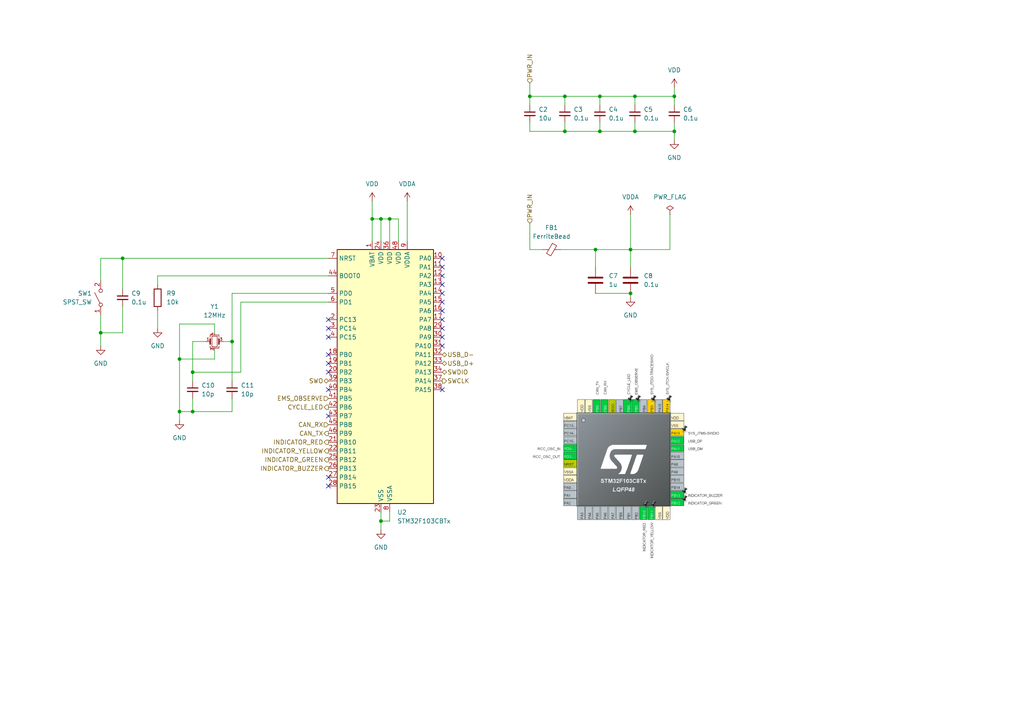
<source format=kicad_sch>
(kicad_sch (version 20230121) (generator eeschema)

  (uuid 4b0b9f02-8bf6-4b26-907a-aaa63a76b978)

  (paper "A4")

  (lib_symbols
    (symbol "Device:C" (pin_numbers hide) (pin_names (offset 0.254)) (in_bom yes) (on_board yes)
      (property "Reference" "C" (at 0.635 2.54 0)
        (effects (font (size 1.27 1.27)) (justify left))
      )
      (property "Value" "C" (at 0.635 -2.54 0)
        (effects (font (size 1.27 1.27)) (justify left))
      )
      (property "Footprint" "" (at 0.9652 -3.81 0)
        (effects (font (size 1.27 1.27)) hide)
      )
      (property "Datasheet" "~" (at 0 0 0)
        (effects (font (size 1.27 1.27)) hide)
      )
      (property "ki_keywords" "cap capacitor" (at 0 0 0)
        (effects (font (size 1.27 1.27)) hide)
      )
      (property "ki_description" "Unpolarized capacitor" (at 0 0 0)
        (effects (font (size 1.27 1.27)) hide)
      )
      (property "ki_fp_filters" "C_*" (at 0 0 0)
        (effects (font (size 1.27 1.27)) hide)
      )
      (symbol "C_0_1"
        (polyline
          (pts
            (xy -2.032 -0.762)
            (xy 2.032 -0.762)
          )
          (stroke (width 0.508) (type default))
          (fill (type none))
        )
        (polyline
          (pts
            (xy -2.032 0.762)
            (xy 2.032 0.762)
          )
          (stroke (width 0.508) (type default))
          (fill (type none))
        )
      )
      (symbol "C_1_1"
        (pin passive line (at 0 3.81 270) (length 2.794)
          (name "~" (effects (font (size 1.27 1.27))))
          (number "1" (effects (font (size 1.27 1.27))))
        )
        (pin passive line (at 0 -3.81 90) (length 2.794)
          (name "~" (effects (font (size 1.27 1.27))))
          (number "2" (effects (font (size 1.27 1.27))))
        )
      )
    )
    (symbol "Device:C_Small" (pin_numbers hide) (pin_names (offset 0.254) hide) (in_bom yes) (on_board yes)
      (property "Reference" "C" (at 0.254 1.778 0)
        (effects (font (size 1.27 1.27)) (justify left))
      )
      (property "Value" "C_Small" (at 0.254 -2.032 0)
        (effects (font (size 1.27 1.27)) (justify left))
      )
      (property "Footprint" "" (at 0 0 0)
        (effects (font (size 1.27 1.27)) hide)
      )
      (property "Datasheet" "~" (at 0 0 0)
        (effects (font (size 1.27 1.27)) hide)
      )
      (property "ki_keywords" "capacitor cap" (at 0 0 0)
        (effects (font (size 1.27 1.27)) hide)
      )
      (property "ki_description" "Unpolarized capacitor, small symbol" (at 0 0 0)
        (effects (font (size 1.27 1.27)) hide)
      )
      (property "ki_fp_filters" "C_*" (at 0 0 0)
        (effects (font (size 1.27 1.27)) hide)
      )
      (symbol "C_Small_0_1"
        (polyline
          (pts
            (xy -1.524 -0.508)
            (xy 1.524 -0.508)
          )
          (stroke (width 0.3302) (type default))
          (fill (type none))
        )
        (polyline
          (pts
            (xy -1.524 0.508)
            (xy 1.524 0.508)
          )
          (stroke (width 0.3048) (type default))
          (fill (type none))
        )
      )
      (symbol "C_Small_1_1"
        (pin passive line (at 0 2.54 270) (length 2.032)
          (name "~" (effects (font (size 1.27 1.27))))
          (number "1" (effects (font (size 1.27 1.27))))
        )
        (pin passive line (at 0 -2.54 90) (length 2.032)
          (name "~" (effects (font (size 1.27 1.27))))
          (number "2" (effects (font (size 1.27 1.27))))
        )
      )
    )
    (symbol "Device:Crystal_GND24_Small" (pin_names (offset 1.016) hide) (in_bom yes) (on_board yes)
      (property "Reference" "Y" (at 1.27 4.445 0)
        (effects (font (size 1.27 1.27)) (justify left))
      )
      (property "Value" "Crystal_GND24_Small" (at 1.27 2.54 0)
        (effects (font (size 1.27 1.27)) (justify left))
      )
      (property "Footprint" "" (at 0 0 0)
        (effects (font (size 1.27 1.27)) hide)
      )
      (property "Datasheet" "~" (at 0 0 0)
        (effects (font (size 1.27 1.27)) hide)
      )
      (property "ki_keywords" "quartz ceramic resonator oscillator" (at 0 0 0)
        (effects (font (size 1.27 1.27)) hide)
      )
      (property "ki_description" "Four pin crystal, GND on pins 2 and 4, small symbol" (at 0 0 0)
        (effects (font (size 1.27 1.27)) hide)
      )
      (property "ki_fp_filters" "Crystal*" (at 0 0 0)
        (effects (font (size 1.27 1.27)) hide)
      )
      (symbol "Crystal_GND24_Small_0_1"
        (rectangle (start -0.762 -1.524) (end 0.762 1.524)
          (stroke (width 0) (type default))
          (fill (type none))
        )
        (polyline
          (pts
            (xy -1.27 -0.762)
            (xy -1.27 0.762)
          )
          (stroke (width 0.381) (type default))
          (fill (type none))
        )
        (polyline
          (pts
            (xy 1.27 -0.762)
            (xy 1.27 0.762)
          )
          (stroke (width 0.381) (type default))
          (fill (type none))
        )
        (polyline
          (pts
            (xy -1.27 -1.27)
            (xy -1.27 -1.905)
            (xy 1.27 -1.905)
            (xy 1.27 -1.27)
          )
          (stroke (width 0) (type default))
          (fill (type none))
        )
        (polyline
          (pts
            (xy -1.27 1.27)
            (xy -1.27 1.905)
            (xy 1.27 1.905)
            (xy 1.27 1.27)
          )
          (stroke (width 0) (type default))
          (fill (type none))
        )
      )
      (symbol "Crystal_GND24_Small_1_1"
        (pin passive line (at -2.54 0 0) (length 1.27)
          (name "1" (effects (font (size 1.27 1.27))))
          (number "1" (effects (font (size 0.762 0.762))))
        )
        (pin passive line (at 0 -2.54 90) (length 0.635)
          (name "2" (effects (font (size 1.27 1.27))))
          (number "2" (effects (font (size 0.762 0.762))))
        )
        (pin passive line (at 2.54 0 180) (length 1.27)
          (name "3" (effects (font (size 1.27 1.27))))
          (number "3" (effects (font (size 0.762 0.762))))
        )
        (pin passive line (at 0 2.54 270) (length 0.635)
          (name "4" (effects (font (size 1.27 1.27))))
          (number "4" (effects (font (size 0.762 0.762))))
        )
      )
    )
    (symbol "Device:FerriteBead_Small" (pin_numbers hide) (pin_names (offset 0)) (in_bom yes) (on_board yes)
      (property "Reference" "FB" (at 1.905 1.27 0)
        (effects (font (size 1.27 1.27)) (justify left))
      )
      (property "Value" "FerriteBead_Small" (at 1.905 -1.27 0)
        (effects (font (size 1.27 1.27)) (justify left))
      )
      (property "Footprint" "" (at -1.778 0 90)
        (effects (font (size 1.27 1.27)) hide)
      )
      (property "Datasheet" "~" (at 0 0 0)
        (effects (font (size 1.27 1.27)) hide)
      )
      (property "ki_keywords" "L ferrite bead inductor filter" (at 0 0 0)
        (effects (font (size 1.27 1.27)) hide)
      )
      (property "ki_description" "Ferrite bead, small symbol" (at 0 0 0)
        (effects (font (size 1.27 1.27)) hide)
      )
      (property "ki_fp_filters" "Inductor_* L_* *Ferrite*" (at 0 0 0)
        (effects (font (size 1.27 1.27)) hide)
      )
      (symbol "FerriteBead_Small_0_1"
        (polyline
          (pts
            (xy 0 -1.27)
            (xy 0 -0.7874)
          )
          (stroke (width 0) (type default))
          (fill (type none))
        )
        (polyline
          (pts
            (xy 0 0.889)
            (xy 0 1.2954)
          )
          (stroke (width 0) (type default))
          (fill (type none))
        )
        (polyline
          (pts
            (xy -1.8288 0.2794)
            (xy -1.1176 1.4986)
            (xy 1.8288 -0.2032)
            (xy 1.1176 -1.4224)
            (xy -1.8288 0.2794)
          )
          (stroke (width 0) (type default))
          (fill (type none))
        )
      )
      (symbol "FerriteBead_Small_1_1"
        (pin passive line (at 0 2.54 270) (length 1.27)
          (name "~" (effects (font (size 1.27 1.27))))
          (number "1" (effects (font (size 1.27 1.27))))
        )
        (pin passive line (at 0 -2.54 90) (length 1.27)
          (name "~" (effects (font (size 1.27 1.27))))
          (number "2" (effects (font (size 1.27 1.27))))
        )
      )
    )
    (symbol "Device:R" (pin_numbers hide) (pin_names (offset 0)) (in_bom yes) (on_board yes)
      (property "Reference" "R" (at 2.032 0 90)
        (effects (font (size 1.27 1.27)))
      )
      (property "Value" "R" (at 0 0 90)
        (effects (font (size 1.27 1.27)))
      )
      (property "Footprint" "" (at -1.778 0 90)
        (effects (font (size 1.27 1.27)) hide)
      )
      (property "Datasheet" "~" (at 0 0 0)
        (effects (font (size 1.27 1.27)) hide)
      )
      (property "ki_keywords" "R res resistor" (at 0 0 0)
        (effects (font (size 1.27 1.27)) hide)
      )
      (property "ki_description" "Resistor" (at 0 0 0)
        (effects (font (size 1.27 1.27)) hide)
      )
      (property "ki_fp_filters" "R_*" (at 0 0 0)
        (effects (font (size 1.27 1.27)) hide)
      )
      (symbol "R_0_1"
        (rectangle (start -1.016 -2.54) (end 1.016 2.54)
          (stroke (width 0.254) (type default))
          (fill (type none))
        )
      )
      (symbol "R_1_1"
        (pin passive line (at 0 3.81 270) (length 1.27)
          (name "~" (effects (font (size 1.27 1.27))))
          (number "1" (effects (font (size 1.27 1.27))))
        )
        (pin passive line (at 0 -3.81 90) (length 1.27)
          (name "~" (effects (font (size 1.27 1.27))))
          (number "2" (effects (font (size 1.27 1.27))))
        )
      )
    )
    (symbol "MCU_ST_STM32F1:STM32F103CBTx" (in_bom yes) (on_board yes)
      (property "Reference" "U" (at -12.7 39.37 0)
        (effects (font (size 1.27 1.27)) (justify left))
      )
      (property "Value" "STM32F103CBTx" (at 10.16 39.37 0)
        (effects (font (size 1.27 1.27)) (justify left))
      )
      (property "Footprint" "Package_QFP:LQFP-48_7x7mm_P0.5mm" (at -12.7 -35.56 0)
        (effects (font (size 1.27 1.27)) (justify right) hide)
      )
      (property "Datasheet" "https://www.st.com/resource/en/datasheet/stm32f103cb.pdf" (at 0 0 0)
        (effects (font (size 1.27 1.27)) hide)
      )
      (property "ki_locked" "" (at 0 0 0)
        (effects (font (size 1.27 1.27)))
      )
      (property "ki_keywords" "Arm Cortex-M3 STM32F1 STM32F103" (at 0 0 0)
        (effects (font (size 1.27 1.27)) hide)
      )
      (property "ki_description" "STMicroelectronics Arm Cortex-M3 MCU, 128KB flash, 20KB RAM, 72 MHz, 2.0-3.6V, 37 GPIO, LQFP48" (at 0 0 0)
        (effects (font (size 1.27 1.27)) hide)
      )
      (property "ki_fp_filters" "LQFP*7x7mm*P0.5mm*" (at 0 0 0)
        (effects (font (size 1.27 1.27)) hide)
      )
      (symbol "STM32F103CBTx_0_1"
        (rectangle (start -12.7 -35.56) (end 15.24 38.1)
          (stroke (width 0.254) (type default))
          (fill (type background))
        )
      )
      (symbol "STM32F103CBTx_1_1"
        (pin power_in line (at -2.54 40.64 270) (length 2.54)
          (name "VBAT" (effects (font (size 1.27 1.27))))
          (number "1" (effects (font (size 1.27 1.27))))
        )
        (pin bidirectional line (at 17.78 35.56 180) (length 2.54)
          (name "PA0" (effects (font (size 1.27 1.27))))
          (number "10" (effects (font (size 1.27 1.27))))
          (alternate "ADC1_IN0" bidirectional line)
          (alternate "ADC2_IN0" bidirectional line)
          (alternate "SYS_WKUP" bidirectional line)
          (alternate "TIM2_CH1" bidirectional line)
          (alternate "TIM2_ETR" bidirectional line)
          (alternate "USART2_CTS" bidirectional line)
        )
        (pin bidirectional line (at 17.78 33.02 180) (length 2.54)
          (name "PA1" (effects (font (size 1.27 1.27))))
          (number "11" (effects (font (size 1.27 1.27))))
          (alternate "ADC1_IN1" bidirectional line)
          (alternate "ADC2_IN1" bidirectional line)
          (alternate "TIM2_CH2" bidirectional line)
          (alternate "USART2_RTS" bidirectional line)
        )
        (pin bidirectional line (at 17.78 30.48 180) (length 2.54)
          (name "PA2" (effects (font (size 1.27 1.27))))
          (number "12" (effects (font (size 1.27 1.27))))
          (alternate "ADC1_IN2" bidirectional line)
          (alternate "ADC2_IN2" bidirectional line)
          (alternate "TIM2_CH3" bidirectional line)
          (alternate "USART2_TX" bidirectional line)
        )
        (pin bidirectional line (at 17.78 27.94 180) (length 2.54)
          (name "PA3" (effects (font (size 1.27 1.27))))
          (number "13" (effects (font (size 1.27 1.27))))
          (alternate "ADC1_IN3" bidirectional line)
          (alternate "ADC2_IN3" bidirectional line)
          (alternate "TIM2_CH4" bidirectional line)
          (alternate "USART2_RX" bidirectional line)
        )
        (pin bidirectional line (at 17.78 25.4 180) (length 2.54)
          (name "PA4" (effects (font (size 1.27 1.27))))
          (number "14" (effects (font (size 1.27 1.27))))
          (alternate "ADC1_IN4" bidirectional line)
          (alternate "ADC2_IN4" bidirectional line)
          (alternate "SPI1_NSS" bidirectional line)
          (alternate "USART2_CK" bidirectional line)
        )
        (pin bidirectional line (at 17.78 22.86 180) (length 2.54)
          (name "PA5" (effects (font (size 1.27 1.27))))
          (number "15" (effects (font (size 1.27 1.27))))
          (alternate "ADC1_IN5" bidirectional line)
          (alternate "ADC2_IN5" bidirectional line)
          (alternate "SPI1_SCK" bidirectional line)
        )
        (pin bidirectional line (at 17.78 20.32 180) (length 2.54)
          (name "PA6" (effects (font (size 1.27 1.27))))
          (number "16" (effects (font (size 1.27 1.27))))
          (alternate "ADC1_IN6" bidirectional line)
          (alternate "ADC2_IN6" bidirectional line)
          (alternate "SPI1_MISO" bidirectional line)
          (alternate "TIM1_BKIN" bidirectional line)
          (alternate "TIM3_CH1" bidirectional line)
        )
        (pin bidirectional line (at 17.78 17.78 180) (length 2.54)
          (name "PA7" (effects (font (size 1.27 1.27))))
          (number "17" (effects (font (size 1.27 1.27))))
          (alternate "ADC1_IN7" bidirectional line)
          (alternate "ADC2_IN7" bidirectional line)
          (alternate "SPI1_MOSI" bidirectional line)
          (alternate "TIM1_CH1N" bidirectional line)
          (alternate "TIM3_CH2" bidirectional line)
        )
        (pin bidirectional line (at -15.24 7.62 0) (length 2.54)
          (name "PB0" (effects (font (size 1.27 1.27))))
          (number "18" (effects (font (size 1.27 1.27))))
          (alternate "ADC1_IN8" bidirectional line)
          (alternate "ADC2_IN8" bidirectional line)
          (alternate "TIM1_CH2N" bidirectional line)
          (alternate "TIM3_CH3" bidirectional line)
        )
        (pin bidirectional line (at -15.24 5.08 0) (length 2.54)
          (name "PB1" (effects (font (size 1.27 1.27))))
          (number "19" (effects (font (size 1.27 1.27))))
          (alternate "ADC1_IN9" bidirectional line)
          (alternate "ADC2_IN9" bidirectional line)
          (alternate "TIM1_CH3N" bidirectional line)
          (alternate "TIM3_CH4" bidirectional line)
        )
        (pin bidirectional line (at -15.24 17.78 0) (length 2.54)
          (name "PC13" (effects (font (size 1.27 1.27))))
          (number "2" (effects (font (size 1.27 1.27))))
          (alternate "RTC_OUT" bidirectional line)
          (alternate "RTC_TAMPER" bidirectional line)
        )
        (pin bidirectional line (at -15.24 2.54 0) (length 2.54)
          (name "PB2" (effects (font (size 1.27 1.27))))
          (number "20" (effects (font (size 1.27 1.27))))
        )
        (pin bidirectional line (at -15.24 -17.78 0) (length 2.54)
          (name "PB10" (effects (font (size 1.27 1.27))))
          (number "21" (effects (font (size 1.27 1.27))))
          (alternate "I2C2_SCL" bidirectional line)
          (alternate "TIM2_CH3" bidirectional line)
          (alternate "USART3_TX" bidirectional line)
        )
        (pin bidirectional line (at -15.24 -20.32 0) (length 2.54)
          (name "PB11" (effects (font (size 1.27 1.27))))
          (number "22" (effects (font (size 1.27 1.27))))
          (alternate "ADC1_EXTI11" bidirectional line)
          (alternate "ADC2_EXTI11" bidirectional line)
          (alternate "I2C2_SDA" bidirectional line)
          (alternate "TIM2_CH4" bidirectional line)
          (alternate "USART3_RX" bidirectional line)
        )
        (pin power_in line (at 0 -38.1 90) (length 2.54)
          (name "VSS" (effects (font (size 1.27 1.27))))
          (number "23" (effects (font (size 1.27 1.27))))
        )
        (pin power_in line (at 0 40.64 270) (length 2.54)
          (name "VDD" (effects (font (size 1.27 1.27))))
          (number "24" (effects (font (size 1.27 1.27))))
        )
        (pin bidirectional line (at -15.24 -22.86 0) (length 2.54)
          (name "PB12" (effects (font (size 1.27 1.27))))
          (number "25" (effects (font (size 1.27 1.27))))
          (alternate "I2C2_SMBA" bidirectional line)
          (alternate "SPI2_NSS" bidirectional line)
          (alternate "TIM1_BKIN" bidirectional line)
          (alternate "USART3_CK" bidirectional line)
        )
        (pin bidirectional line (at -15.24 -25.4 0) (length 2.54)
          (name "PB13" (effects (font (size 1.27 1.27))))
          (number "26" (effects (font (size 1.27 1.27))))
          (alternate "SPI2_SCK" bidirectional line)
          (alternate "TIM1_CH1N" bidirectional line)
          (alternate "USART3_CTS" bidirectional line)
        )
        (pin bidirectional line (at -15.24 -27.94 0) (length 2.54)
          (name "PB14" (effects (font (size 1.27 1.27))))
          (number "27" (effects (font (size 1.27 1.27))))
          (alternate "SPI2_MISO" bidirectional line)
          (alternate "TIM1_CH2N" bidirectional line)
          (alternate "USART3_RTS" bidirectional line)
        )
        (pin bidirectional line (at -15.24 -30.48 0) (length 2.54)
          (name "PB15" (effects (font (size 1.27 1.27))))
          (number "28" (effects (font (size 1.27 1.27))))
          (alternate "ADC1_EXTI15" bidirectional line)
          (alternate "ADC2_EXTI15" bidirectional line)
          (alternate "SPI2_MOSI" bidirectional line)
          (alternate "TIM1_CH3N" bidirectional line)
        )
        (pin bidirectional line (at 17.78 15.24 180) (length 2.54)
          (name "PA8" (effects (font (size 1.27 1.27))))
          (number "29" (effects (font (size 1.27 1.27))))
          (alternate "RCC_MCO" bidirectional line)
          (alternate "TIM1_CH1" bidirectional line)
          (alternate "USART1_CK" bidirectional line)
        )
        (pin bidirectional line (at -15.24 15.24 0) (length 2.54)
          (name "PC14" (effects (font (size 1.27 1.27))))
          (number "3" (effects (font (size 1.27 1.27))))
          (alternate "RCC_OSC32_IN" bidirectional line)
        )
        (pin bidirectional line (at 17.78 12.7 180) (length 2.54)
          (name "PA9" (effects (font (size 1.27 1.27))))
          (number "30" (effects (font (size 1.27 1.27))))
          (alternate "TIM1_CH2" bidirectional line)
          (alternate "USART1_TX" bidirectional line)
        )
        (pin bidirectional line (at 17.78 10.16 180) (length 2.54)
          (name "PA10" (effects (font (size 1.27 1.27))))
          (number "31" (effects (font (size 1.27 1.27))))
          (alternate "TIM1_CH3" bidirectional line)
          (alternate "USART1_RX" bidirectional line)
        )
        (pin bidirectional line (at 17.78 7.62 180) (length 2.54)
          (name "PA11" (effects (font (size 1.27 1.27))))
          (number "32" (effects (font (size 1.27 1.27))))
          (alternate "ADC1_EXTI11" bidirectional line)
          (alternate "ADC2_EXTI11" bidirectional line)
          (alternate "CAN_RX" bidirectional line)
          (alternate "TIM1_CH4" bidirectional line)
          (alternate "USART1_CTS" bidirectional line)
          (alternate "USB_DM" bidirectional line)
        )
        (pin bidirectional line (at 17.78 5.08 180) (length 2.54)
          (name "PA12" (effects (font (size 1.27 1.27))))
          (number "33" (effects (font (size 1.27 1.27))))
          (alternate "CAN_TX" bidirectional line)
          (alternate "TIM1_ETR" bidirectional line)
          (alternate "USART1_RTS" bidirectional line)
          (alternate "USB_DP" bidirectional line)
        )
        (pin bidirectional line (at 17.78 2.54 180) (length 2.54)
          (name "PA13" (effects (font (size 1.27 1.27))))
          (number "34" (effects (font (size 1.27 1.27))))
          (alternate "SYS_JTMS-SWDIO" bidirectional line)
        )
        (pin passive line (at 0 -38.1 90) (length 2.54) hide
          (name "VSS" (effects (font (size 1.27 1.27))))
          (number "35" (effects (font (size 1.27 1.27))))
        )
        (pin power_in line (at 2.54 40.64 270) (length 2.54)
          (name "VDD" (effects (font (size 1.27 1.27))))
          (number "36" (effects (font (size 1.27 1.27))))
        )
        (pin bidirectional line (at 17.78 0 180) (length 2.54)
          (name "PA14" (effects (font (size 1.27 1.27))))
          (number "37" (effects (font (size 1.27 1.27))))
          (alternate "SYS_JTCK-SWCLK" bidirectional line)
        )
        (pin bidirectional line (at 17.78 -2.54 180) (length 2.54)
          (name "PA15" (effects (font (size 1.27 1.27))))
          (number "38" (effects (font (size 1.27 1.27))))
          (alternate "ADC1_EXTI15" bidirectional line)
          (alternate "ADC2_EXTI15" bidirectional line)
          (alternate "SPI1_NSS" bidirectional line)
          (alternate "SYS_JTDI" bidirectional line)
          (alternate "TIM2_CH1" bidirectional line)
          (alternate "TIM2_ETR" bidirectional line)
        )
        (pin bidirectional line (at -15.24 0 0) (length 2.54)
          (name "PB3" (effects (font (size 1.27 1.27))))
          (number "39" (effects (font (size 1.27 1.27))))
          (alternate "SPI1_SCK" bidirectional line)
          (alternate "SYS_JTDO-TRACESWO" bidirectional line)
          (alternate "TIM2_CH2" bidirectional line)
        )
        (pin bidirectional line (at -15.24 12.7 0) (length 2.54)
          (name "PC15" (effects (font (size 1.27 1.27))))
          (number "4" (effects (font (size 1.27 1.27))))
          (alternate "ADC1_EXTI15" bidirectional line)
          (alternate "ADC2_EXTI15" bidirectional line)
          (alternate "RCC_OSC32_OUT" bidirectional line)
        )
        (pin bidirectional line (at -15.24 -2.54 0) (length 2.54)
          (name "PB4" (effects (font (size 1.27 1.27))))
          (number "40" (effects (font (size 1.27 1.27))))
          (alternate "SPI1_MISO" bidirectional line)
          (alternate "SYS_NJTRST" bidirectional line)
          (alternate "TIM3_CH1" bidirectional line)
        )
        (pin bidirectional line (at -15.24 -5.08 0) (length 2.54)
          (name "PB5" (effects (font (size 1.27 1.27))))
          (number "41" (effects (font (size 1.27 1.27))))
          (alternate "I2C1_SMBA" bidirectional line)
          (alternate "SPI1_MOSI" bidirectional line)
          (alternate "TIM3_CH2" bidirectional line)
        )
        (pin bidirectional line (at -15.24 -7.62 0) (length 2.54)
          (name "PB6" (effects (font (size 1.27 1.27))))
          (number "42" (effects (font (size 1.27 1.27))))
          (alternate "I2C1_SCL" bidirectional line)
          (alternate "TIM4_CH1" bidirectional line)
          (alternate "USART1_TX" bidirectional line)
        )
        (pin bidirectional line (at -15.24 -10.16 0) (length 2.54)
          (name "PB7" (effects (font (size 1.27 1.27))))
          (number "43" (effects (font (size 1.27 1.27))))
          (alternate "I2C1_SDA" bidirectional line)
          (alternate "TIM4_CH2" bidirectional line)
          (alternate "USART1_RX" bidirectional line)
        )
        (pin input line (at -15.24 30.48 0) (length 2.54)
          (name "BOOT0" (effects (font (size 1.27 1.27))))
          (number "44" (effects (font (size 1.27 1.27))))
        )
        (pin bidirectional line (at -15.24 -12.7 0) (length 2.54)
          (name "PB8" (effects (font (size 1.27 1.27))))
          (number "45" (effects (font (size 1.27 1.27))))
          (alternate "CAN_RX" bidirectional line)
          (alternate "I2C1_SCL" bidirectional line)
          (alternate "TIM4_CH3" bidirectional line)
        )
        (pin bidirectional line (at -15.24 -15.24 0) (length 2.54)
          (name "PB9" (effects (font (size 1.27 1.27))))
          (number "46" (effects (font (size 1.27 1.27))))
          (alternate "CAN_TX" bidirectional line)
          (alternate "I2C1_SDA" bidirectional line)
          (alternate "TIM4_CH4" bidirectional line)
        )
        (pin passive line (at 0 -38.1 90) (length 2.54) hide
          (name "VSS" (effects (font (size 1.27 1.27))))
          (number "47" (effects (font (size 1.27 1.27))))
        )
        (pin power_in line (at 5.08 40.64 270) (length 2.54)
          (name "VDD" (effects (font (size 1.27 1.27))))
          (number "48" (effects (font (size 1.27 1.27))))
        )
        (pin bidirectional line (at -15.24 25.4 0) (length 2.54)
          (name "PD0" (effects (font (size 1.27 1.27))))
          (number "5" (effects (font (size 1.27 1.27))))
          (alternate "RCC_OSC_IN" bidirectional line)
        )
        (pin bidirectional line (at -15.24 22.86 0) (length 2.54)
          (name "PD1" (effects (font (size 1.27 1.27))))
          (number "6" (effects (font (size 1.27 1.27))))
          (alternate "RCC_OSC_OUT" bidirectional line)
        )
        (pin input line (at -15.24 35.56 0) (length 2.54)
          (name "NRST" (effects (font (size 1.27 1.27))))
          (number "7" (effects (font (size 1.27 1.27))))
        )
        (pin power_in line (at 2.54 -38.1 90) (length 2.54)
          (name "VSSA" (effects (font (size 1.27 1.27))))
          (number "8" (effects (font (size 1.27 1.27))))
        )
        (pin power_in line (at 7.62 40.64 270) (length 2.54)
          (name "VDDA" (effects (font (size 1.27 1.27))))
          (number "9" (effects (font (size 1.27 1.27))))
        )
      )
    )
    (symbol "Switch:SW_SPST" (pin_names (offset 0) hide) (in_bom yes) (on_board yes)
      (property "Reference" "SW" (at 0 3.175 0)
        (effects (font (size 1.27 1.27)))
      )
      (property "Value" "SW_SPST" (at 0 -2.54 0)
        (effects (font (size 1.27 1.27)))
      )
      (property "Footprint" "" (at 0 0 0)
        (effects (font (size 1.27 1.27)) hide)
      )
      (property "Datasheet" "~" (at 0 0 0)
        (effects (font (size 1.27 1.27)) hide)
      )
      (property "ki_keywords" "switch lever" (at 0 0 0)
        (effects (font (size 1.27 1.27)) hide)
      )
      (property "ki_description" "Single Pole Single Throw (SPST) switch" (at 0 0 0)
        (effects (font (size 1.27 1.27)) hide)
      )
      (symbol "SW_SPST_0_0"
        (circle (center -2.032 0) (radius 0.508)
          (stroke (width 0) (type default))
          (fill (type none))
        )
        (polyline
          (pts
            (xy -1.524 0.254)
            (xy 1.524 1.778)
          )
          (stroke (width 0) (type default))
          (fill (type none))
        )
        (circle (center 2.032 0) (radius 0.508)
          (stroke (width 0) (type default))
          (fill (type none))
        )
      )
      (symbol "SW_SPST_1_1"
        (pin passive line (at -5.08 0 0) (length 2.54)
          (name "A" (effects (font (size 1.27 1.27))))
          (number "1" (effects (font (size 1.27 1.27))))
        )
        (pin passive line (at 5.08 0 180) (length 2.54)
          (name "B" (effects (font (size 1.27 1.27))))
          (number "2" (effects (font (size 1.27 1.27))))
        )
      )
    )
    (symbol "power:GND" (power) (pin_names (offset 0)) (in_bom yes) (on_board yes)
      (property "Reference" "#PWR" (at 0 -6.35 0)
        (effects (font (size 1.27 1.27)) hide)
      )
      (property "Value" "GND" (at 0 -3.81 0)
        (effects (font (size 1.27 1.27)))
      )
      (property "Footprint" "" (at 0 0 0)
        (effects (font (size 1.27 1.27)) hide)
      )
      (property "Datasheet" "" (at 0 0 0)
        (effects (font (size 1.27 1.27)) hide)
      )
      (property "ki_keywords" "global power" (at 0 0 0)
        (effects (font (size 1.27 1.27)) hide)
      )
      (property "ki_description" "Power symbol creates a global label with name \"GND\" , ground" (at 0 0 0)
        (effects (font (size 1.27 1.27)) hide)
      )
      (symbol "GND_0_1"
        (polyline
          (pts
            (xy 0 0)
            (xy 0 -1.27)
            (xy 1.27 -1.27)
            (xy 0 -2.54)
            (xy -1.27 -1.27)
            (xy 0 -1.27)
          )
          (stroke (width 0) (type default))
          (fill (type none))
        )
      )
      (symbol "GND_1_1"
        (pin power_in line (at 0 0 270) (length 0) hide
          (name "GND" (effects (font (size 1.27 1.27))))
          (number "1" (effects (font (size 1.27 1.27))))
        )
      )
    )
    (symbol "power:PWR_FLAG" (power) (pin_numbers hide) (pin_names (offset 0) hide) (in_bom yes) (on_board yes)
      (property "Reference" "#FLG" (at 0 1.905 0)
        (effects (font (size 1.27 1.27)) hide)
      )
      (property "Value" "PWR_FLAG" (at 0 3.81 0)
        (effects (font (size 1.27 1.27)))
      )
      (property "Footprint" "" (at 0 0 0)
        (effects (font (size 1.27 1.27)) hide)
      )
      (property "Datasheet" "~" (at 0 0 0)
        (effects (font (size 1.27 1.27)) hide)
      )
      (property "ki_keywords" "flag power" (at 0 0 0)
        (effects (font (size 1.27 1.27)) hide)
      )
      (property "ki_description" "Special symbol for telling ERC where power comes from" (at 0 0 0)
        (effects (font (size 1.27 1.27)) hide)
      )
      (symbol "PWR_FLAG_0_0"
        (pin power_out line (at 0 0 90) (length 0)
          (name "pwr" (effects (font (size 1.27 1.27))))
          (number "1" (effects (font (size 1.27 1.27))))
        )
      )
      (symbol "PWR_FLAG_0_1"
        (polyline
          (pts
            (xy 0 0)
            (xy 0 1.27)
            (xy -1.016 1.905)
            (xy 0 2.54)
            (xy 1.016 1.905)
            (xy 0 1.27)
          )
          (stroke (width 0) (type default))
          (fill (type none))
        )
      )
    )
    (symbol "power:VDD" (power) (pin_names (offset 0)) (in_bom yes) (on_board yes)
      (property "Reference" "#PWR" (at 0 -3.81 0)
        (effects (font (size 1.27 1.27)) hide)
      )
      (property "Value" "VDD" (at 0 3.81 0)
        (effects (font (size 1.27 1.27)))
      )
      (property "Footprint" "" (at 0 0 0)
        (effects (font (size 1.27 1.27)) hide)
      )
      (property "Datasheet" "" (at 0 0 0)
        (effects (font (size 1.27 1.27)) hide)
      )
      (property "ki_keywords" "global power" (at 0 0 0)
        (effects (font (size 1.27 1.27)) hide)
      )
      (property "ki_description" "Power symbol creates a global label with name \"VDD\"" (at 0 0 0)
        (effects (font (size 1.27 1.27)) hide)
      )
      (symbol "VDD_0_1"
        (polyline
          (pts
            (xy -0.762 1.27)
            (xy 0 2.54)
          )
          (stroke (width 0) (type default))
          (fill (type none))
        )
        (polyline
          (pts
            (xy 0 0)
            (xy 0 2.54)
          )
          (stroke (width 0) (type default))
          (fill (type none))
        )
        (polyline
          (pts
            (xy 0 2.54)
            (xy 0.762 1.27)
          )
          (stroke (width 0) (type default))
          (fill (type none))
        )
      )
      (symbol "VDD_1_1"
        (pin power_in line (at 0 0 90) (length 0) hide
          (name "VDD" (effects (font (size 1.27 1.27))))
          (number "1" (effects (font (size 1.27 1.27))))
        )
      )
    )
    (symbol "power:VDDA" (power) (pin_names (offset 0)) (in_bom yes) (on_board yes)
      (property "Reference" "#PWR" (at 0 -3.81 0)
        (effects (font (size 1.27 1.27)) hide)
      )
      (property "Value" "VDDA" (at 0 3.81 0)
        (effects (font (size 1.27 1.27)))
      )
      (property "Footprint" "" (at 0 0 0)
        (effects (font (size 1.27 1.27)) hide)
      )
      (property "Datasheet" "" (at 0 0 0)
        (effects (font (size 1.27 1.27)) hide)
      )
      (property "ki_keywords" "global power" (at 0 0 0)
        (effects (font (size 1.27 1.27)) hide)
      )
      (property "ki_description" "Power symbol creates a global label with name \"VDDA\"" (at 0 0 0)
        (effects (font (size 1.27 1.27)) hide)
      )
      (symbol "VDDA_0_1"
        (polyline
          (pts
            (xy -0.762 1.27)
            (xy 0 2.54)
          )
          (stroke (width 0) (type default))
          (fill (type none))
        )
        (polyline
          (pts
            (xy 0 0)
            (xy 0 2.54)
          )
          (stroke (width 0) (type default))
          (fill (type none))
        )
        (polyline
          (pts
            (xy 0 2.54)
            (xy 0.762 1.27)
          )
          (stroke (width 0) (type default))
          (fill (type none))
        )
      )
      (symbol "VDDA_1_1"
        (pin power_in line (at 0 0 90) (length 0) hide
          (name "VDDA" (effects (font (size 1.27 1.27))))
          (number "1" (effects (font (size 1.27 1.27))))
        )
      )
    )
  )

  (junction (at 110.49 63.5) (diameter 0) (color 0 0 0 0)
    (uuid 056cfe2e-c6c8-4d97-ab79-cba8dcfb887a)
  )
  (junction (at 153.67 27.94) (diameter 0) (color 0 0 0 0)
    (uuid 07399ffe-ddf4-40eb-9f39-c6a322769faf)
  )
  (junction (at 52.07 104.14) (diameter 0) (color 0 0 0 0)
    (uuid 10db9621-f543-4ac4-870a-42b488eb248b)
  )
  (junction (at 52.07 119.38) (diameter 0) (color 0 0 0 0)
    (uuid 182df02d-710c-459f-a906-aec2accee61d)
  )
  (junction (at 184.15 38.1) (diameter 0) (color 0 0 0 0)
    (uuid 21951e3d-8155-41e9-9409-f4b33582c5f5)
  )
  (junction (at 173.99 27.94) (diameter 0) (color 0 0 0 0)
    (uuid 364428ed-d376-4991-84b8-e85b64f5e6df)
  )
  (junction (at 172.72 72.39) (diameter 0) (color 0 0 0 0)
    (uuid 384292d4-4036-4146-ad88-a20dd3066303)
  )
  (junction (at 173.99 38.1) (diameter 0) (color 0 0 0 0)
    (uuid 39a8ab04-17eb-4149-8515-1790708b0e49)
  )
  (junction (at 55.88 107.95) (diameter 0) (color 0 0 0 0)
    (uuid 4e329786-2fd1-4105-a2b7-5e177547ff7d)
  )
  (junction (at 163.83 38.1) (diameter 0) (color 0 0 0 0)
    (uuid 55ea7aca-bb88-4412-a845-704702178937)
  )
  (junction (at 184.15 27.94) (diameter 0) (color 0 0 0 0)
    (uuid 566ffa19-8541-4095-aec8-2afbedfc0129)
  )
  (junction (at 113.03 63.5) (diameter 0) (color 0 0 0 0)
    (uuid 6989a6af-9203-4b8f-b1fd-c407342cf30a)
  )
  (junction (at 163.83 27.94) (diameter 0) (color 0 0 0 0)
    (uuid 84f4a2e4-f77b-4332-a94f-f121d0d4907d)
  )
  (junction (at 35.56 74.93) (diameter 0) (color 0 0 0 0)
    (uuid 9be9b6dd-1c89-44d0-9f85-0fdee8cf6777)
  )
  (junction (at 107.95 63.5) (diameter 0) (color 0 0 0 0)
    (uuid ac8bbed1-d38f-41b2-87b7-59aa1bae194b)
  )
  (junction (at 195.58 27.94) (diameter 0) (color 0 0 0 0)
    (uuid b0abb61d-cfd0-46b2-8e4e-2ab87a7abf90)
  )
  (junction (at 29.21 96.52) (diameter 0) (color 0 0 0 0)
    (uuid b94916fe-eef2-4440-a9bc-448b1060cca9)
  )
  (junction (at 182.88 85.09) (diameter 0) (color 0 0 0 0)
    (uuid bc431278-9215-43aa-bf68-fb6d73d7ca4b)
  )
  (junction (at 55.88 119.38) (diameter 0) (color 0 0 0 0)
    (uuid bda5fae6-7af2-4025-b8e0-0fbd9f9fabb7)
  )
  (junction (at 182.88 72.39) (diameter 0) (color 0 0 0 0)
    (uuid c5a0a775-98f4-4290-95c7-9abf628bfe84)
  )
  (junction (at 110.49 151.13) (diameter 0) (color 0 0 0 0)
    (uuid f32eff97-4221-4d10-91e4-5d083d088492)
  )
  (junction (at 195.58 38.1) (diameter 0) (color 0 0 0 0)
    (uuid f3a2aa18-2e96-4b76-85a9-c7a5599bbaf9)
  )
  (junction (at 67.31 99.06) (diameter 0) (color 0 0 0 0)
    (uuid f663cf2f-491d-4ad5-8737-9fcf4f3d8d39)
  )

  (no_connect (at 128.27 85.09) (uuid 02a67aa6-efad-44a8-a3e6-18b363ac35ee))
  (no_connect (at 95.25 113.03) (uuid 0922df14-edbc-4880-ae04-e987e23121a9))
  (no_connect (at 128.27 95.25) (uuid 288252c3-ff1a-4206-add8-0f95468d8c2c))
  (no_connect (at 128.27 113.03) (uuid 3c881c8d-f097-4792-921a-e2ae5518c6db))
  (no_connect (at 128.27 90.17) (uuid 3d47084d-4415-4f42-8262-8c3bb369b5ba))
  (no_connect (at 95.25 105.41) (uuid 4c127b17-81d4-4be4-a2cf-0a3e22c4981c))
  (no_connect (at 95.25 97.79) (uuid 5a77630f-2494-4569-91d7-9387ceda8d6e))
  (no_connect (at 95.25 140.97) (uuid 5cc53540-fee2-43b8-969a-6b15f3b1e44c))
  (no_connect (at 128.27 100.33) (uuid 7108c2e4-4c6c-4ef5-9162-eb9e4ea14b03))
  (no_connect (at 128.27 77.47) (uuid 718ae534-7ae7-4a7d-b72f-68182d2f9d58))
  (no_connect (at 95.25 95.25) (uuid 7d23401d-651f-4205-bc8c-34541f6e5df7))
  (no_connect (at 128.27 87.63) (uuid 7f0a1fe9-1aec-4ef5-81df-aa24ce3a9178))
  (no_connect (at 95.25 138.43) (uuid 824dad7c-400a-4989-a1e7-34e6335e83d8))
  (no_connect (at 95.25 92.71) (uuid a211b02a-6201-456c-8ae2-c307e6748802))
  (no_connect (at 128.27 82.55) (uuid a9fc7ac9-5105-48a5-9d74-62018cc22cdc))
  (no_connect (at 95.25 120.65) (uuid b740a89c-f0de-4b29-be0d-65763981e3c4))
  (no_connect (at 128.27 74.93) (uuid b8d6266f-3302-4eb2-acaf-f973b720b02e))
  (no_connect (at 128.27 80.01) (uuid d1427691-ce7b-46ba-af91-28a528cf4cce))
  (no_connect (at 95.25 107.95) (uuid ec451140-8e47-4dc6-b127-9ab7edbc433f))
  (no_connect (at 128.27 97.79) (uuid f14858aa-4d16-426a-96bf-bd4fa3e82507))
  (no_connect (at 128.27 92.71) (uuid f8dcf214-d566-4e78-871c-fa951876647f))
  (no_connect (at 95.25 102.87) (uuid f965bafc-5389-4879-8d05-5aa1e853da8e))

  (wire (pts (xy 184.15 27.94) (xy 195.58 27.94))
    (stroke (width 0) (type default))
    (uuid 071c635c-54fe-4610-a66e-5e0ff01a0e31)
  )
  (wire (pts (xy 52.07 104.14) (xy 52.07 119.38))
    (stroke (width 0) (type default))
    (uuid 071f4e99-4670-4689-ac4d-053f9ca8180d)
  )
  (wire (pts (xy 172.72 72.39) (xy 182.88 72.39))
    (stroke (width 0) (type default))
    (uuid 0abb69a9-5e9b-4aec-b6e3-7ffe0874ef6c)
  )
  (wire (pts (xy 55.88 99.06) (xy 59.69 99.06))
    (stroke (width 0) (type default))
    (uuid 0e4bf6ed-cc1b-4a2d-9f1d-95a5e82bf26d)
  )
  (wire (pts (xy 29.21 91.44) (xy 29.21 96.52))
    (stroke (width 0) (type default))
    (uuid 101853e1-f446-4c1a-a89f-e526d9bac7cd)
  )
  (wire (pts (xy 52.07 93.98) (xy 52.07 104.14))
    (stroke (width 0) (type default))
    (uuid 14c1c661-d788-4476-88e4-adada68d412e)
  )
  (wire (pts (xy 163.83 35.56) (xy 163.83 38.1))
    (stroke (width 0) (type default))
    (uuid 16481736-5cbc-4920-a19f-0be6cfafa012)
  )
  (wire (pts (xy 113.03 63.5) (xy 115.57 63.5))
    (stroke (width 0) (type default))
    (uuid 1756b1f9-5a4e-40a8-ba13-f1b7b223a027)
  )
  (wire (pts (xy 153.67 27.94) (xy 153.67 30.48))
    (stroke (width 0) (type default))
    (uuid 1a271259-dca7-4fd9-8f07-4d2a7debf2c5)
  )
  (wire (pts (xy 153.67 72.39) (xy 157.48 72.39))
    (stroke (width 0) (type default))
    (uuid 1ba56cb3-9ddc-4ce1-8a6f-03f6db569244)
  )
  (wire (pts (xy 52.07 104.14) (xy 62.23 104.14))
    (stroke (width 0) (type default))
    (uuid 1e74b9bd-a2ce-4931-af42-4d080ccc621d)
  )
  (wire (pts (xy 29.21 81.28) (xy 29.21 74.93))
    (stroke (width 0) (type default))
    (uuid 20d7d5ac-399b-4f2a-83e5-b69f2e1a33d8)
  )
  (wire (pts (xy 173.99 35.56) (xy 173.99 38.1))
    (stroke (width 0) (type default))
    (uuid 241b8bb1-9082-406e-b2b1-3223e59c1905)
  )
  (wire (pts (xy 173.99 30.48) (xy 173.99 27.94))
    (stroke (width 0) (type default))
    (uuid 29222ed0-4e55-4ae2-b7a1-720fbde90131)
  )
  (wire (pts (xy 163.83 27.94) (xy 173.99 27.94))
    (stroke (width 0) (type default))
    (uuid 2acd3d10-8028-4c12-b2db-011ee9b6e136)
  )
  (wire (pts (xy 95.25 80.01) (xy 45.72 80.01))
    (stroke (width 0) (type default))
    (uuid 2b5efdf1-b04c-4456-bd31-f034f3b0a3a4)
  )
  (wire (pts (xy 35.56 74.93) (xy 35.56 83.82))
    (stroke (width 0) (type default))
    (uuid 2c72d1dc-e91c-40cd-b3f3-ec7632c34aef)
  )
  (wire (pts (xy 182.88 85.09) (xy 182.88 86.36))
    (stroke (width 0) (type default))
    (uuid 2d234b13-aec7-429a-8ad9-9a8f1c7cec54)
  )
  (wire (pts (xy 110.49 151.13) (xy 110.49 153.67))
    (stroke (width 0) (type default))
    (uuid 2ed8a59a-2a64-4ad7-b515-a287ada8c37c)
  )
  (wire (pts (xy 52.07 119.38) (xy 52.07 121.92))
    (stroke (width 0) (type default))
    (uuid 391dd300-f2e2-4b3c-97fd-97f9dacea7c1)
  )
  (wire (pts (xy 163.83 27.94) (xy 163.83 30.48))
    (stroke (width 0) (type default))
    (uuid 3c719bb5-1115-4328-8fee-461a5392d483)
  )
  (wire (pts (xy 62.23 101.6) (xy 62.23 104.14))
    (stroke (width 0) (type default))
    (uuid 3f6c516f-f29d-4aa2-a1ed-4ea4895c7437)
  )
  (wire (pts (xy 29.21 74.93) (xy 35.56 74.93))
    (stroke (width 0) (type default))
    (uuid 4055c67f-7101-4d47-b80a-27d82bf40e0a)
  )
  (wire (pts (xy 55.88 99.06) (xy 55.88 107.95))
    (stroke (width 0) (type default))
    (uuid 41344ef5-5f04-4a8a-ad22-53939862ee4f)
  )
  (wire (pts (xy 195.58 30.48) (xy 195.58 27.94))
    (stroke (width 0) (type default))
    (uuid 42d036cd-8f00-44e6-88d9-b5cd010b4f69)
  )
  (wire (pts (xy 162.56 72.39) (xy 172.72 72.39))
    (stroke (width 0) (type default))
    (uuid 45dba403-0b80-4a08-a346-e066f10ed2b5)
  )
  (wire (pts (xy 184.15 38.1) (xy 195.58 38.1))
    (stroke (width 0) (type default))
    (uuid 488fb9c2-eea9-4767-9fb9-1b7f06bc745d)
  )
  (wire (pts (xy 182.88 72.39) (xy 182.88 77.47))
    (stroke (width 0) (type default))
    (uuid 493d1ed2-1bb9-4c45-a886-24f89de5f21c)
  )
  (wire (pts (xy 195.58 35.56) (xy 195.58 38.1))
    (stroke (width 0) (type default))
    (uuid 4a18d0d3-d045-49fc-b8f7-38b583e1d96b)
  )
  (wire (pts (xy 153.67 64.77) (xy 153.67 72.39))
    (stroke (width 0) (type default))
    (uuid 4b35fc00-44fa-411a-964a-d71fd77c752c)
  )
  (wire (pts (xy 184.15 35.56) (xy 184.15 38.1))
    (stroke (width 0) (type default))
    (uuid 4eeba6c2-931f-4e0b-a2a6-dc255e40138a)
  )
  (wire (pts (xy 69.85 107.95) (xy 69.85 87.63))
    (stroke (width 0) (type default))
    (uuid 506c4a70-a0d9-4dc3-b108-c87ab64111d8)
  )
  (wire (pts (xy 115.57 63.5) (xy 115.57 69.85))
    (stroke (width 0) (type default))
    (uuid 507a64a1-716d-44cc-8221-55d7de48da2f)
  )
  (wire (pts (xy 195.58 25.4) (xy 195.58 27.94))
    (stroke (width 0) (type default))
    (uuid 5111617c-f66a-4699-a282-a825c43fc551)
  )
  (wire (pts (xy 107.95 69.85) (xy 107.95 63.5))
    (stroke (width 0) (type default))
    (uuid 51a14f6a-fcae-47b5-8962-cd3736edb520)
  )
  (wire (pts (xy 55.88 115.57) (xy 55.88 119.38))
    (stroke (width 0) (type default))
    (uuid 56524388-3dd8-4ac3-bc57-11288d0eaf25)
  )
  (wire (pts (xy 194.31 72.39) (xy 182.88 72.39))
    (stroke (width 0) (type default))
    (uuid 66660d3f-e666-42be-b310-1622b12c2698)
  )
  (wire (pts (xy 45.72 90.17) (xy 45.72 95.25))
    (stroke (width 0) (type default))
    (uuid 6d190472-7161-460b-84a5-f04ab0fea3a3)
  )
  (wire (pts (xy 195.58 40.64) (xy 195.58 38.1))
    (stroke (width 0) (type default))
    (uuid 6f5ae0c5-286b-45bf-b4ee-8202f56c7041)
  )
  (wire (pts (xy 52.07 119.38) (xy 55.88 119.38))
    (stroke (width 0) (type default))
    (uuid 7062e5c2-557e-47fa-8b25-403b19906e86)
  )
  (wire (pts (xy 107.95 63.5) (xy 110.49 63.5))
    (stroke (width 0) (type default))
    (uuid 71aa407e-1aad-43e9-ac45-5a76be9bdf5c)
  )
  (wire (pts (xy 153.67 38.1) (xy 153.67 35.56))
    (stroke (width 0) (type default))
    (uuid 74c68490-66af-47ff-ad14-c3443b4e4263)
  )
  (wire (pts (xy 110.49 148.59) (xy 110.49 151.13))
    (stroke (width 0) (type default))
    (uuid 759c13fd-d52d-4dc8-9a88-237e19a49bd5)
  )
  (wire (pts (xy 55.88 107.95) (xy 69.85 107.95))
    (stroke (width 0) (type default))
    (uuid 863a813c-4567-43ad-9105-eedbbf1098d2)
  )
  (wire (pts (xy 29.21 96.52) (xy 29.21 100.33))
    (stroke (width 0) (type default))
    (uuid 863ff84b-fd46-4423-8657-ebe363de18b2)
  )
  (wire (pts (xy 153.67 24.13) (xy 153.67 27.94))
    (stroke (width 0) (type default))
    (uuid 87a9118a-ed2e-4847-bf96-7b06bb2e9390)
  )
  (wire (pts (xy 69.85 87.63) (xy 95.25 87.63))
    (stroke (width 0) (type default))
    (uuid 8e8664d0-d7cb-4ce3-93f6-8c17a39532e9)
  )
  (wire (pts (xy 35.56 96.52) (xy 29.21 96.52))
    (stroke (width 0) (type default))
    (uuid 90e44b09-3fde-4dfd-b7ce-f5cc9eb4a4ef)
  )
  (wire (pts (xy 67.31 115.57) (xy 67.31 119.38))
    (stroke (width 0) (type default))
    (uuid 93491721-03df-4b4f-8ca3-08cf0bdd6660)
  )
  (wire (pts (xy 62.23 93.98) (xy 62.23 96.52))
    (stroke (width 0) (type default))
    (uuid 935a7076-6e26-4635-8df9-8f0ede177e08)
  )
  (wire (pts (xy 184.15 27.94) (xy 173.99 27.94))
    (stroke (width 0) (type default))
    (uuid 966124bc-3eff-4765-9ee8-a6b586a9bf6e)
  )
  (wire (pts (xy 55.88 107.95) (xy 55.88 110.49))
    (stroke (width 0) (type default))
    (uuid 99c6bee0-26db-496b-afee-710e53353839)
  )
  (wire (pts (xy 163.83 38.1) (xy 153.67 38.1))
    (stroke (width 0) (type default))
    (uuid 9a326eac-0cf9-498f-bb46-db5ee8ffe02f)
  )
  (wire (pts (xy 64.77 99.06) (xy 67.31 99.06))
    (stroke (width 0) (type default))
    (uuid 9cebc911-8b76-4ee4-b766-bb3abed427b0)
  )
  (wire (pts (xy 163.83 27.94) (xy 153.67 27.94))
    (stroke (width 0) (type default))
    (uuid a0823442-58c9-496f-91ab-800165e7f4f5)
  )
  (wire (pts (xy 62.23 93.98) (xy 52.07 93.98))
    (stroke (width 0) (type default))
    (uuid a0e6a168-6184-4460-baf7-9c679334d4fd)
  )
  (wire (pts (xy 172.72 85.09) (xy 182.88 85.09))
    (stroke (width 0) (type default))
    (uuid ab42cec4-71d7-4c8e-a2b1-fc25d9ce4c81)
  )
  (wire (pts (xy 67.31 85.09) (xy 67.31 99.06))
    (stroke (width 0) (type default))
    (uuid ac3164ad-e2d7-4ea8-b215-11fbe5884fad)
  )
  (wire (pts (xy 184.15 38.1) (xy 173.99 38.1))
    (stroke (width 0) (type default))
    (uuid b251656d-0a53-4754-96b5-811816fbfd04)
  )
  (wire (pts (xy 113.03 63.5) (xy 113.03 69.85))
    (stroke (width 0) (type default))
    (uuid b31b99ab-6a9f-4f0b-b797-12831b7fb5a1)
  )
  (wire (pts (xy 35.56 88.9) (xy 35.56 96.52))
    (stroke (width 0) (type default))
    (uuid b4289ec1-b5d0-47d7-a3d8-9fcfc6918011)
  )
  (wire (pts (xy 107.95 58.42) (xy 107.95 63.5))
    (stroke (width 0) (type default))
    (uuid bfea19c2-9310-4384-ab3f-c02704dbeb3f)
  )
  (wire (pts (xy 35.56 74.93) (xy 95.25 74.93))
    (stroke (width 0) (type default))
    (uuid c0ccdf9e-b294-41ab-bc5a-102577305572)
  )
  (wire (pts (xy 182.88 62.23) (xy 182.88 72.39))
    (stroke (width 0) (type default))
    (uuid c98cab0d-a26e-4975-9165-ee27b9bdc66a)
  )
  (wire (pts (xy 194.31 62.23) (xy 194.31 72.39))
    (stroke (width 0) (type default))
    (uuid cddf9e7d-a073-41d4-bc2a-c44b77a9dce2)
  )
  (wire (pts (xy 67.31 99.06) (xy 67.31 110.49))
    (stroke (width 0) (type default))
    (uuid cf94c90d-2d05-4943-811e-7d4cfd2346a6)
  )
  (wire (pts (xy 113.03 151.13) (xy 110.49 151.13))
    (stroke (width 0) (type default))
    (uuid d5059ed6-80f9-43e9-b670-6cddcf113061)
  )
  (wire (pts (xy 173.99 38.1) (xy 163.83 38.1))
    (stroke (width 0) (type default))
    (uuid d8aa6bae-d840-44c4-93b3-18b3089064b1)
  )
  (wire (pts (xy 110.49 63.5) (xy 113.03 63.5))
    (stroke (width 0) (type default))
    (uuid dc61c9e7-bb92-436e-9db5-89bab24cbcae)
  )
  (wire (pts (xy 113.03 148.59) (xy 113.03 151.13))
    (stroke (width 0) (type default))
    (uuid dcd0c9b3-ccb6-47ec-89a7-1b310c45a505)
  )
  (wire (pts (xy 110.49 69.85) (xy 110.49 63.5))
    (stroke (width 0) (type default))
    (uuid dd8d403a-de49-412c-a525-69e77012f5d6)
  )
  (wire (pts (xy 45.72 80.01) (xy 45.72 82.55))
    (stroke (width 0) (type default))
    (uuid dd98cfb3-0bc5-48c2-bb80-b27aa3a57465)
  )
  (wire (pts (xy 184.15 30.48) (xy 184.15 27.94))
    (stroke (width 0) (type default))
    (uuid e913da7c-2ac2-4057-9a07-8caa21a776b6)
  )
  (wire (pts (xy 172.72 72.39) (xy 172.72 77.47))
    (stroke (width 0) (type default))
    (uuid ec8fc3b7-469a-4608-8053-3057f2925b05)
  )
  (wire (pts (xy 67.31 85.09) (xy 95.25 85.09))
    (stroke (width 0) (type default))
    (uuid ee3f8bea-1da0-461b-bf8b-672b1f4815a3)
  )
  (wire (pts (xy 67.31 119.38) (xy 55.88 119.38))
    (stroke (width 0) (type default))
    (uuid f3b14882-82dc-45da-a9d5-dc8dff49737a)
  )
  (wire (pts (xy 118.11 69.85) (xy 118.11 58.42))
    (stroke (width 0) (type default))
    (uuid fc65c722-3e6f-4811-8614-26ba64df3164)
  )

  (image (at 181.61 132.08) (scale 0.819873)
    (uuid 096ec1c5-466d-47cc-8b92-aa92eca94b03)
    (data
      iVBORw0KGgoAAAANSUhEUgAAA04AAAN2CAIAAABB604WAAAAA3NCSVQICAjb4U/gAAAACXBIWXMA
      ACE0AAAhNAGe4b4XAAAgAElEQVR4nOzdeVxU1f8/8Pedfdj3TTBTxNyXygUNFTU/iIqpueUeuaWl
      Wal9Pi7Z8sVPn36f9KNZVmYuuWSIpVaKayWIS2oJmijCILIO2zALs9zfHxeJFEGZ5c4Mr2c+eszc
      q+e8z70wvDnnnnMYlmUJAAAAAJyRgO8AAAAAAMBakOoBAAAAOC2kegAAAABOC6keAAAAgNNCqgcA
      AADgtJDqAQAAADgtpHoAAAAATgupHgAAAIDTQqoHAAAA4LSQ6gEAAAA4LaR6AAAAAE4LqR4AAACA
      00KqBwAAAOC0kOoBAAAAOC2kegAAAABOC6keAAAAgNNCqgcAAADgtJDqAQAAADgtpHoAAAAATgup
      HgAAAIDTQqoHAAAA4LSQ6gEAQOOSk5PHjh3bokULqVTaokWLMWPGJCcn8x0UADQOqR4AADRi2bJl
      c+bMiYuLO3v2rEqlunDhwtixY+fPn79kyRK+QwOARjAsy/IdAwAA2K+kpKS33norNTXVw8Oj7vGK
      ioq+ffu+8847o0aN4is2AGgUevUAAKAhH330UUJCwj15HhF5eHgkJCSsW7eOl6gA4CGhVw8AABri
      5eWVnZ3t6el5/ymVShUWFlZaWmr7qADgIaFXDwAAGqLX64VC4YPOMgxjy2AA4FEh1QMAgIZ07dr1
      1KlT9Z46depUt27dbBwPADwSpHoAANCQBQsWvPXWW2q1+p7jKpVq6dKlixYt4iUqAHhISPUAAKAh
      EydOHDhwYGRk5N69e/Pz8w0Gg1KpTExM7N27d1xc3IgRI/gOEAAagmkZAADQuB9++GHjxo1paWlK
      pdLb27tv377z58+Pjo7mOy4AaARSPQAAAACnhQFcAABoSJs2bWbPnv3NN9+UlJTwHQsAPDL06gEA
      QENycnKOHDmSnJx84sSJkJCQwYMHDx48uF+/fnK5nO/QAKBxSPUAAOChsCx7+fLl5OTk5OTks2fP
      du3alUv7nn76ab5DA4AHQqoHAACPrLq6+quvvlqyZIlWq71/HRYAsB9I9QAA4BEUFxfv2rVr+/bt
      RDRjxoyJEyfevz0uANgPEd8BAACAA9DpdN9///3WrVt/++238ePHb968uUOHDnwHBQCNQ68eAAA0
      5PTp01u3bk1MTOzTp8+MGTOGDx8uEqGbAMBhINUDAICGMAzToUOHnTt3dunShe9YAOCRYV09AABo
      yIkTJ/r06RMdHT1y5MikpCS9Xs93RADwCNCrBwAAjdNqtd999922bdt+++23CRMmzJw5E8/qATgE
      pHoAAPAIioqKdu3atW3bNqFQOGPGjAkTJmAGLoA9Q6oHAACPrLq6esuWLUuXLtXpdFVVVXyHAwAP
      hFlUAADwUFiWvXTp0tGjR5OTk8+cOdO5c+eFCxcOHjyY77gAoCHo1QMAgIZkZWUlJycfPXr0+PHj
      wcHBgwcPHjRoUFRUlKurK9+hAUDjkOoBAEBDWrduPWjQoMGDB0dHR/v7+/MdDgA8GqR6AAAAAE4L
      6+oBAEAjEhMTQ0NDudcKhSI2NtbFxaVVq1YbNmzgNzAAaBRSPQAAaEh6evqaNWsOHz7MvR0zZkxE
      RERWVtaVK1fS0tI2b97Mb3gA0DAM4AIAQEPGjRs3b968AQMGEFF6enqnTp1SU1N79uxJRJcvX546
      derFixd5DhEAHgypHgAANMTX1zcrK4tbJ/mTTz75+uuvT506xZ1Sq9U+Pj5arZbXAAGgIRjABQCA
      huh0OrFYzL1OSUmJiYmpe0oqlfIUFwA8FKR6AADQkB49ely/fp2IWJY9fvx4jx49ak+dPHmyU6dO
      /IUGAI1DqgcAAA1ZunTp8uXLlUrlpk2bFApFQEAAdzwjI2PZsmWzZ8/mNzwAaBhSPQAAaMiwYcOG
      DBkSERGxfPnyhISE7t27c8ejo6NnzJgxdepUfsN7GGvXrn3QqaqqqunTp9swFgBbw7QMAABwcs8/
      //ykSZOee+65e45funQpPj5+0aJFkyZN4iUwABsQ8R0AAACAdW3dunXEiBEhISG9evWqPbhx48bt
      27fv3LkzPDycx9gArA0DuAAA0BCGYR7+rX2Sy+W7du167bXXbty4QURlZWVjx47NyMg4duwY8jxw
      ekj1AADA+fn5+W3dunXatGmHDh0aNGjQlClT1q1bh5VioDnAs3oAANAQhvnbT4qG39q5M2fODB06
      9MyZM+3ateM7FgAbcaRvUQAAsD1nSvWIKCkpaceOHbt37xYIMK4FzQK+0AEAoBkZNWpU//79Fy9e
      zHcgADbiYL+NAQCAjTlBr16jc0fsvwkATYbFVgAAwMkhk4PmDKkeAAA0whEXWHl4DtExCdBkSPUA
      AKAhSIMAHBqmZQAAAAA4LaR6AADQiJSUlMjIyKtXr9YeOXjwYHx8fF5eHo9RAcDDQKoHAAANOX/+
      fGxs7JQpU1q3bl17MDY2duHChTExMQqFgsfYAKBReBYVAAAaMmLEiNjY2Dlz5tx/6oMPPrhy5cqW
      LVtsHpQlYVoGODd8fQMAQEP8/f0zMjL8/PzuP5Wdnd2vXz/779jDunrQnGEGLgAANESr1cpksnpP
      BQQEKJVKG8fTBMjkoDnDs3oAANCQjh07Xrx4sd5Tly5dCg8Pt3E8APBIkOoBAEBDZs2atXLlSr1e
      f89xo9G4YsWKmTNn8hLVo8IkYmi2kOoBAEBDZs6cGRoaGhUVtX///qKiIr1eX1BQkJSUFBUV5e3t
      vWDBAr4DbBwmEUNzhmkZAADQuD179mzevPm3334rLS318/N7+umnp02bNnr0aL7jeihOP4kYoAFI
      9QAAoOn0er1YLOY7ikY4wSRigCbDAC4AgBXds8xHw28dS2pq6ssvv9yhQwe+A2mcE0wiBmgypHoA
      APAIMjMzV61a1bZt2/j4+M6dOz9ocq5dwSRiaM6wrh4AADSuuLh49+7d27dvLykpmT59emZmpgM9
      /8NNIv7xxx/vGWt2rEnEAE2DZ/UAAKzonk23Gn5rn/bs2bN9+/aUlJThw4dPnz69f//+5CCR1zVt
      2rQ///xz6dKlkZGRXl5eSqUyJSXlgw8+CA0N3blzp0CAMS5wWg72vQoA4FicINVjGGbChAkbN270
      8vKqe9D+I7+HQ08iBmgyx/teBQBwIE6Q6u3Zs2fbtm0pKSkjRoyYOXPmM888Qw4SOQAQUj0AAKty
      glSPU1xcvGvXru3bt5eWls6YMWPZsmWOEjkRtWnTZvDgwYMHD46Ojvb19eU7HACbcphPGQAAR9To
      cioO9yGcmZm5bdu2HTt2yOXyV155ZfLkyXK5nO+gGpGTk3PkyJHk5OQTJ06EhIRwaV+/fv3sP3IA
      8yHVAwCwoj///DMiIoLvKKwiJSVl27ZtR48evXbtGt+xPCyWZS9fvpycnJycnHz27NmuXbtyad/T
      Tz/Nd2gA1oJUDwDAilq1atW+ffsFCxbExMQ49ILJD+IQu2XUq7q6+quvvlqyZIlWq1Wr1XyHA2At
      mF4OAGBFN2/enDdv3vr165944omPPvqovLyc74gemcFgeP311/38/IKCgt544w2dTld7Ki8vb/Lk
      yTzG1jTFxcXr16+Pior64osv/u///i8/P5/viACsCKkeAIAVCQSCESNGHDp06Mcff8zPz+/evfu8
      efPS09P5jusRrFq1KjQ0NCcn59atWwKBYOXKlURkMpnWrl3bq1ev2NhYvgN8WDqdbu/evSNHjuze
      vfutW7c2b96cmpo6e/ZsDw8PvkMDsCIM4AIA2E51dfW333776aefisXi+fPnjxgxwv4X723Xrt2v
      v/7q5+dHRKmpqRMmTDh79uzcuXOLioq2bt362GOP8R1g406fPr1169bExMQ+ffrMmDFj+PDhIhE2
      i4LmAqkeAAAPDh8+PHXq1Hbt2p08eZLvWBrh4uJSXl7OPZCnUChatWoVEBDw0ksvrVq1yv7zVA7D
      MB06dNi5c2eXLl34jgXA1hzjuxQAwDnodLqvv/56wIAB//73vz/++ONjx47xHVHjNBpN7cSL4OBg
      k8kUHx+/evVqR8nziOjEiRN9+vSJjo4eOXJkUlKSXq/nOyIA20GvHgCALWRmZm7atOnbb7/9xz/+
      MX/+/Pbt2/Md0cO6f9nniooKd3d3HkNqGq1W+913323btu23336bMGHCzJkzO3TowHdQAFaHVA8A
      wIoMBsP+/fs/+eSTvLy8uXPnTps2zeGSJMfd4eNBioqKdu3atW3bNqFQOGPGjAkTJmBmBjgxh/+O
      BQCwZ2FhYU899dT8+fMHDRrEdyxN5HypHqe6unrLli1Lly7V6XRVVVV8hwNgLU7yHQsAYJ8UCkVY
      WBjfUZjFmfZ2Y1n20qVLR48eTU5OPnPmTOfOnQcNGjR48ODIyEi+QwOwFqR6AABWZDAYli5dumXL
      FpFINGXKlHfffVcqlXKn8vLyFi1atHv3bn4jbA6ysrKSk5OPHj16/Pjx4ODgwYMHDxo0KCoqytXV
      le/QAKzOYeZPAQA4IidYf9gJ9nMbNGhQWlrac88998cff1y8ePE///lPTEwM8jxoJtCrBwBgRU6w
      /rDTPJwH0DyhVw8AwIoUCoWnpyf3ukWLFgqFokuXLh06dDh+/LhD5HlOIzExMTQ0lHutUChiY2Nd
      XFxatWq1YcMGfgMDsDakegAAVuQE6w87gfT09DVr1hw+fJh7O2bMmIiIiKysrCtXrqSlpW3evJnf
      8ACsCt3yAABW5ATrDzvBDNxx48bNmzdvwIABRJSent6pU6fU1NSePXsS0eXLl6dOnXrx4kWeQwSw
      GvxaCQDN3b59+yQSCfN3EokkKSnJGtU5Vp7HYRvEd3SNO3r0aI8ePbjXp06d6tevH5fnEVF4ePjV
      q1f5Cw3A6pDqAUCztm/fvsmTJ+/evfue9GXXrl0vvPCClbI9sDGdTlc7jJ6SkhITE1P3VO3yNwBO
      ScR3AAAAfBo/fvyePXtGjRp1z/HRo0cT0bhx46qrq82s4p4B0HveOkSvmKPr0aPH9evXu3TpwrLs
      8ePHJ02aVHvq5MmTnTp14jE2AGtDrx4ANGt6vf7+PI8zevRovV5vZvkND30iz7ONpUuXLl++XKlU
      btq0SaFQBAQEcMczMjKWLVs2e/ZsfsMDsCr06gEAQEOcIB8dNmzYzZs3IyIiBAJBQkJC9+7duePR
      0dGLFi2aOnUqv+EBWBVm4AJAs9bw+sDmrx58/wzcBt46EMeNHKC5wQAuAAAAgNNCqgcAAM2RE+zt
      C/Aw8KweADR3+JEPAE4MqR4ANGt44KxpcN0AHAUGcAEAoHHJycljx45t0aKFVCpt0aLFmDFjkpOT
      +Q4KABqHVA8AmrWG1zfG2C5n2bJlc+bMiYuLO3v2rEqlunDhwtixY+fPn79kyRK+Q3soa9euvf8g
      1zFZVVU1ffp0WwcEYENI9QAArKvu1rr3v7V/SUlJ+/fvv3DhwpQpU0JCQsRicWBg4MSJE9PS0g4d
      OuQQe8f98ssv+/btu//4pUuXBgwY8Oyzz9o+JACbwcJIANCsOeu6dxY0YMCA1157beTIkfefOnjw
      4Icffnjs2DHbR/VINBrNiBEj3nvvvV69etUe3Lhx4/bt27/66qvw8HAeYwOwNnyKAUCzhlSvUV5e
      XtnZ2Z6envefUqlUYWFhpaWlto/qURUXF8fFxW3durVNmzZlZWXx8fEhISEffPCBVCrlOzQA68IA
      LgCAdSUmJoaGhnKvFQpFbGysi4tLq1atNmzYwG9gD0mv1wuFwgeddZRhaD8/v61bt06bNu3QoUOD
      Bg2aMmXKunXrkOdBc4BUDwDAitLT09esWXP48GHu7ZgxYyIiIrKysq5cuZKWlrZ582Z+w3sYXbt2
      PXXqVL2nTp061a1bNxvH02Rt2rT58MMPJ02a9PXXX8fFxfEdDoCNYGwCAJo1aw/gjhs3bt68eQMG
      DCCi9PT0Tp06paam9uzZk4guX748derUixcvmlO+DezcuXPNmjWnT592cXGpe1ylUkVGRr733nsj
      RozgK7YmSEpK2rFjx+7duwUCdHZAs4AvdABo7qw6Q/bo0aM9evTgXp86dapfv35cnkdE4eHhV69e
      Nb8Ka5s4ceLAgQMjIyP37t2bn59vMBiUSmViYmLv3r3j4uIcK88jolGjRvXv33/x4sV8BwJgI+jV
      AwCwIjc3t6KiIrlcTkTTpk174oknli1bxp0qLS1t1apVeXk5rwE+rB9++GHjxo1paWlKpdLb27tv
      377z58+Pjo7mO66H0mjWjh+F4MSwMRoAwAOZP4Dbo0eP69evd+nShWXZ48ePT5o0qfbUyZMnO3Xq
      ZHaMNhITExMTE8N3FE2ETA6aMwzgAgBY0dKlS5cvX65UKjdt2qRQKAICArjjGRkZy5Ytmz17Nr/h
      AYDTQ6oHAGBFw4YNGzJkSERExPLlyxMSErp3784dj46OnjFjxtSpU/kN7yHt27dPIpEwfyeRSBxi
      qwxOSkpKZGRk3YcjDx48GB8fn5eXx2NUADaAZ/UAAB4ISygT0b59+yZPnrx9+/bnnnuu7vHExMQp
      U6bs2LFj1KhRfMX2kM6fPz9kyJD33nvvxRdflEgktcf/+OOPF1544cCBA2FhYTyGB2BV+BQDAHgg
      pHpEJJFI9uzZU28+l5iYOGHChOrqattH9UhGjBgRGxs7Z86c+0998MEHV65c2bJli82DArARfIoB
      ADyQ+ameRqNZsGDBrl27/Pz8Vq9ezTBMQkJCZmamv79/fHz8ihUr7H91t4YvgkNkw/7+/hkZGX5+
      fvefys7O7tevn0KhsH1UALZh7x8xAABWxTTI/PL/9a9/yWSyzMzMs2fP7tu3b9q0aVOnTi0pKUlJ
      SSksLFy7dq35VUCjtFqtTCar91RAQIBSqbRxPAC2hFQPwGmNHj36QY+c5+XljRkzxsbx2Ce2MWaW
      v3fv3sWLFwcFBfn7+yckJLAsO336dDc3t7CwsDfffPPTTz+1SCugYR07dnzQriSXLl0KDw+3cTwA
      toRUD8BpvfTSSyNGjPjkk0/q5issy37yySfR0dFTpkzhMTaH0+Qevry8vJCQEO5169atiah2GDEs
      LOzmzZsWCQ8aNmvWrJUrV+r1+nuOG43GFStWzJw5k5eoAGwDqR4AP2zQ5RYTE3P69OnCwsJBgwZl
      ZGQQUUZGRlRUVEpKSkpKiv3PmnQOBoNBKpVyr8ViMREJhULurVAovD/5AGuYOXNmaGhoVFTU/v37
      i4qK9Hp9QUFBUlJSVFSUt7f3ggUL+A4QwIoc4HFaAKf0ww8//Otf/3rppZdmz55d22PEsuynn376
      0UcfJSQkWDAV27lz50svvTR8+PBDhw7t2LHD4TYttQdNnnxwzz9s+K19cppdxfbs2bN58+bffvut
      tLTUz8/v6aefnjZt2ujRo/mOC8C6HOBTBsBZ6XS6NWvWnDhxYsOGDe3bt8/IyJg1a1br1q0/+ugj
      b29vy9b12muv/fe///3ggw9ef/11y5bcTDTnVA8AHBr2wAXgjVQqXbFiRdu2bZ9++mmrdrkdO3Ys
      NTX10KFDGzZsiIyMjIyMtHgV0IB7esUsMrHXlpwgH3WCJgA0Gb76AfhnvS63qqqq1atXS6XS5cuX
      i8VivV7/9ttvV1ZWvvvuu+7u7paty7k151zBCdruBE0AaDJMywDgWW2X24kTJ06fPm3Bkvfv3x8T
      EzN8+PDVq1dzEwLEYvG77747ZsyYmJiY77//3oJ1AQCAfUKqB8CbqqqqJUuWnDhx4uTJkzExMfv2
      7Tt06NCrr75aWVlpkfL37Nnz/fffP/PMM/ccj4qKOnjw4K5duyxSCzyM5OTksWPHtmjRQiqVtmjR
      YsyYMcnJyXwHBQDNAvq0Afixf//+Dz/88L333rsnFTt16tRbb721ZMkSzJN1GsuWLfvmm29Wrlw5
      aNAgf39/pVJ57Nixt99+Oy4ubs2aNXxH1zgnmIHrBE0AaDL06gHwwwZdbgaD4fXXX/fz8wsKCnrj
      jTd0Ol3tqby8vPHjx5tfhRNoeM6E+VMokpKS9u/ff+HChSlTpoSEhIjF4sDAwIkTJ6alpR06dCgp
      KcnM8m3DqhuK2IYTNAGgaZDqAfDj66+/9vT0rPeUp6fnjh07zK9i1apVoaGhOTk5t27dEggEK1eu
      JCKTybR27dpevXrFxsaaXwU0ilsl0cPD457jHh4eCQkJ69at4yUqAGg+MIALwA8bTAls167dr7/+
      ym3DlZqaOmHChLNnz86dO7eoqGjr1q2PPfaYVWt3FNZe987Lyys7O7vetF6lUoWFhZWWlppTvg04
      wfRVJ2gCQJOhVw/AaSkUitoMo0WLFgqFokuXLh06dDh+/DjyPJvR6/W1O6Hdz+HW2AMAh4NUD8Bp
      aTQabo0VIgoODjaZTPHx8atXrxYI8I1vO127dj116lS9p06dOtWtWzcbx9METtAf5gRNAGgyfOID
      8IZpkGXrEolERPTmm29atlho1IIFC9566y21Wn3PcZVKtXTp0kWLFvES1SOp9+tTJBIFBwfHx8eX
      l5fzHWDjnKAJAE2GVA+AN7afEogdMmxv4sSJAwcOjIyM3Lt3b35+vsFgUCqViYmJvXv3jouLc4gl
      der9+jQYDOnp6QEBAa+++irfATbOCZoA0GR4UhWAHzZ4TtziMwyckm1WXPvhhx82btyYlpamVCq9
      vb379u07f/786Oho80vmV0FBwRNPPGH/M0sa4ARNAGgYPvoB+GGbVK/hv4BvfzCTWq0OCQkpKyvj
      O5Cmc4ImADRMxHcAAGAtyOTMZ7OuUEfsc1WpVF9++WVUVBTfgTSdEzQBoFFI9QD48ZA/120/zgvw
      kDp37hwREfHZZ5/xHUjTOUETABqFj3gAu4ZUj1/o1Xt4aAKAfcIMXAAAAACnhVQPAAAAwGkh1QMA
      AABwWpiWAQDNGnahBQDnhlQPAJo1PIYPAM4NA7gAAPxDxgkAVoJUD8Cu2SADQJKRkpISGRl59erV
      2iMHDx6Mj4/Py8uzSPmJiYmhoaHca4VCERsb6+Li0qpVqw0bNlikfACABiDVA+AH0xiHqMIJnD9/
      PjY2dsqUKa1bt649GBsbu3DhwpiYGIVCYWb56enpa9asOXz4MPd2zJgxERERWVlZV65cSUtL27x5
      s5nl2w8n+J3BCZoAcD+kegD8YB/gp59+6tWr1yeffOIQVTiBVatWvf/++3PnzpVIJHWPd+rUafLk
      ycuXLze//DVr1nTo0IGI0tPTz507N3HixMDAQFdX18WLF69bt87M8m3DCTomnaAJAE2DVA/AXty+
      fXvChAm7du06cODA7NmzHbQKh5Oamjp27Nh6T40bN+7o0aNmln/06NEePXpwr0+dOtWvX7+ePXty
      b8PDw+uOGtstJ+iYdIImADTdg37vBwCb0ev1H374YWRk5C+//OK4VTgoNze3ysrKek+p1WoXFxcz
      y3d1dVWr1dzrqVOnvv/++7WnlEqlh4eHmeXbwPPPP3/8+HHu9ZUrVxiGOXPmDPf20qVLXbt25S2y
      h+YETQBoMvTqAfDs119/7d+/P8uyJ0+e7Nu3r4NW4bg6dux48eLFek9dunQpPDzczPJ79Ohx/fp1
      ImJZ9vjx47U9fER08uTJTp06mVm+DThBx6QTNAGgybCuHgBviouLlyxZolKp9uzZ06JFCwetwtHN
      mjVr5cqVP/74o1gsrnvcaDSuWLFi5syZZpa/dOnS5cuXf/nll998841CoQgICOCOZ2RkLFu2bNmy
      ZWaWbwM6na724qSkpMTExNQ9JZVKeYrrEThBEwCaDL16APzYtGnT8OHDx48fv3v3bislYTaowgnM
      nDkzNDQ0Kipq//79RUVFer2+oKAgKSkpKirK29t7wYIFZpY/bNiwIUOGRERELF++PCEhoXv37tzx
      6OjoGTNmTJ061ewWWJ0TdEw6QRMAmo7HwWOA5swG35v49n94u3fvHjp0aEBAgFgsDg4OHjly5Lff
      fst3UPbi4MGDI0eOLCkp4WZtX7hwgTuenp7+xBNPfPXVV/yG9zCcoAkATYYBXAB+sA2mYnq93iGq
      cBrjxo0bN24c31HYqWHDht28eTMiIkIgENzTMblo0SKH6Jh0giYANBnT8A8DALCx1NTUbdu2HT58
      mBtvctAqHMiYMWPWr18fHBxspfK7det26dKlBv4CPoQBwKrwrB6AXcjMzFy1alXbtm3j4+M7d+78
      oDmhdl6FI5oyZcqzzz77+eefW6n8hQsXdujQYeHChceOHdPr9fePrVipXgsaM2bMnTt3+I7CLE7Q
      BIAmQ6oHwKfi4uINGzb06dNn2LBhEokkMzPzjz/+mDNnjqurqwNV4dBGjRp1+vTpy5cvDxky5MaN
      GxYvf/r06WfOnOnZs+f//ve/xx57bPLkyd98801lZaXFK7Iea2fDNuAETQBoMgzgAvBjz54927dv
      T0lJGT58+PTp0/v3709EDGPJb0kbVOFMUlNT586dO3HixMWLFwuFQmtUoVKpDhw4sGfPnmPHjvXu
      3TsuLm7kyJEOMTm6srLyn//8Z0ZGxieffNKmTRu+w2kKJ2gCQNPgQx+AHwzDTJgwYePGjV5eXnUP
      WvBb0gZVOJnS0tJu3brl5OTUPWiNy1VcXLxs2bLNmzczDGMwGCxevpXYIBu2NidoAsCjwgAuAD92
      796tUqnCw8NnzJjx888/O2gVziQ1NXXw4MHz5s0zGAxWepauqqpqz54948aNa9++fWFh4WeffZaX
      l2fB8q2td+/ex44d27Bhg0gkYurgO65H4ARNAHhU+P0egE/FxcW7du3avn17aWnpjBkzli1bZvFv
      SRtU4egqKipqh/bM3wntfiqV6uDBg99888358+cHDhwYFxf37LPPyuVyi1dkbampqS+//PK4ceNe
      f/11B+0Sc4ImADwqpHoAdiEzM3Pbtm07duyQy+WvvPLK5MmTLZ4K2KAKR5SUlLR8+fJXXnklPj7e
      Gr07WyGg8ksAACAASURBVLZs+eijj5599tm4uLg+ffoIBA45lmLtbNgGnKAJAE2DVA/AvqSkpGzb
      tu3o0aPXrl1z3CocyOjRozds2IB19Rpg7WzYBpygCQBNhlQPwB7p9fra3dkdtwpwDtbOhm3ACZoA
      0GQOOZQA4BxSUlIiIyOvXr1ae+TgwYPx8fF5eXmWSsJsUIUTaOAq8RiV/UhMTHT0JMkJmgDQZEj1
      APhx/vz52NjYKVOmtG7duvZgbGzswoULY2JiFAqFQ1ThBKx9le4ZLmz4rd1KTEwMDQ3lXisUitjY
      WBcXl1atWm3YsIHfwB6eEzQBoGmQ6gHwY9WqVe+///7cuXMlEknd4506dZo8efLy5csdogongKvU
      qPT09DVr1hw+fJh7O2bMmIiIiKysrCtXrqSlpW3evJnf8B6GEzQBoOnu35ARAGzAz8+vqKio3lO3
      bt0KDQ11iCqcgLWv0j0fsw2/tU/PP//88ePHuddXrlxhGObMmTPc20uXLnXt2pW3yB6aEzQBoMnQ
      qwfAD61WK5PJ6j0VEBCgVCodogongKvUqKNHj/bo0YN7ferUqX79+vXs2ZN7Gx4eXvcZR7vlBE0A
      aDKkegD86Nix48WLF+s9denSJYus+2WDKpwArlKjdDpd7SSelJSUmJiYuqekUilPcT0CJ2gCQJMh
      1QPgx6xZs1auXKnX6+85bjQaV6xYMXPmTIeowgngKjWqR48e169fJyKWZY8fP17bPUZEJ0+e7NSp
      E3+hPSwnaAJAkyHVA+DHzJkzQ0NDo6Ki9u/fX1RUpNfrCwoKkpKSoqKivL29FyxY4BBVOAFcpUYt
      Xbp0+fLlSqVy06ZNCoUiICCAO56RkbFs2bLZs2fzG97DcIImADQd3w8LAjRru3fvHjp0aEBAgFgs
      Dg4OHjly5LfffutwVTgB610l5/gQ/t///ufr6+vv75+QkFB7MCgoaM2aNTxG9UicoAkATYPdMgAA
      AACcFgZwAQAAAJyWiO8AAADsl8lk0mg02dnZGo3G3d09LCxMKpUKBJb8JVmr1RYXF+fl5clkspCQ
      EG9vb6FQaMHybUCj0eTl5SmVSrlc3rJlSzc3N8teImuzwV0G4BFSPQCAB9Lr9YWFhbm5uRUVFTKZ
      rLi42MvLy8fHx9vbWyKRWGRbs/Ly8tzc3JycHLFYXFJS4u3t7e3t7evrK5fLHSLnM5lMJSUlubm5
      RUVFYrG4tLTUy8uLa4KjJEw2uMsAPEKqBwDwQFqt9vr169euXSstLTWZTEQUGBjYqlWrxx9/PCAg
      wM3N7Z7t1Jrgzp07f/75561bt0wmE8Mwbm5uLVq0aNu2bVBQkJeXl6urqyXaYUUmkyk7O/vatWv5
      +fncJfLx8QkLC2vbtq2/v7+np+eDVqi2Hza4ywA8Eq5atYrvGAAA7JRKpbp48WJ1dbXJZNJqtVVV
      VXl5eb///vv58+e1Wq23t7eXl5eZVVy7du3OnTsCgaC6urqqqqqkpOT69etnzpwpKCiQSqWhoaF2
      3qtkMBh+//338vJyIuIuUUFBwdWrV3/99VeVSuXq6hoYGMh3jI2wwV0G4BFSPQCA+rEsq9VqCwsL
      5XI5wzBqtbqoqKi0tLSsrEypVN66dSs3N7e6ujosLEwoFDYhIePWQeAW85PL5dXV1aWlpSUlJVwV
      +fn52dnZt2/fDgoKcnV1tduRUKPRmJ+fzzCMRCLRarUlJSVKpbKsrKysrOz27ds5OTmlpaUtW7YU
      iUT22QRr32UA3mEAFwDggRiGEQgE3J5aGo1GJBKZTCa1Wl1ZWZmdnX3r1q2CggKBQNCnTx83N7em
      lc8wDFd+VVUVN3qo0+kqKiru3Llz8+bNa9euEdHAgQPteYs2rgkCgaCyspJhGJZlNRpNZWXl7du3
      b968mZ2dLRQK+/btGxQUxHek9bP2XQbgF1I9AID6MQxjMpmUSmV1dfXt27fv3Lnj6+tbmweoVKrC
      wsKioqKioqI2bdq4uro+apcP9/dVKlVRUZFWq83OzpZKpS4uLiUlJTqdTqVSVVVVKRSKiooKV1fX
      xx9/3G5naVRUVBQXF5eUlGRnZ/v6+spkMi7bq6qqKiwszM/Pz8/P9/PzCwgIsMOOPWvfZQDeIdUD
      AHggnU5369atjIyM8vJyhmHy8vIkEgk3nKrT6bgxSqPRmJeXFxQU5OLi0oQqioqKzp07l5OTIxAI
      DAYDEUmlUn9/f5PJpFKpKisrL126lJmZWVlZaZ9PjLEse/v27bS0tMLCQoZhioqKRCKRTCYLCgrS
      6/Xl5eXcYGhOTk5VVZW7uzvf8dbDBncZgEdI9QAA6ldZWalUKn18fNzd3QsKCgoKCuRyOffMGcMw
      vr6+bm5urq6u7du3DwwM5Ib/Holery8uLhYKhZ6eniKRKDs7mxtGFAqFAoFAKpWGhYUFBQW1bNmy
      Q4cO9jmPVaPR5Ofnu7i4eHp63rlzJycnx8XFhRvMFQgE7u7uMplMKBS2bNmyVatWUqmU73jrYe27
      DMA7pHoAAPcymUw6ne7OnTt5eXl+fn7e3t4CgaCqqkqj0UjuCggI8Pb2btu2bb9+/YKDgx8pCWBZ
      luvxyszMFAgE/v7+2dnZOp1Op9OJxWJuOTofHx8/Pz9fX99nnnmmR48e9pbqsSyr0+mKi4tv3rzp
      5ubm4+Mjk8nUajXXBIlEIhQKAwICfHx8QkND+/Xr17ZtW3tbssTadxnATiDVAwCoodfrDQYD9//S
      0tKcnJz8/HxPT0+TySQWi93c3HJzc318fORyuVQq5Va/69mz54ABAx6yfKPRyBVuMBhUKlVBQUFW
      VpZUKhUKhUaj0dPTMzc3V6vVcr1Kvr6+7dq1i4iIGDp0qJ+fnzXb/Qi44PV6vV6vr6ysVCgU2dnZ
      np6e3BNsPj4+ubm5MpmMW/85ICCgXbt2Xbp0iYmJsZ88z9p3GcDeINUDACAiYln22rVrGRkZN2/e
      LCsrCw8PDw4ODgoKysrKKioqqqqqEolEgYGBcrk8JCSka9eukyZNCggIeKQntwoKCq5cuZKRkVFS
      UuLp6dm6devHHnssNzc3Pz+fW7zXy8uLW0W5Xbt2cXFxvXr1kkqlHh4e1mv1o8rOzk5PT//zzz+V
      SmVISEjLli1bt26dlZVVUFBQUVHBMIyfn59YLOby1AkTJrRr104ul9tPZ5gN7jKAvUGqBwDNHcuy
      xcXFZ86cuXjxolardXNzCw0N1Wq1SqVSLBbfuHGDmxLLMIyXl5eXl1f37t2fe+65tm3bPvzDZyzL
      pqWlXbhw4datW66url5eXhKJpLCwUCQS3b59Oy8vT6PRGAwGuVzu5uYWHBwcFxfXs2dPu1qdRK1W
      p6amXrx4saioyM3NLSgoiLtuDMNkZ2cXFhZqtVqj0ejm5ubh4fHEE0+MHz++c+fO3t7efAdewwZ3
      GcA+IdUDgObu9u3b169f//bbb3Nzc4OCgrp06RISEpKXl1dQUKDRaG7fvl1ZWWkwGBiGkcvloaGh
      Xbt2ffLJJx+1iqNHj6alpVVXV/fo0cPHx4eIuG6k7OxsLslgWVYqlfr5+bVv37537972tsnEjRs3
      Dhw4cPXqVRcXl27duvn7+1dWVnILJufk5JSVlen1eoZhZDJZcHBwx44d+/bta1erw9jgLgPYJ6R6
      ANDc/fzzzzdu3EhJSZHL5RKJhNuOlmXZgoIChUKh1Wq1Wi3LsmKxWCQStWrVqmXLlk2o4tdff83J
      yfH29lYoFNworVqtvnHjRmVlJdelJxKJuEf0OnbsaG+TMIjo559/Pn36tEaj4SaRcBekrKzs5s2b
      Wq1Wo9EYjUauCcHBwW3btrW39edscJcB7BNSPQBo7srLy9VqtVgsNhqNSqXSYDDk5+ezLFtVVVVe
      Xq7VarmsxWAwGI1GbjezJlRBRAzDcKsil5aWisVig8GgVCq5JIlbVM9gMHAbZtghlUolFApZlq2o
      qMjKyiouLhYIBFqttrS0lEuS6O4l4lIovuO9lw3uMoB9wh64ANDclZWVMQyjUCg0Gg234klVVVVl
      ZaVKpVKr1RqNhuvyqa6uFolEQqEwMDCwY8eOj1rF7du3lUplVVWVXq/XaDTc8shVVVW1VWg0GoFA
      wHWMdevWzd724MrPz1coFJWVlVqtVq/Xc5eosrJSrVar1WruEmk0GqFQKBKJ3N3dn3rqKbvaG8MG
      dxnAPiHVA4DmztXVVSaTlZWVlZaWcivDVVdXc9lAdXV1dXU1lxywLOvi4qLVaoODg/v06fOoVZSX
      l5eVlSmVSp1Op9fra8vX6XQajUatVhsMBm4GgE6nGzhwoL3tjSEWi7l9L8rLy+u9RFz3pFwuNxqN
      Li4uQ4YMsatUzwZ3GcA+YQAXAJq7wMBAmUwWFxenUqk0Gk1BQQE3BGkymbgF2Kqrq8VisYuLi7u7
      O7f6cQOlsSx7/2NqgYGB/fv35+Z73rp1S6/Xc1VwK+1VV1dz6+q5ublJJBKtVtvAMC43sGj7J+Fa
      tmwZExOj0WgqKytzc3NrB2prLxHDMO7u7u7u7tzAbgMDoLw0wQZ3GcA+IdUD+2LVT09rfzpb+weY
      DX5AOkcTmlA+wzACgcDNzc3T09PFxUWn02m1Wu6xLb1ez7Ksq6srl8dweZher3/UNYEFAoFMJvPw
      8PDy8hIKhVzHntFo5GoRiURcFVKplGEYbiroo7bi4TXtRggEAldXVw8PDw8PD+4iVFdXcy9MJhO3
      UkztLrd6vd6qy+k14UY34S6LRKK6tXDP8JlMJq7DEtkeOASkemB3WPU5axTLuDxlm/KJiM4NtnwF
      TyVbt/y/V3HEChdpSJ0r9NMvaZavgGhov541rx7xErFERqJKlVH8J7ldNPllVBdk52lLtdW6ar1e
      L5VKJRIJtwmESqUyGAxarZaIKG0QMQxx3VcmIhNLRCRkSMDQfTmAiUijNVEh63ae3DP0ohtKTV5h
      dXW1Xq/ntr6VyWQymYxhGKPRyJX/46lUrnyWiGVZk8lIRAwjEAoEjBljo39dJSL290f6p6ZKdVV6
      luDYBfczf3hfzyorKNRy49EikUgsFsvlcrlcrlar622CyWRiWZNlm/CI8bNExrLKynNXxccvuKVd
      8cvKLlCWanUPvstyuZzbDLc2yavtcLWrpWQAGoBUDwCgBusqFAXLfHUeEa6eF2WMOtugLtYbS00i
      sYjLw0QikUqlYhhGo9EQEelZYlgiIvZunidgiCViWaqvv4eVChg/kTzctY3Uq1JWWCnQqosNxjK9
      kBVIpVKZTCaRSNRqtYeHR3V1NRFVV1cLhAKWJZZliWVNrEnACARCYknAV2+SuwsbFizsFOFulERI
      ZTkukqqi4qoipVEkknJJkkgk0mg0YrFYrVbX3wSBUCjgc3Krpxv7WAtRV60vuUS4yC5mZ6uLStTF
      SqP4AXdZJBIJBILaVI+IBAIBdwS9euAQkOoBANQQmJhgpUuvqsf79++taSNR3hBWXrklPFMil7u4
      ubm5urpyy6P4+vpyeQxV6EnI1HTjCaje9O5v5RPjphF3zvId0LbX7dbK/A6msmvXBeeKJSXEDX0K
      BAKVStWlSxdugLWyslIoFNb0gAkEAoHg/s5CGzOamMIyn99ze3ToNqBdm9N3bhVlXC09kiJQV0u5
      JrAsW15eHhwczPXqqVSVAoGQ+49hGIGQ/4kaRpNAURycW9krMqp/53CN4qby0pXKI6eFUrn8/rus
      0+m4OcVCoVAoFNbcBQCHglQPAICIiCEmOE8WoQ8KdvfPLrl9I6isMFis79KC7emhzDeoK6py2WxG
      LCjPz+/cubPRaCQiYu/25zFEJoaERCxLLBExxNL9aZlnmbhNoVdH/3CNTnvTozi7m0HXIdDUw7VK
      oc0tNCoNdwSiQl1GzooVK7hNV7leJIZh2JpOpdreMZY1mcwZAG2y7EL/vPK2Xr5tVRVF4T43ngzJ
      i+6mj+5JmYqKAqVOqy+QSQWHs1S9e/fmslXWxLKMiTUxJjIJhIKat8SYWFbAT68Ycy03uEwX4eIW
      XFaS3SHkxlNhhQO76Yf0Zm/lKUsq1EY2VyJmDuaXc3eZYRiGYUwmE/eCiGoHczno2AP7h1QPAIAE
      LCPWCx4v9GzLBMm9XX9RX8l1r1C7C1h/F/IS6RRqXUl1hcHECk2k0fj4+NRML2VZMhExDLFExBJL
      xDI1+R/dO4YrMgoCyuTtSvweC2xxQZeZIc6r8DeaBFJyZ0y+Yn2uRq0zsYyRyspCQ0NFIhHVTAKg
      2v/9xWRihUKybZ7BsozeKMoualGgausfECDU/uLvevOxABVDJh8PCvarVuRXa3QqkZBdq6LAwEDu
      EplYE8MyXBO4/+pmrI32g1qWiRXo9OLM/MdVbFtfH7lQ+0ugR26gp9oQwPp70/UcXUGJrlpfIRKy
      Gg1xd7nuPAy2Pkj1wP4h1QMAIJGe8SmTRFT5B7p5VsirfxXcKGG0rMFEBpZEDHlLyE3EcqO0RNxP
      fSIupaOaF3V/4tfXpeeuErWs9ArXBwhl4gxRQaak0GQykZGIYchNRCEylhsLrvu8P5cPEZcVWbH5
      D8NoEhSWeRZUttYYWwbJ9d7iC67iXIPBZDSRUEg+niQRk0jEciO0dacs1F10pbZvjOq/SNal04vu
      KH0KVBFCl8Aglwpv8a9SYYnBwOoNJBZRgA95upFQWNOEurkd3Z17W7c0bKcBjgKpHgAAuaqET1zz
      6OzfVqvXnyvNzHtcbdAbqNhAWhPpjGRk7860Zajuz3i29g9LAkHNc3tMPdNviSg0R97R0CIoJPjM
      7cvXWxZUSHWkNJDORFoj6dm/SquTVbB1usGISCgSCgRCbkKoLS7K32mrxWnXWpOsk5dcprxzumPb
      bBFTVVBCai1ptKQ3EMuSyVQzYaR2OZJ7slXu0UOG4acJykrXX9Of8PTrrNdrtWXn2oTn6fWGOypS
      a0ijI4Phr+nUdPcu39OHV7udSd2cFcDOIdUDgObOs1wcVOnWWd3CjZVd1uddqrpuuFXJch1pQobE
      ApIyZGRJX7PKxr0dPAIiuZBEAq7Pr95BSc9ycYQ6IETgpSZdSlV6UV6RSaollkhAJBGQTEAMQzrj
      Pake1ZTHiMViiVQiFIoY+qsKG6caBeW+heqOUpGvTFhsUJ3JyqmUiFiGIQFDUgm5ysnEklZ3f6pU
      E7FEKhWLxAKhkKHG569YJf4yz8KKoIKqzkHebozhskZ96c9bBpZlGYZEQpKISSYho4mq9cTWdxeE
      QqGrq6tYLOZSbeR54ECQ6gFAc8cYSSKW+AT65mqLrhlu35aUsSxLMgFJBCQRkFRIAiKtiSr/2j7h
      r2f1GIbEAhILuLHXBqpw9/RQq/U3y29myoqqBDoSMTWFSwQkYoglKicymKhOryHXpScUisQSiUgk
      5je9YBiRn69Xla6ENWT4yLOEgmqphGQSkklJJiGRiPQGKi69N0/iZqmIxWKxSCz8+3LENmY0MmKx
      JCjQx6jNlRmvecpusywrl5JMWtMEoZDUGiqr/Fu2WvtAnkQikUgk3DOUAI4FX7UA0Nxp3UwqF1OB
      hzHz6vWrkjy1r4BcxCQXklRId/vRqMpAJpY0Rqrb38MwNRlbY+vcad1MSpmpMi/veuGtskCj0VVC
      rkKSCUl8d/0UI0tGlqoM9Pf+JKFQKJaIRbwmSRxfj6qusqLrWdeNmmttgqvcXcnNhVxkJLm7I4ZG
      R3oDVamJ6jSBIUYoEoklEqFQyG8TvNy0UrlK6FaQcTXTXXb1MX+1uwu5ykkuI/Hdn4QVYjKaqEpD
      9Pc8j1vgGmsmg4NCqgcAzZ1ObMymkm3S04Yuej0ZSSivSb/qpiZyIQkZUlYTEbf0BhGRTECuor/S
      tQarOCK+Qo+ZDGFGo0BW0wVY96k+AUM+Eu44e3epXpFI7OrmJpFI7WEtN3eZ0kWaGNaRZU16kZC4
      Nf7qXiGZhEL8qaCEqM4lkkglLi4uEomE91RVLtHJKNtTvq1VDwNDepGw5vLXjcvNhUSivzWBYRhu
      V1x7aAJA0yDVAwCrGPKUVXZXswaWIQOZVKSlml1t6/uJLmBIIiBvCREFBATU/NR3FZGo/kkY91eh
      oWqq6QCrL2/jngt0F9Ut393dXWw3GYaAMQkYtfjBOSfDkFhEvl5EdZrg4uomFvM89MxhGJYhg4BU
      ogfvXSwQkFRCAT5Ed5sgk8mkUqmdNAGgaZDqAYBVOEqe9wgEDMmFROTm5lZzRGLRzjampkBuzwki
      kkiljpVhMAy5yIjqNsFuUtWHJBSQq5zo7l3m9sDlOSYA8yDVAwB4NK6urrYp37GSpLqcqQkAjg6/
      rAAAAAA4LaR6AGAVQ57iOwIAAECqBwBW4oTP6gEAOCCkegAAAABOC6keAADwbGi/nrWvjUbjzq1f
      Th/33MjBUXOnv/Djge+sVCnT2UoFA9gXzMAFALNcSKMDeyn9dyovI08vat+ZRoylHj0b/4cA9dr6
      +adePj7rN291cXGtrCg/tD9px5YvXpj+ojllPiirqz3O/m5O8QB2Db16ANB0X6ynte9T5ADasJW+
      /5k27qCoQbR+DX2+ju/IwGH9dPD7mBFxbm7uAoHA08t71PPj9+/dY2aZ2xPomR70+z5if//rD9Hf
      XgM4K/TqAUAT/XqCTp+kjTvI5e4CZN4+NHAo9epHr86k9l2o7wA+wwMHZTKZ7tltlmVNZpb5QixF
      dqMXV9Dw/rRoCjnsYn8ATYFePXBg+747LvHszbg8VfePxLN30vcn+A6tWUj8muIX/JXn1XJxpfgF
      lLSLj5jAYb35ytyPP/rPoe/2tWkbcfjQAe6gsqR459Yv+0cPMb/8x1vQkc+oQkX/mEO5BeaXB+Aw
      kOqBo9r33fHJM5fv3vZ/rPpc3T+7tr7/wox/IduzgRt/Upce9Z/q0oMyr9k2GnBkew78NHlGfGjL
      x25c/9Og13+16RPu+IKXprMsO2vBQovUIhTQqnm0ci6NXEA7D1mkSAAHgAFccFTjpyzbsz1h1IgB
      9xwfHRdNROMmL60uTzWzisT9x15Z/J/czENEpMgtmLPg/eOnzgX4+7yxaMrLs8eZWbgTMBiood1B
      MUYGD83Ty7tL9ye7dH/ynuM7Eg9YvK7IbnRiM819x+IFA9gp9OqBo9LrDffneZzRcdF6vcHM8tMz
      bq758KvD36/n3o6Z+EZE28eyMr6/cn5P2rkrm78ydwEIV4Fsb+sVym77dD1+MD552PTkYfbJI6Yn
      D2u6H9zbeoVcIDWzfCKSCSQfhM663WWXqvv3Ox9/q5UkcE/r5RXd9hd0/WZt2Dzzq2gTQb//Vv+p
      33+j8Agziyci+kdU74/+/X5JcZEFynoAd6HL/wudk9P5ayKSMKLlwZNvdNqq7XFI0fnrfW1WBYi8
      zCyfffJI7WsRI3wraOKNTluruh+42OHTF/1izCy8AXWXLzGTRkcL3ifffuT3DL3zKWXcpCfHkexJ
      euxZWv0JGYyWqsd2PNxoxxrMxoDmAqkeQP1WvbdpzbuvdGjfmojSM26eu5AxcdzQwAAfV1f54lcn
      r/vY3CfR3msxM1df3PnKS+6/jeiaPmtv6c/PXl/aJX3W+Kx38w2liwPHmt+EhBbxFUZ1xyvxwZfH
      /67J+r3jZ5c1N8N+nxT+x7Q7euWaFvFmlj9qPH2xgXTae49r1PT5/2jMJDOLJyJiTaa+UQNWvPla
      wqrl586kGAzmZvD3++yxRVe02U9cmUFEH4bOkTLivtcWuv82ss+1VxXVRf9rOd+Cda0OmVZl0j6Z
      Mc/j4sghf74ZJPZeHjzZ/GKH9ut5/5+6x80sf/EH5ONJt36iPw+Qspxi5tKApyn/BJ3fTWoNrd5o
      fgsAwIowgAtQv6PH0z7/eDn3+tSvv/WL7NbzqY7c2/DWYVf/vGVm+eO8+3e88mKpUUVEf2huLVJs
      TI74d/srM//Q3Dpa8dvFDp++e2eHmVVM8B7Q+o8papOOiD4qTHyvxcz/V7CXe7uucN/NTtteUWww
      p/yBQ+nqFXplJr3wInXqRp5epK6iS+foq0+o70DqHWVm+DWe7h35VK8+Z1NOH0hK/M97q5/o2KlT
      l65t2ka0CA3z9PKWymRmlh/r2WtW9n+5y/KC76CwyxOrTFoiyq0uWnVn661O2y3Qhrtm+A4N/2Ma
      V36RoXxdYdKNTlvfuWNuFUtWrD64P3HB4iWtWrepPTi0X8+ffkkzs2TO1wcp5wi5uxIRrZhD276n
      /7xeM4n1n7OoQxyttmQ+DAAWhlQPoH66ar1YXPMNknLmcsyzkXVOVUulYjPLFzNCA/21hESFSR0o
      9uZes8QGmj1uSERMnSUlGGKIiL37ViaQmF8+Ec19jdJO0/d7af0aqqwgNw/q2JVefoO6PW2R4msw
      DNMzsm/PyL7qqqpLF879fum3c6kpuYqc8rLS74/9YmbhpQaVh9C1wqgmokJ9qZ/Is6q6pqPSyJrK
      jVXmRl+HkBEa2L+Ndwos8Uhj9LP/6NC5y//7v3d6RT4zevxExtJLichlfz2U6e1B/Z/622Il2moL
      VDHt+VH5d/Ia+Atmpq2t/0FZtxv6CxjMBSeGVA+gfj26PXH9Rk6XTm1Zlj1+8tyk8f+oPXXy5wud
      OrRp4N8+jK0lR1YET15buC9fr/QVebwWMOZr5TEiaiH2Wxg4+seKc2aWT0Tflv78SsBzG4q+Y4jm
      +8dVGNWvBIz6uOj7SqN6ss/gPaUnza+CiHpGUs/Ixv+aRbi4uvZ5pn+fZ/pbsMydymOTfKK/KT1Z
      YqiYr1i/NmzeW7c3X9XmiBjhXP8Rb9/ZZn4VxyI++ENz6w/NrYvqzOl+Qz8tOkBEwWKfVwKe2116
      wvzyiSgoOCThow07tnzxz8WvvLZ0uV9AgEWK5bw4mlZuoEVTKTSQiOjb/9Ycz7lDa7fTC7EWqOLz
      r/f87z//fqp3n6iBgyxQ3H0yvqN579I/+tHzz1qjeAC7hmf1wIHds6Je3T/mF7709enL396oLK3Y
      /YtUmQAAIABJREFUtHmfIrcgwN+HO55xNWvZivWzXxxjbvm3v1AaKo9FfFDZ7bvT7dZqWf1rio1E
      dKb9/6SMOD77Q3MbQPR67qfBYp/rHbfc7rKro7xVt4zZ/dw63emy+3aXXW2kwUtuf25+FU7grbzN
      17W5q4Knnm639tvWK4d79r7QYWNW5+27Wv/rvPr658U/mFl+wKWxq+9sv6ZVdHNpI2HE74ZM546n
      PbGeIWZx7qfmNuAugUAwZeZLk2e8tHLp4uPJP1mqWCJa/TKFBFD0fTuT9ZtKchn9+zULVCEWSxYt
      eSv1l1M/fL/fAsXdRyqhz1bRd8fp82+tUTyAXWNYlm38bwHYCsMwrNoCHVr1lOzyFMuyj1T++k/2
      rHr3U4FAsPjVyUsWT+MOBj8+dNGCF958bWq95RM3bHpusAUjr/FUsnXL/3sVRx76Jjz8HrhDnqLa
      8i31GNk9hvbryd1la10isv6NqFN+066Suqpq3X8Sjh/56UH/nLtKXBXWGLhkOtvuRltp4LW2CQBO
      AAO4AA80f864+XPuXT/vTpYl+0sc3Rfr6VQyTZlFL79Bnt5UWUEXz9L6NRTZn+Jf4Tu45srF1XXp
      yneWrnSeheMMBoNIZMWfVnoDifHDEJwXvrrBge377vj4KcvuWUJPLBbVu7SyvZELpP8Le3mCz8Bi
      Q/mKvK9YYpcGTQiXtigylH1e/MPqvG0mMrdTwdpV2GAPXJ1O9/F/PziRfMTDy2ta/GyGoV3bvsq7
      nevl5fWPEaMmT3+RaWgR54di7atkgxtt7avErau36wfy86bVLxPDUMIXlJlD/t4UP4ZWzGlwJW3z
      ZFz54+iPh86fPfPlLquMvKZepm3f0+HTdP2gNYoHsAt4Vg8clQ02Rkvcfyw0fBj3WpFbEPvcqy6+
      fVs9MWLDp3vML/zdkOlaVh/+x7SnM15+zqvvV63e3FpyxPfi6D5XXwkQeb0aONr+q7DBHrhffbZR
      IpFu2ZO4/vMtv548/sG7bw+Jid176MhHn24uK1Xu+8YCdVj7KtngRlv7Kv1rHcmklHmIzu6ifUdp
      2j9p6kgq+YVSdlChktZacjmaGnm5im2bP5sxYcx/E959vE34xi0WriMzh1Z9TG1jKX4ldW5LF/da
      tngA+4JUDxzV+CnLdnz57nMjB95zfHRc9LYvVo+bvNTM8q29W8ZY76gPC77J1yuLDOVLb3/BELOl
      5LDKpFFUF/07f/dsPwtMa7R2FTbYA/fn48fGTHzB28fX08v7xbnzWZYdEjNcLnfxDwgcN2nqwf37
      zK/C2lfJBjfa2ldp7xFaPI2C/MjfmxIWEcvS9Dhyc6GwIHpzJn36jfktqFFeXvZd4jcLZ8/81+sL
      RSJRXq5i07ZdsaNGy2Ryi5RfXEobdlKfF2jYPJKIKTOH/thHc8aRq2WKB7BTSPXAUVl7YzRr75YR
      IvbNqy7hXt/U3SGiYkM591ahL2otDTazfBtUYYM9cEuKi3z9/LjXQSEtiMjTq2bFQf/AwPy8BpdK
      ezjWvko2uNHWvkp5hRTiX/O6dSgRkV/NEpAUFkQ3c80snojo1LHklUsWvzRp3PWrGTPnzt+869uJ
      U2dYoNy79vxEIxdQ+zg6d4USFtGfB+itlyxYPIBdw7N6APWz9m4ZIkaoY/Xcaz1rICIjW7OispE1
      iRkLfG9auwpuD9yefes5Zak9cI1Go1hcs9oz92C+4G52KRAILLJPmrWvkg1utLWvksFI0rtLbnPT
      F4R3U3yhgMz+rYqI6L0Vbw0Y/Ozm3d+6ublboLj7jH+dJsTQ9YPkZZXiAewaevUA6mft3TKcgA32
      wIVm4p+r39eo1TPGj/7w/dV/XLpo8fJ3/4dUagofRjP+RT9fsHjxAHYNvXoA9bP2bhlOwDZ74EJz
      EBU9OCp6cHl52cnkw59tWKeqrHg2doQFyx83lMYNpeJS2vUjvfEhlZbTjOcsWDyAXUOqB1A/breM
      Lzet+iYx+f7dMpa9boEHidgnjzTw1iKsXYUN9sAd2q9nA28twtpXyQY32tpXienc0FtL8fT0Gjlm
      3Mgx4/JyFck//RDcInT21Imjxo6PHhojlUrNL9/Pm+ZPpPkTKTOHtn1PbcKo83P0ygs0eQTJLVA8
      gJ1CqgcOzCIboD3IsKF9b2bdjuj8nEAgSHhnQfeu7bjj0TFzFi14YarZG38y54eYHSP/VZCV98C1
      0l4LdVn7KtngLlj7KllpR4oGhISGTX1x1tQXZ2X88XvyT4f27tz+xU5LLogS3pLefpnefplSLtG2
      7+k/W+jaAQsWD2BfkOqBo7p2KTGibUvrlf/n9RzslgHAr/adOrfv1Nki82/q1acr9elqmZklAHYL
      0zLAUT074uWYuFcO/fSrlbaqtHb5rgLZ54+9VtFtv6Lz12+HTBMxQoerQqej//cOjXiGJo+gIwcp
      +RDFj6OYPjRxGG3dRHenmZpFq9X8N+HdUc8OeGH08K1fbDIajRYo9O+sfZVscKOtfZWqNBS/kjx6
      U9hgWrmBDJa/CY00wfxd0RpuAnZFA+eGVA8c1c30/fNmj12/cfcT3cZ8tP7r8gqVY5X/dsi0DG1O
      qz8m98iY6yvyWBI03rLl26CKLR+TWEpfJdGGrfTrcfr3ShoSS4lHad2XVKakREvslrH1800tWz2+
      be93H2/eVllevmf7VgsU+nfWvko2uNHWvkorN1D71nTrJ7rwDZWU05ovLFs8kVM0AcBuIdUDRyUQ
      CEYMizqUtO7H/evzC0q6954079WE9IybjlL+OO/+nxYdVBoqiwzlH+TvmeQTbamSbVbFqaP0/GTy
      8SVPb3pxAbEsPTuC5C7kH0jjp9JBS+xZeupY8rC459w9PDy9vJ+fNPnYkR8tUOjfWfsq2eBGW/sq
      7fmJZj9PPp7k701vTKevD1m2eCKnaAKA3UKqBw7v8VYhCe8suHrx22f6dp+3MGHI8Hn7D5w0mSwx
      fGjN8kPEvmpTzZJ0d/Qlj0uCzI7U1lWUFJFvzR4NFNyCiMizZo8G8g+iOxbYyYJKiotkUhn32sfX
      r+BOngUK/TtrXyUb3GhrX6W8QnKpKZ6C/SnLEttj3MMJmgBgt5DqgZOQSMQTxw098dOmNxZOnT3/
      vYH/mGPn5QsZgYlqngKsZg1ygeUXe7B2FUYj3d2jgbiHqWr3SRMIyCJP0ptMJuZuoSKxWKfTWaDQ
      v7P2VbLBjbb2VTKa/rqzEjFpLH8TnKEJAHYLD6OCk9Dpqr9NOrZpc6JIJPp47dK44QMcq3wAAABr
      QKoHDu//s3fecU3c/x9/X0jCRsJw4AI7XNWKA6toLSpuRamiVqx1VawDKSpqXWhFce9RrWK1Ffce
      OLD2Z91Wv7WitdZJVURkrwSS3x+Hx5EbuYQELsn7+eBhks/n9RlJ8PLkcyMP/33+w9aD+w+d6xbY
      dsOq6Q0b+JhX/wiCIAhiOlD1EHOlqKj48LELG7fse/HyzdjR/W9f2eXs7GBG/YOuL1EwyqV3TT1E
      YEu+h0aB/3sgjHL1YFO/ShXwRpv6VeL/tgyjXGPZAp4CgogTVD3EXPFp2Ltl80bTIr/qFGD8b8qq
      gP4t4NsyztwwafcA+G0ZwrCAb8uwgKeAIKIFVQ8xVy6d31a7VjXz7R9BEARBKgA8AxcxV0ztYeh5
      CIIgiAVAmOhLnxBELwiCqOwpIAiCsICfkoi5gztwEbGwcuNW8g7PhpV3m6t5l+GsYtwKzPDHGbUs
      BTwZjXZBaY12GaMRRzvuHlimxP2KlvfVLtMVd0zIC87zagvJCGlekuB+O4RkeN4y7hdcSAZ0vGWM
      KemXYUybtyO9Yny/ReV8tXX8vy7XC06+2isXL8K/QhELAHfgIuICPe9dDXoeM4ueh57HGNRknocg
      FgOu6lk+ZvRXKXreuxr0PGYWPQ89jzFohXieWWxCcS8zwgOqnlWgyTP9VTHKB+HQktpUTQobUbmT
      QRDEmiEIInxKFPXQLLaflT0FRNSg6iFihDpuD3A9j/ceWyWu5wluXpLA9TwAXM8T8quCIOYJHquH
      iBr0PJ57bJXoeYKblyTQ8wDQ84T9v0YQMwVVDxEv6Hk899gq0fMENy9JoOcBoOeh5yGWDu7ARUQK
      eh7PPbZK9DzBzcvOEj2PpyO9YpbjeQhiWeCqHiJG0PN47rFVoucJbl52luh5PB3pFbMczxP4W4Qg
      5gOqHmJeoOcxK9HzBDcvO0v0PJ6O9Iqh5yGImMEduIi4wPU8nntsleh5gpvTZqnjYxw9T5+Y5Xke
      glgYuKqHiAj0PJ57bJXoeYKb02aJnoeeh+t5iFWBqoeIBfQ8nntsleh5gpvTZomeh56HnodYG6h6
      iPhBz2NWoucJbk6bJXoeeh56HmKFoOohIgc9j1mJnie4OW2W6Hnoefr9FqH4IZYCqh4iZtDzmJXo
      eYKb02aJnoeeh56HWC2oetbCs+evan/Qo6ioWKtcrVZ7N+j94J9nhENL6kde5RPvBr0jp63Izy+k
      h3fvO004tNx74CxVQm+l9VPuKaPnMSvR8wQ3p80SPQ89r5z7bfXaflJb0UNHf6WSOgMIYjpQ9ayF
      OrWrt2ze6PCxC1rlx09dbFjf58MP6gCAJu8G+ZP9+rfEkxsLCpQTIhfTwzt3nRw0oMuOX05QJVQT
      Td4N5sNygJ7HrETPE9ycNkv0PPQ8Q9fzSu/ptf0kf+J/ihkyfCZd5nQGEMREoOpZEePDQjZu2adV
      uOGHfRO+GahVaGsrr+dTc9b0UfF7T1OFb9IyLl/9c8Pq6Zev/vkmLcPk00XPQ89Dz9M7g57HzJTX
      80iEbz9JgoM67vhxXkjoNNZaIQEEMRaoelZEpwC/Fy/f/PsomSp5/OTFv4+Tu3dpy5q3sZF4uLtS
      D+P3nu7d81PXKs69erTfve80axNjIMA80POYU0LPY8xSh3ag5+kTszLPY0Hf7ScABAd1VKmKePrU
      GUAQo4CqZ12MHd1/048HqIebftw/dnR/giC0YipV0d8PnoZNWBg9cwxVuHPXiRFf9gGAr0J779x1
      0jQTRM9jVqLnCW5Om6XhaoOex5KxKs/jnK3A7SeCiA1UPeti2JBe+w+dUypVAKBUqvbsPzP8yz5U
      Lf144QbNPj945LyNTclvyMN/n6dnZLX39wWADu2bp73NfPjvc2PPTreUoOexTAk9jzFL9Dz0PKN7
      HujafiKIaEHVsy6cnR26Bbbdd/AcAOw/lNgtsG0VFyeqljpeWJV19cWjU9/PGbtwaRxZtWPXia9C
      e1PJ4UN774w3ycKesdbzCgoKcnNzCgsK0PPYO+AcwSo8T4Oeh57H0iPvL5iu7SeCiBZpZU8AqWjG
      h4WMDV/4xcBuG7fs37CK/YhgqdSmRnWPid8Mio7ZTJb8HH/y30fJM+asozLvv1d77ndfG3du5fe8
      9PS39+/dTf7veWFBPllmZ2fvVbNWg4aNFQo3Rhw9j3N83omYvefx1DJGBtbnKTwD6HlsdRy3fKUg
      9E0pl+fx656Q7SeCiA1UPaujYQMfqVR6+uwVuVzaqGE9nmRGZo6nhwIALl/9097OVuv6KR+1CLly
      7c4nfk2MNbFyep66WH3jxtV/Htxzd/ds9+ln9d57X25rqywsfPb08a2bN04eP/zBhw1atGwtISTv
      mqHncY7POxH0PD0ygJ7HVsdxy1cKQt8UE3oe6LP9BICDR87LZHwfsjoDCGIU8JfMGvnm6/5fjpq9
      ae13XIHiYvXz5FeLl/808qsgANjxy4mJ4wZpZcaPHbjjlxNGVD0G+nleYmJCWmpq8IDBrVq3oR8o
      /f4H9QM6db118/rBffFZWVkBAYESiQQ9j2d83omg5+mRAfQ8tjqOW75SEPqmmNbzSHRuP0kOHf01
      dMSs3TsWGhxAEGOBqmeNBPX6bNW6+N492muVU19xIZNJfby9Rg/vFzFhiEpVdO7Xa8sWRWiFhw7u
      0eyTL1SqItP8VaqH54EGbty4mpaaOmbCpNq16zJzBEE0b+lXrUaNjWtW/PHHtRYtW3P1RCtAz+OO
      oecJyAB6Hlsdxy1fKQh9U4zteRxPUuf2k0Qmk+7esbBfnwDhAQQxEah61oiNjeTC6R+0Crm+38LG
      RvL3/w4wyx0d7f+5c1BID4YjzPPS09/+8+BecP/BrJ5HUbNm7X79B+3ZteO99z5wpY7bY+sdPQ89
      Dz2Pp701ex7ouf0UHkAQ04Fn4CJig//zgKXu/r2/3D08W33SRmfXvi1aVate4+E/fzN7ohWg53HH
      LMbzaJdQZowMrM9TeAbQ89jqOG75SkHom2Jsz0MQywJVDxEVenueRqNJ/i/Zt3lLIRcyJQiiWfOW
      ycnPSz7S0PNYuuKOWZLncU4KWJ+n8Ayg57HVcdzylYLQN8XYnofqh1gcqHqIeOBZZWGUvbtVKpWF
      Bfl1fXScCkdRq3advLxclVKJnsfWFXcMPU9ABtDz2Oo4bvlKQeibYlLPQ+lDLARUPURk8H+MMm4L
      CgsAwMHBUWD3ZLKgoIDRNXoedww9T0AG0PPY6jhu+UpB6JuCnocggsDTMqwCrTO/xIuengcAdrZ2
      AJCXlytwBDJJtqJ1jZ7HHUPPE5AB9Dy2Oo5bvlIQ+qaY1PPKYDbbTwThAFXP8uEVArFAEAT/5wnH
      LcjkMjs7++Tnzz74sIGQgZKfP3NwdJLJ5bSu0fO4Y+h5AjKAnsdWx3HLVwpC3xSTep52zCw2oQjC
      A6qe5SPkfAXxoOdnhoYgiJo1a926ee2zjoE6n6lGo7n9xw0fn3pUEj3POj3PiNoB6HlsdRy3fKUg
      7AWvYM8DM9mEoo8iPKDqWQUJF69V9hR00LWdH+jveeRN/YaNTx4/fOvm9eYt/fhHuXXzekrKKz+/
      Nu/ao+dxx9DzBGQAPY+tjuOWrxSEveCVcnye+C+Jh7uYEX7wtAxELBjmeQCgULh9UL/hwX3x//33
      nKf///57fmjf7qYf+zo5uQB6Hnpe2Ulwx9Dz9MqYvecJe5kRxJxA1UNEix7a0aKFn7u758Y1K/64
      cY35MabRaP64cW3TmpXVa9Zs2OAjQM9DzwMNeh5Pe/Q89DzEksAduIg40Uc7ACSE5LOAwD/+uL5n
      144L589+7NuiTl1vua2tsrDw2dMn/7t1MyXlVdOPfRs2+EgikaDnoeex3uWsQ88TlLEgz0MQywJV
      DxExwjyPLJNIJC1a+r333vsP/33wfxcS83JLLr/i4OjkU+89Pz9/JycnMPyDAT2PmUXPQ89jDGoB
      nifsBUcQMwJVDxEb+mgHaG/0XRVuLVt+0rLlJ4WFBUWqIqlUaku7hB56Hnoes0j/GHqedh3HLV8p
      CHvB0fMQpPyg6iGiolyeR8dWbmcr18qi53HH0POExtDztOs4bvlKQdgLjsfnIYhRwNMyEPEg4EOa
      rZp3oy8kg57HbIaexxpDz9Ou47jlKwVhLziu5yGIsUDVQ0SGEO0AgRt9IRn0PGYz9DzWGHqedh3H
      LV8pCHvB0fMQxIig6iFiAj2vtDV6nj4Z9Dz2DHoeswg9D7E6UPUQ0SBMXNDzuEdAzwNGBj2Prz16
      Ht97wewKQcwTPC0DERd82gECN/pCMuh5zGZW5HkC1QTQ89jqOG75SkHo+4KehyDGB1f1EBGBnoee
      p18GPY89g57HLNLjvUAQCwNVz7ro2s6P+unRoc3Qz/v8uGFNYUEBPXP6+NFJY0b07fJZSK+us6d+
      +8/f97U6KVKphg3oSy/RqNU/bdk0OKjH5906rV22uLCw0IC56djcoudxjoCeB4wMeh5fe/Q8vvei
      9F7p3WfPX9X+oEdRUbFWWK1Wezfo/eCfZwCQcPZyQLcxzlU/9ajVKSR0WtK9R/Qkfy2CmBTcgWt1
      JFy8Rt7RqNUFhQUnDh9cv3JpxLSZZOHSBdEpL1+OHDvh/fr1lYWFFxLPTps07vslKxt+1IRqtXb5
      4lcvX9D7PLAnvqAgf2v8PnWxet+unVvWrxkXMdnQCfJ/xKDncY7POxH0PI4MxwzQ85h1HLd8pSD0
      fRG15wFAndrVWzZvdPjYhc/7dqSXHz91sWF9nw8/qLNu055Tpy+vWBz54ft1lCrVzT/uDRs997uo
      EX17fwYA/LUIYmpwVc96ISQSe3uHLj16/3b+HFnyf+fPPX/6dOGKNU2a+drbO1RxVfQJHjD86282
      rV1JtVqyINq3pZ9WV8cP7Q8O+cLe3sHRyWnAF0PPnzll6KTQ8zgHQc9jVjGGBdYnyZnhmAF6HrOO
      45avFIS+L+LzPDbGh4Vs3LJPq3DDD/smfDMQAObM37R9S3Szph86ONi5VnHuFOAXt3nu+IjFZIy/
      FkFMDaqetaNWFzs4OpL3Tx07PHDoMKlMRg9069Uncvos6mGTj307dArU6mRr/H6PqlXJ+8XF2vs4
      BIOexzkIeh6zijEssD5JzgzHDNDzmHUct3ylIPR9EZ/ncbySnQL8Xrx88++jZKrk8ZMX/z5O7t6l
      LQBIJJK9B87S840b1kt+eIK8z1+LIKYGVc96KVKpXqe82rl1S9eefciShw/+btykqVZMKpPVrutN
      Pezepy9wk5uTs+unbX37DzTOFNHzOEdAzwNGRk/nQM8TlEHPK2Xs6P6bfjxAPdz04/6xo/sTBAEA
      keGhYRNivBv0Hjl23uZtB+///YTekL/WKBQXF2dmZt66devWrVtPnjwpKiri3bYg1gUeq2d1dG1X
      svtVLpdX9/IKCOw2MHQYWZKTne3o5Gxwz/NmTP3z9h/2Do4xy1YZYaLoeZwjoOcBI1Mu53hXjJ6n
      Xcdxy1cKQt8XM/M8ABg2pFezTwZ/P2esXC5TKlV79p+5deUXsioqclhgp9Ypr99ev3E3bsfRr8ct
      aNWi0f5dS2rXqqaz1ijk5uY+f/780aNHSqXSwcHh6dOn7u7unp6eCoVCLpfrbo9YNKh6Vgd1WgYT
      lyqu2VlZCjc3w3qeHbNYo1ZvWrsqdt7stT/+ZOgEAQA9Dz2Ps4oxLLA+SeGZd8Xoedp1HLd8pSD0
      fTE/zwMAZ2eHboFt9x0898XAbvsPJXYLbFvFxYmqbd6sAQB079J29ozRV6//tWtPQtiEmOMHVwmp
      LT/Z2dn//PPP48eP8/Ly1Go1QRBVq1atU6dOnTp1qlevXqVKFRQ+awZVDymlfsNG9+7eadu+g1b5
      tcu/+7XxF9IDIZGEjhg1qHd3oC0fAq9f8oCexzM+70TQ84Rm3hWj52nXcdzylYLQ98UsPY9kfFjI
      2PCFXwzstnHL/g2rpnHFWrf6yLuuV71GfQyoNYz8/PzU1FQ7OzuVSpWdnU0u8l28eFGhULRr165j
      x46enp7kvmbECsFj9ZBSArv33PvLDrVaTS98+vjR7xfO8zcMDe79OuUVeb+4uJhcF0y4eI360WMS
      gjb6QjLoecxm6HlsI6PnMeo4bvlKQej7YsaeBwANG/hIpdLTZ6/I5dJGDetR5TV8ut67/5iedHK0
      9/RQCKktPwRByOVyDw8PLy8vNzc3giAyMjLS09PT09MfPXq0d+/e1atX//bbb0ql0lgjIuYFqh5S
      in+HAA/PqrOmTPo76a5SqXyd8mp//C+x82Z/OWoMf8PO3Xoc2hufn5eXn593IP6Xbr0M/WsVPY9z
      BPQ8YGTQ8/jao+eV0/O4Kr75uv+Xo2aPDytz8lnEhCH9h0QdOf5b8n+v8/MLk+49GhcROyViqJBa
      o6DRaDQajY2NTX5+fn5+vp2dnVqtzsvLS0lJuXv37unTpw8ePPh///d/Wn/JI1YC7sBFyjBj7veH
      9u9ZEbvgxX/Jzs7Ovi39omOXuXt48rcaMnzk5nWrvxwQJJfLu/bsM+jL4VzJru38qEU++n0A3o8m
      9DyWrrhj6Hm6Mu+K0fO06zhu+UpB6PtiCZ4HAEG9Plu1Lr53j/b0wqnffunp4RqzeGvS/UdKZVH9
      D+qGjxs8YlgfIbXlR6PRqFSq1NTU4uLi58+fp6Wlubi4SCQStVpdWFiYm5ubmpqakZGhVCrbtm1r
      a2srkeAqj3VB4PnYFg9BEIYdKleRdG3nt2T1RgDQgGbKhLAlazaW1qHnsXTFHUPP05UBrZmj52kN
      avWet27l8m8mfQsA61YsIwhCk3eDKykSCIeWt27d+umnn+7fv09e2bSwsNDJyYkgiMzMzGfPnqWm
      piqVSj8/v/j4+KpVq9ra2lb2lJEKBVf1EBGB+215xuedCHqe0Ayg56HnAf9/Z90ZseHs7Jybm1uz
      Zs23b98+ePAgIyPD0dExLy9PIpFIJJKaNWt6eHhUrVrV399foVDIyl4kH7EGUPUQsYCexzM+70TQ
      84RmAD0PPQ8sx/M0Go1arcnLV3744Ydv37719PR0cnKSSCT5+fl5eXn29vYymczBwaF69epubm6+
      vr7+/v6Ojo54Hq4VgqqHiBX0PJauuGPoeboyoPv9Qs9jZqzS88SNWq0uKFAVFCoLClRKVVFuXlHr
      1q2zsrKkUqlSqZTL5XK5/PXr1/b29ra2tu7u7o0aNfL29v7kk0+aNtX+MiTESkDVQ0QJeh5LV9wx
      9DxdGUDPQ88DYZ4n+vW8ggLVn3f//fOvp0+fvylUqj/6qFH79u2dnJzu37//5s2bgoICOzu76tWr
      Ozo6ent7f/rpp0OHDpXJZHgJZWsGVc8qoF/N2BxBz0PPYxYJzwB6HnoeGO55hENLroYVj62trYuL
      S7Vq1T766KMGDRrU8a7+4mVajRq2OTk5//77b1ZWllKptLGxUSgU7u7uHTp06N69u6ura2XPGqlk
      UPUsH7M4ybr08BF9PjPQ89DzdGYAPQ89Dwz3PBDTJvTRo0dXrlw5dOjQq1evnJycXFxcXF1d8/Ly
      UlNT09LSUlJSyG9Fk0qlTk5O9erVa9q06XvvvVfZs0YqH1Q9REyg57F0xR1Dz9OVAfQ89Dwol+eJ
      iitXrly7du2vv/6yt7d//fq1nZ1dbm6uWq1OTk5+/fp1Xl4e+X0YNjY2Uqm0Xr16Hh4elT2uv6rE
      AAAgAElEQVRlRBSg6lk+ZnO+FXoeS1fcMfQ8XRlAz0PPAyN4nng2oeR5FVKpVKVSkW739OlTjUaT
      lZWVm5tbWFgolUoBoLi4mLy6HoKQoOpZBWZxCWWtEvQ89DxmkfAM6Hi/9Pu9QM+zWs8DAM0d/vqK
      47fbr27+7XbisserlPTc3FzysDwAUCqVhYWFSqWyuLhYo9HY2tpKpdL//e9/jRs3btSoUWXPGql8
      UPUQMYKeh57HLBKeAfQ89Dwor+eJ5xA9ikbeaUVqyYs0p0u50qwcVV6eiiwvLi5WqVRKpbKgoEAi
      kRAEUVxc/OTJk7S0tMqdMCISUPUQcwA9Dz1PcAbQ89DzwAI9DwA8XIs/8n5TpCpMz3o/6WFxalpB
      UZFarVYXFxcXFRWRtufo6Ojo6Ojk5KRSqYqKiri6Ip+gePZNIyYFv/MYERe4noeexywSngFhnqdB
      z+OtZVTwZyzN88SMW5Xilg2zv+r+d5smuZ5uMo1GU1BQkJ+fX1BQUFhYSO69dXZ2dnZ2lkqlGo2G
      aXsajYY8mE+j0YjTaBGjg6t6iIhAz0PPYxYJz4Bgz2PtlzOGnmdNnidy+5HaaKo4FTX2ycnMdZTJ
      na4nOT/890VmYWFhYWFxcbG9vb1cLrezs7Ozs8vOzi4oKCgoKLC3tydX70i3IyWPeEdlPyGkIkDV
      Q8QCeh56HrNIeAbQ89DzwMI9j8RGAlWcNTWqOdT/sDbYV3eyK/i/q/nu7u5v3ryxtbUlvw+NIAgH
      BweJRJKXl6fRaGxsbCjbU6vVBEHY2NiYxZNFjAKqHiJW0PPQ8wRnQF/PY38C6HnMAvQ80aHWEEqV
      7N9X3vmSNu0/9Wnx4fNrt9+0a9fu0qVL9vb2rq6u9vb2AFC3bl1nZ+e8vDzyIiw275BIJOR5u4j1
      gKqHiBL0PPQ8wRlAz0PPA2vxPAAoUMrvPKmjsmkgkzvlZz9s/t4/6enpUVFRDx48ePDgQUZGhkql
      cnR0bNGihY+PD7mGR/5LQS8kz9it7OeEmBZUPUTMoOcxm6HnMWPoeSx1HLd8pSD0fUHPqzSK1TaZ
      eU53n38od/XxcFY6qS97uqQplcoPP/zQxcWlSpUqmZmZarVaLpfXqVPH0dGRfGpqtVoikWjYqOwn
      hFQEqHqIyBD0wYCex8yi57FVatWg53GXgtD3BT2vMsnKs/vvbY2soo88JI4utveq2dwCdZ5Goyks
      LLSxsfH09HR3d6d21xIEQfkc/WnSF/PIUzQq7fkgFQKqHiIm0PPQ8wRnAD0PPQ9M6nmiU0CNBl6+
      dbvztEGtuh/lZ/0L+f+r5Z2anasBgOTk5IKCAtLbWFfvKMhvyCUP2kPJsxJQ9RDRwPfZQxWh5zGz
      6HlslVo16HncpSD0fUHPq2RepStSsmpnKOs7qG2g8H5G/j9/qUqeg1KpdHBwsLGxUSqVRUVF9P2z
      5B2CIKRSqZOTk5bkoe1ZA3gJZeuiazs/6qdHhzZDP+/z44Y1hQUF9Mzp40cnjRnRt8tnIb26zp76
      7T9/39fqpEilGjagL2v/iadPMb/NVk8M8gb0PL7+0PNYM+h5zAL0PD6IJqU/smZQtwtErYC8MptP
      2H0KiCaw9zRLc6UK6nUrU6JWw+y14NURFG1h3ALIL9QxAYlE4+Isq+5hk5dxx0HyQOGYZm8Hbi4A
      ADVq1KhevXq1atWcnZ1lMhn1HOmLeba2tnK5XCqVkqpHkpCQEBAQ4Ozs7OHhERISkpSURLYNDg4+
      dOiQ1gQOHTr0+eefk/e5GgqEVEyCGwDw9fXdvn27VsPt27f7+vpSD/WaBle4Xr16jx8/picvXLhA
      EMSlS5fohc+ePXv//fdZpy2Xy+kvl5ZA79q1y9/f38nJSaFQBAQEMF9YU4OqZ3UkXLxG/hw///sP
      O+NdFW7rVy6lapcuiD5z8vjIsRN2HT6xeWd8y0/aTJs07t5fpV/3rVGr1y5f/OrlC2bPKS9fHj90
      oHyzQ89jNkPPY8bK73mC7pU8Rs+zLs/jfQfulPwU/gF3D0FVN5i4sExg5zEY1B12HNVuqFbDuAXw
      +L8yhSt3Qm4+PDgGT06DWxWYuoxnZAAAZ/v8Op5vP6rzj6vk11puT328CuvUAJ9aAAA1a9b08PBw
      c3NTKBROTk70kzAAQCqVyuVy8np79A7XrVu3du3aFStWpKSkPHz4cMyYMcOGDSNFZN26dTNnzszO
      zqbC2dnZs2bNWrt2LX9DvdA6QUTr4e3bt1esWJGTk0Plc3JyFi9efPv2bZ3zZ8IT7tSp09mzZ+nh
      HTt2NGrU6KeffqIXnjlzplOnTsyZazSa+Pj4IUOGsA4dERERGxs7Y8aMly9fPn78eNKkSdOnT58x
      Y4a+r1V5IMzriFTEAAiCSLh4jbzftZ0fdZ8kOyvrywFBBxPOA8D/nT+3b9fPy9Ztkr77oxAAjh3c
      fzbhxMqNP5IPF8+f07ptu5g532n1o1arp00aNzY8MmzYF1pVQujazi925Try/tTwb2JXrS9TjZ7H
      kkXPY6vUqkHP4y4Foe+L1XnehtWrxk4M12hgw+qVBEFo3v2pSzQBzZ0y6beZ4NMNMi+XPHyTDg36
      wMMT8EFPuHcYPBSlyaHToVcHGDSlTA8f9oLEH6FWNQCArBzw6QZpF7mnVjJ5AghCrdYQoCG1jSCA
      aFL6pNRqdW5ubkpKSn5+PgDIZDK5XO7m5ubo6CijbdhJPDw8Hjx44ObmRpXcvXu3a9euycnJALB5
      8+Y///xzzZo1ZNXEiRObNm06atQonQ2FQB5TqLNkypQpLVq0GDhwIFmya9eua9eurVy5kkzqNQ2e
      8O7duw8ePBgfH0+WFxQU1KpVKzExsXPnzs+fP7e1tSXLBw8eHBwcPGDAAOZUAeDAgQODBg1SKpX0
      53Lq1Klp06ZdunTJwcGBSmZmZrZo0eKHH37o2LGjwJernOCqnrWjVhc7ODqS908dOzxw6DBp2c1B
      t159IqfPoh42+di3Q6dAZj8/x/3Yum17n/feL+d89PMG9Dy+/tDz+DLoeeh5BnVQhmI1uDiWPow/
      Bb07gKsz9PoUdp8qk/y0BQzsptUaHhwr8TwAKCoWNCJBaAhQ20g0EgkQBDAPtJNIJA4ODl5eXl5e
      XtWrV69atWr16tUdHR2lUpZD8yUSyd69e+kljRs3pjxp1KhR9+7du3r1KgBcuXIlKSlp5MiRQhoa
      kaCgIPpAe/fu7dOnj8D5a8ET7tix4/nz56nfjSNHjrRt27Zp06Zt2rQ5erRkhVaj0fz66688chYc
      HKxSqbQK169fP3PmTLrnAUCVKlVmz569fv16qChQ9ayXIpXqdcqrnVu3dO1Z8j/n4YO/GzdpqhWT
      ymS163pTD7v3YTlKL+nOn0l3/gweOLicU0LPQ8/jyoBRPY9tbPQ8ZsZKPU8IShU8ewnRG2BEv9LC
      ncdgRDAAwFd9YeexMvnR/fl6y8yBmM0wcYheU+DExsbG3t7ewcHB/h0ymYz19IvIyMiwsDBvb++R
      I0du3rz5/v0yR2YTBLFx48ZvvvkmPT197NixGzdupDrhb2hE2rRpc+PGjdzcXADIycm5evVq+/bt
      Bc5fC56wp6dnjRo1/ve//5EPd+zYMWLECAAYPnw4tQ/3zz//9PLycnd312v+165da9euHbO8c+fO
      ly9fZpabCFQ9q4M6LaNf14DvIicq3N2HfFXyh1pOdrajk7O+Hebl5q5bseTb6TPLeSYXeh56HlcG
      0PPQ86CCPI9/PY86LaNKG+gWBtXdYVZYSdXDZ5CeCe2bAwB0aAlpmfDwGV9XFMGToF432HeGZdnP
      YAiCsLe3d3Jysre359kyR0VF3bx5c8OGDXXr1o2Li2vYsKGfn9/z58+pwPvvvx8SEtKsWbPBgweT
      ZyQIbGgsJBJJx44djx8/DgDHjh0LCAigL0/qNQ3+cOfOnc+dOwcAqampt27d6tmzJwD06tXr1q1b
      b968AYCzZ8927txZ3/m/ffvWw8ODWe7p6Ul2WzGg6lkd1GkZRxMvbt6554thI6jvQ3Sp4pqdlaVv
      h6uXLur/Rahn1Wq6o3qBnseSRc9jq9SqEZhBz0PP06ODd4F3p2Xk34CkwzBzDEjffZ3sjqPwFW2f
      x3DGwh4XB1ZC6m/QrxOEThOUNy7Nmzfv3r377Nmzf//99ytXrrRt2zYsLIweiIyMfPbsWWRkpL4N
      jUVQUNC+ffsAYM+ePUFBQeWZBk+YOjMjPj5+0KBB5HGNUql04MCB5DF8hqmeQqHIYvtU5VJAE4HX
      1UNKqd+w0b27d9q276BVfu3y735t/LlanT+TcP5MwqK5pcfzkSd/0K+6oveJGuh5LFn0PLZKrRq9
      M+h5zAx6niH8fBz+fQ4zVpWWvF8H5n4jqK1EAnPGQvXPyjWB8tO6dWtvb+969erRC8lVNGpFQHhD
      fvg7pBMYGDhq1Kg3b94kJiYyr73CNQ36WibrL4DWnD/99NMhQ4YolcodO3bExcVRsREjRowYMeLr
      r7++fv06665Yfvz9/X/99dfg4GCt8sTExNatW+vbm8Hgqh5SSmD3nnt/2aFWq+mFTx8/+v3CeZ5W
      1DIh+QPvxE6rsDyg56HnoefR6zhu+UpB6PuCnmcIl/8H9rala37kj60crvzJ16pOIDx7WXK/qAiq
      6XcYmBGoUaPGvXv36CVOTk6enp6maOjj40NdNiU9PV3IKCQODg5t27adPn36J5984uxc5hAjnmlo
      XbdF55wdHR2bNGkSFxdnY2PTqFEjKkPe3759+8cff2xvb88zz4MHDzLPcR4/fvycOXPo14sBgOzs
      7Hnz5ploEZQVVD2kFP8OAR6eVWdNmfR30l2lUvk65dX++F9i583+ctSYipsEruexZNHz2Cq1avTL
      aNDz0PMEdCCUHUdZTqoYP5jlAnt0hvaGVTshOxdy8mD5TzBSe+nH5ERERPTv3//IkSPJycn5+flJ
      SUnjxo2bMmWKKRp++OGH27Zty8vLS01NXbZsWY8ePYTPMygoaOvWrcy9t3pNQ2e4U6dO06ZNGz58
      uFbD4cOHR0VF8e+9PXToUGho6O7du7XKO3bs2KdPH39//5MnT+bm5ubm5p44caJt27a9e/fu0qWL
      0OdfbnAHLlKGGXO/P7R/z4rYBS/+S3Z2dvZt6Rcdu8zdQ+ifXzqhX9iPeZE/9Dy2LHoeW6VWjd6e
      x0ij56HnGYqqCM5dgWUMwRjaG5r1B1URyDg+aWeHwZRl4NMN7OQwoh/MGF3emejL1KlTPT09Y2Ji
      kpKSlEpl/fr1w8PDyZNPjd5w8+bN48aNmzVrFgAEBQWtXr1a+Dx79epFEAT9MisGTENnuHPnzosW
      LRo0aJBWw8GDB0dERGipntbJLjKZbPfu3f369QMGCxYsaNWqVWxs7ODBgwHA19d3/vz5ffuyf+OU
      icBLKFs+9Esoi5au7fwWrVhL3o+aNI68nDJ6Hnoeeh69juOWrxSEvi/oeaVsXLMqbEI4gGbD6lX0
      SyiLFvollBGECe7ARUQKeh56HnoevY7jlq8UhL4v6Hl8MQQxd3AHLiJG0PPQ89Dz6HUct3ylIPR9
      Qc9DjAnXZfxw3bESQdVDRAx6Hl9/6Hl6ZdDz0PMEeh7P/3pEN6h0IgRVDxEXQj+kS++h5wluTpul
      lXte2eeBnsfMoufxZBDEzEDVswroVzMWM+h56HnoeSxzQ88TkjHZ8XlEE54mCGIGoOpZPmaxnE4Q
      BN9HHWsRep7w5rRZouexT5DZKXqednOr8Dxmxiw2oQjCA6oeIjKEfKQDep4+zWmzRM/j6UjfJHoe
      2xCW5nkIYgGg6lk+XOdDiRH0PL7+0PP0yqDnoecZx/PMYhOKS48ID6h6VoFZXEJZh66U3kPPE9yc
      Nkv0PJ6O9E2i57ENYXme967oBt83YomClmcrewaIqMFLKCNig/cDBT1PeHPaLNHzeDrSN4mexzaE
      5Xoegpg/qHqIqEDPE5BBz0PPY6ngz6DnccZwzydi8aDqIeIBPU9ABj0PPY+lgj+DnscZE/LfGUHM
      HVQ9RLyg5xnSnDZL9DyejvRNouexDYGehyBmAKoeIlLQ8wxpTpsleh5PR/om0fPYhrBcz0MQywJV
      DxEj6HmGNKfNEj2PpyN9k+h5bENYrufp3q4giJmBqoeIGPQ84c1ps0TP4+lI3yR6HtsQ6HkIYk7g
      dfUQcSHsgwE9j3OW6Hk8HbHF+JLoeWxDWL7nIYiFgat6iIhAzzOkOW2W6Hk8HbHF+JLoeWxDWL7n
      8f13RhDzBFUPEQtCNqvoeWw9oOcBoOeVFKDnccbQ8xCrBXfgIiID1/OEN6fNEj2PpyP9Y+h5zCKr
      8jwEsShwVQ8RE+h5wpvTZomex9OR/jH0PGaRVXkeKh9iaaDqWRdd2/lRPz06tBn6eZ8fN6wpLCig
      Z04fPzppzIi+XT4L6dV19tRv//n7vlYnRSrVsAF96SWZGen0nru28zNkcuh5wpvTZomex9OR/jH0
      PGYRet67uhZnqB9V81NPm/wcW3OUg8SWnhmo+EzT4swAxafM5nJC+uijHfQSe4ntujoTXjXdk/rx
      vo11wrW6qgAIguAvTEhICAgIcHZ29vDwCAkJSUpKosco5HK5t7d3ZGRkfn6+zhG1kMvlhw4dYg3I
      ZLK6detGRUXl5eWV+7laNah6VkfCxWvkz/Hzv/+wM95V4bZ+5VKqdumC6DMnj48cO2HX4RObd8a3
      /KTNtEnj7v11hwpo1Oq1yxe/evmC3ufTx4+atWhJ9Zxw8ZoRJ4yex9YDeh4Ael5JAXoeZ8zo63nE
      zUDyx/aP7o3vjnpdlLG69jh6INS9U/zb80PdA7UaSoBYV2eij211euH3Xl89LHxR76+hde8MeaZ8
      HVNzpM4JVCTr1q1bu3btihUrUlJSHj58OGbMmGHDhtG1TPOO7OzsxMTEgoKCCRMm6OxWU5b4+Pgh
      Q4awdltYWHj37t2qVatOnDjRJM/QakDVs14IicTe3qFLj96/nT9Hlvzf+XPPnz5duGJNk2a+9vYO
      VVwVfYIHDP/6m01rV1KtliyI9m2pvWj35PGjuj71TDFJ9Dy2HtDzANDzSgrQ8zhjxvrvzIoaNDnq
      /G1pCQMUHahCD2mVNo6Nxj5b3caxoYe0Cj2/3SfqbNYfWp2EKDpsTj2Rpy7MUxeuTz0aQutKDMyZ
      M2f79u3NmjVzcHBwdXXt1KlTXFzc+PHjmUlbW9t69erNmjUrPj5e31GCg4N37NgREhLCrJJIJE5O
      TsOHD9+7d68hTwB5B6qetaNWFzs4OpL3Tx07PHDoMKlMRg9069Uncvos6mGTj307dNL+g/Xp40fe
      9d4z+tzQ89h6QM8DQM8rKUDP44yZ1PMobECSVZxLPRzk9tnRzCsZxTnHMq8OLOttv2X/uTv9V63m
      te98kaMu2eOp0hTZEjIQExKJRMuxGjdunJyczJW3sbHx8PAwYKDg4GCVSsVVW1xc7OLiYkC3CAWq
      nvVSpFK9Tnm1c+uWrj37kCUPH/zduElTrZhUJqtd15t62L1PX2Dw7PHji78mhvTqOqhP97gfNhQX
      F5d/euh5bD2g5wGg55UUoOdxxirgPAw5Ia0jrzrH68utaQlUYahb561vTgFAXFpCqHtnen7zmxP8
      HX7s8N6V3HsGzMR0REZGhoWFeXt7jxw5cvPmzffvax+3TaFSqf7++++wsLDo6GgjTkCpVD579iw6
      OnrEiBFG7NYKwYutWB3UORNyuby6l1dAYLeBocPIkpzsbEcnZwP6fPr40bCvw6JjlxUVFZ08cmjP
      zz8N/nJ4eSaJnsfWA3oeAHpeSQF6HmfMeP+d2cZocYa8U6BWPla++uVt4qJXJbss37f1Utg4/V/O
      HQC4kP2nu9TlfVuvh4Uv2LphYbRHj3kvd+jOVSBRUVGBgYEpKSnXr1+Pi4v7+uuvW7VqtX///tq1
      a5MBrbM6CILo169f+celurWzs/Px8fniiy+mTZtW/m6tGVQ9q4PnnAmXKq7ZWVkKNzd9+9xz/DR5
      RyaTd+nZe/yIL8upeiWg5zFmiZ7H05H+MfQ8ZhF6HmtFCcRN7cNXKIa6B8alnaYebnuTEOreee6L
      n7jydAJdWjwpfHU1l3PZzERIpVK1Wi2RlO7fU6vVUmmpGDRv3hwAunfvPnv27KtXr+7atSssLOz4
      8eNkLfXGFRUVpaambtu2beHChaGhoeWcFe/vA2IIqHpIKfUbNrp3907b9h20yq9d/t2vjb/AThwc
      HN++TQPa8iHw+qUWuJ7H1gN6HoBRPU/HZwl6HncPbDWW5nmGMcSt43u2XjE1S3c1Pix8IUT1vGTu
      Iz26DXm8sFzDG4RCocjMzFQoFFRJenq6q6sra7h169be3t716rGcgSeVSmvUqDFx4kTj7sBFjAUe
      q4eUEti9595fdqjVanrh08ePfr9wnr/hkOBeb9PekPezszJr1qoNtKu6oOexZ9Dz0PNYKvgz6Hmc
      MROs5+mhfm0cG+WrldSlWMifQrXyE8eG/A2b2tdbVfubsKerijVq/qQp8PX1vXjxIr3k0qVLvr6+
      5P0aNWrcu1fm8EEnJydPT0+u3jIyMnhqeTh48KBMJq5TUiwMVD2kFP8OAR6eVWdNmfR30l2lUvk6
      5dX++F9i583+ctQY/oYdA7se3rcnPy+voCD/5NHDQf0HGjC6DuMhM+h5emXQ81gy6Hkso6Ln6c7w
      MtS98+rXB7UK16YeHlr25Awtulfx2+Y9ecyzlRnFOXoNZyzCw8PHjx9/8uTJvLy8tLS0I0eOhIeH
      T548mayNiIjo37//kSNHkpOT8/Pzk5KSxo0bN2XKFGY/xcXFT548iYmJGTlS70sDHjp0KDQ0dPfu
      3eV9Mgg3uAMXKcOMud8f2r9nReyCF/8lOzs7+7b0i45d5u6h4w+10BFfb1qz4ssBQQQhCfp8QLde
      fbiSXdv5UYt89Pul8IgTep5eGfQ8lgx6Hsuo6HkcFUKREdJOzr6RyZu0yneknb3daJOMkKo0RawN
      N9YJryOvmvbxAaqE51hAU9CjR4/Vq1fPnz8/JCSEIIgmTZqsXbu2S5cuZO3UqVM9PT1jYmKSkpKU
      SmX9+vXDw8PpJ8NS50/IZDIfH5/Ro0dHREToHFTrZA6ZTLZ7926jnM+BcEHg8Y8WD0EQxv36ClPQ
      tZ3fgmWryG3tjMiJMctWawXQ8/TLoOexZNDzWEZFz2NmNq9fN/qbcQDww7q1BEHADb6VOVHQ8ix+
      lCM84A5cRDTwiBN6nl4Z9DyWDHoey6joebozCGL+4A5cROyg5+mXQc9jyaDnsYyKnqc7gxiE1i5a
      Clx6rCxQ9RBRg56nXwY9jyWDnscyKnqe8AyiL6h0YgN34CLiBT1Pvwx6HksGPY9lVPQ84RkEsQBw
      Vc8qoF/N2FxAz9Mvg57HkuF5v/QbBj3PujxPi5ZndQQQRNyg6lk+ZrGWrnVsB3qefhn0PJYMeh7L
      qOh5+mSoQc1gE4ogPOAOXMS8QM/jrGIMC6xPUngG0PPQ88DaPQ9BLABc1bN8uE6GEie4nqdfBj2P
      JaPb83R8jKPnld6zRs/Twiw2obj0iPCAqmcdmMMlQAE9T98Meh5LBj2PZVT0PH0yjCoz2X4iCBeo
      eohYQM/TLyMmz1sYPYulF0SUTIicgp7HndHxhwCCmCOoeoj4Qc/jrGIMC6xPUngG9PG8hXNngY4P
      dURcaDSaNcuWTPiW/MZ69DytDP4mI5YJqh4ictDzOKsYwwLrkxSeAWGeFzMX1/DMFdphZ+h5Whn0
      PMRiQdVDxAx6HmcVY1hgfZLCMyDA81DyLAX0PK0M+/8HBLEMUPUQ0YKex1nFGBZYn6TwDOjyPB7J
      M4vzExGKCd9O1ipBz+OeCIJYAnhdPUScoOdxVjGGBdYnKTwD5fA8xNxBz+OZEIJYBqh6iHhBz2NW
      MYYF1icpPAO6PG/BnJksbRCLAD2PeyJsDRHEPMEduIjYwPU8zirGsMD6JIVngNfzYuai5Fka9L23
      6HncE2FriCBmC67qIaICPY+zijEssD5J4Rng9bwFc75jnSliGaDncU8EQSwNVD1EPAj6zCgtQs/j
      aFZ+zwPQ4MkWFgx6HvdEaFNiCSGIWYKqh4gLXM9jVjGGBdYnKTwDujwvZu4svDCyJUG+m+TeW/Q8
      7onQpsQSQhBzxQxUjyiLo6NjgwYNZs6cWVRURI9t27atTZs2Li4uVatW7d27982bN7X60RngYteu
      Xf7+/k5OTgqFIiAg4NChQ1qBhISEgIAAZ2dnDw+PkJCQpKSk8g9NrakQBLF582auWn3RtDhD/aia
      n3ra5OfYmqMcJLbMWvJH2fxkX1d/qrm9xPYXnxmZzQ6/bXYwzntKNZnCsGlwTg89j1HFGBZYn6Tw
      DAjwPMBLqFgW1LuJnsc9EbaGWkHe7SfJQMVnmhZnBig+ZTaXE9JHH+0QXl4BsP43pxfyfLrRP5fl
      crm3t3dkZGR+fr7OEbWQy+X0T1VfX9/t27drtdq+fbuvr68hzxABALNQPQDQ0EhPT79w4YJCoZg2
      bRoV+Oqrr7Zv3x4bG/vixYu7d+9269YtMDDw8uXLwgNcRERExMbGzpgx4+XLl48fP540adL06dNn
      zJhBBdatW7d27doVK1akpKQ8fPhwzJgxw4YNo//iGjw0xY8//vjmzRvheX6Im4Hkj+0f3RvfHfW6
      KGN17XHMWvJn0KMFP/tMp2xvrGfvx8pX1f4cUPfOkOfK1J99phtrVoCex1bFGBZYn6TwDAjzPMQi
      Qc/jnghtSiyhUvi3nwAQ6t4p/u35oe6BWg0lQKyrM9HHtrrAcjGg89ON+lzOzs5OTEwsKCiYMGGC
      zm41ZYmPjx8yZAjV7e3bt1esWJGTk0Plc3JyFi9efPv2baM/QevBPFSPjlwur1at2tixY+Pi4siS
      ffv23b9///Tp059++qmTk5Onp+e4ceMWLFgQGRkpMMDFqVOnzp8/f+nSpZ49ezo7OzwpXaEAACAA
      SURBVLu6ugYFBV25cmXPnj2JiYlkZs6cOdu3b2/WrJmDg4Orq2unTp3i4uLGjx9fzqHpREdHR0VF
      6fUqCUENmhx1/ra0hAGKDlyZAxkXhz5etKdeyZmYXVxaHM64VKBWZhfnbXlzMsC5mQRMt/aDngeM
      jGk9j6UBYimMp869Rc9jiQvyPDqs208PaZU2jo3GPlvdxrGhh7QKPb/dJ+ps1h/MfrjKxQD/pxsd
      W1vbevXqzZo1Kz4+Xt9RgoODd+zYERISQpV06dLl+PHj1MOjR4926dLFsKeAkJif6pFIJBKZTEbe
      37Jly7Rp0+RyOT0wcuTIrVu3CgxwsX79+pkzZzo4ONALq1SpMnv27PXr11Mz2bt3Lz3QuHHj5OTk
      cg5Np2vXrjk5Ob///rvwJsKxAUlWcS5P4EDGRRlRclGehnZ1HhW+JO+/KcqUACEhTPQrhJ4HjIzJ
      PQ+X9Cwf9DyWuN6eR6G1/Rzk9tnRzCsZxTnHMq8OLPsn9G/Zf+5O/5XZA1e5GOD/dGNiY2Pj4eFh
      wEDBwcEqlYp6GBQURB937969ffr0MaBbhMLMVK+oqOjFixfXr1+Pjo4eMmQIWXjr1i1/f3+tpFwu
      b9CggcAAF9euXWvXrh2zvHPnztQe2MjIyLCwMG9v75EjR27evPn+/fv0pMFDa7F8+fKpU6dqHZ5Y
      TuSEtI686hyvL7emJQhs4iGtkvluu1agUQJAsUZtxCnxgJ7HLBKeAX08D0/IsDxKlvTQ81jiPP8f
      WdpRsG4/Q906b31zCgDi0hJC3TvT85vfnGDth6tcDPB/utFRqVR///13WFhYdHR0+cdt06bNjRs3
      cnNzASAnJ+fq1avt27cvf7fWjHmoHnX8pkwmq127dv/+/YuKir7//nuyNj093dXVlae5zgAXb9++
      Zf0bxdPTkzp4Lioq6ubNmxs2bKhbt25cXFzDhg39/PyeP39ezqG1qFmzZnBw8OrVq8vfFXVYcWaz
      w6c+WPhK9Xb+y50C29pJ5CpNiW6qNRrQqT4GTZClCD2Po5mxPA9oH+RGOSGD6o3uByiRlQl6Hktc
      b8/j2X6+b+ulsHH6v5w7AHAh+093qcv7tl7svZgJ/J9uQPtoJtcvDh48aGNjU/5xJRJJx44dyX24
      x44dCwgIkErx6x7KhXm8fORWJisra+nSpVu2bLlx44anpydV6+Hh8fbt22rVqnE11xngQqFQZGVl
      ubm5aZVrKWDz5s0BoHv37rNnz7569equXbvCwsLIX1ODh2YSHh7eoUOHgQMH1qxZszz9EDe1jxcW
      TqFaKQFCDRoAkBCECZb00POAkakQzzOe4Wn1Qz4ky/Gs3gqm9O1Az2OJC/g/y4Bn+znUPTAu7TT1
      cNubhFD3znNf/KRP9xWNVCpVq9USSemij1qtpnsVz6cb0H4xioqKUlNTt23btnDhwtDQ0PJPLCgo
      6Oeffw4JCdmzZ8/gwYPL36GVYx6qR+Li4jJv3jyNRjN27Ng9e/ZQv52tWrW6fPly3759tfInTpzo
      0aOHkAAX/v7+v/76a3BwsFZ5YmJi69atWZu0bt3a29u7Xr16AucmHKlUunjx4sjISAOOezUWr4sy
      7CTyPHUhANgRcqVGBQCaFmeoQHk8Ej2PMSywPknhGRDseQuNfZQeaRhRs+ayjMr4rGXL8Lxf5Xu1
      db9y5XrN9fst0nt5iRHjfjEFOZyQjLV5noDfT1aGuHV8z9YrpuYIquRh4QuRq55CocjMzFQoSi+b
      xbMnSuvTjY5UKq1Ro8bEiRONsgMXAAIDA0eNGvXmzZvExETmtVcQfTGPHbh0oqOjU1NT16xZQ5UM
      GzZsyZIlxcXF9Njdu3cPHDggMMDF+PHj58yZQz/rGwCys7PnzZsXFhZGPqxRo8a9e/foAfJM23IO
      zYq/v7+Dg8Pp06d1R41HP1d/aqft3fynblIX8r6b1DlXXQBlr89i3KHR85hFwjMg2POMCEEQT54+
      jZo1l/xhGVUknqdBz0PPM6bntXFslK9Wal2sqlCt/MSxoV79VDC+vr4XL16kl1y6dIm6gh3/pxuT
      jIwMnloeDh48SJ1nSeLg4NC2bdvp06d/8sknzs7OBvSJ0DE/1ZNIJD/99NPSpUtfvHhBlgQHB9eq
      Vatnz57Xrl0rKCh49uzZ8uXLQ0ND582bJzDARceOHfv06ePv73/y5Mnc3Nzc3NwTJ060bdu2d+/e
      1LnfERER/fv3P3LkSHJycn5+flJS0rhx46ZMmVLOoblYvHjx7NmzDWtrAH1d/Xf6TB/4qOSwyNNZ
      N0LdOjlIbB0ktkPcOv1T+J/phkbPYxYJz0BFeR5dBUjJ27BlG3dYewL8HXK1N4Lnsc8DPa9sxno9
      T2+Gunde/fqgVuHa1MNDy56cITbCw8PHjx9/8uTJvLy8tLS0I0eOhIeHT55ccl0e/k83OsXFxU+e
      PImJiRk5cqS+czh06FBoaOju3bu1yoOCgrZu3RoUFGTA80K0MKcduBR169aNiYmJiIigfjl27dq1
      Zs2a0aNHP3z4UKFQdO7c+ciRI15epYfE6gxwsWDBglatWsXGxpKHC/j6+s6fP5++Q3bq1Kmenp4x
      MTFJSUlKpbJ+/frh4eEjRpSu4Rs8NCseHh4jRoy4evWqYc11Qt8bCwAqTdHAR98fzCi5zstPaWe2
      ek9+0XS3DSG5mfvPxGfrePqhFvno94VOAz2Po5kpPM+wvbdah99FzYoW9kqwz4nqU2d79Dyue4wa
      9DxmXMgLrvcfQjJC2snZNzJ5k1b5jrSztxttkhFSaseI2OjRo8fq1avnz58fEhJCEESTJk3Wrl1L
      LWTo/HSj/vvLZDIfH5/Ro0dHREToHFTrmF2ZTLZ79+5+/fppxXr16kUQBF5mxSgQeE6cxUMQBNwQ
      9V+WAAAtz85fvJy8O3NKxPzFK8pWo+cJzYCengcaWBitt+qR2w1yk/3k6dMNW+LMy/OE2ASjAD1P
      eAelMXP0vB83bRwxJgwAfty4wVy2n/hRjvBglqt6iAWD63nMIuEZ0N/zYubOBGA5c5afsot5HFOh
      BkHPY+kRPY/Rozg8D0EsD1Q9zmtMVMAfSZU4tDhBz2MWCc+A/p4H734JDbsMCnoeeh5PzEw9z0o3
      vkYFP9rEBqpeZf7y4e89HfQ8ZpHwDBjkeeUBPQ89jyeGnmfN4Eeb2DC/M3ARqwE9T2gGKsTz6Jtv
      8/c8DXqedgY9j6UjBLEEcFXPOmh5trJnoC/oeUIzUA7P0+uEDOp7L6bNnsc5FWoQsXse5+zQ8wzq
      oDRmOZ5HPRPz234iSBlQ9Swfs1hLZz+2Az1PVwbK4XmG8e6dQs9jHRA9j7sHM/U8M9mEIggPuAMX
      ERuGfTCg57FVatWUzeh7jRXyA8/srp/H7nka9DyqBj0PQSwcXNWzfMzqO+bR84RmoHyeZwAEQV6G
      0yI8j7MlXww9jydmOZ7HeCZmsQnFpUeEB1Q968AcLgHK93mGnsfsu7yepwHQ+3J6WVlZPLXoeWw9
      oucxejQrzwOAhIvXWEYUE13b+VX2FBBRgztwEZFR/o2+zgx6HmgWRhvyTcoxS1dwVaHnsfWInsfo
      0dw8D0EsAFQ9REyg5+nKgDE8j7oncEnv3VF6c7kDfOPRO+Fvj57HdY9Rg57HjBvZ89D7EIsBVQ8R
      Dbo+EukF6Hnl9zzQ8ZFfmuE3QvQ8th7R8xg9ouchSCWBx+oh4sLwjb7ODHpe2YzAA/Us0vMEx9Dz
      OGMW7HkIYmHgqh4iItDzuDJgVM9bFD0b9DmvkMsP0PPYOkXPY/RoVp4n8IVAEDMCVQ8RCwI+X9Dz
      jOB5oOMjnwWCIJgH6qHnsXWKnsfoET0PQSob3IGLiA2DRA09j61T1szCubP0vU4Y0xLM3/P4NQM9
      jzNmFZ6HIJYFruohogI9jxkzpueBMa4Hi57H1hw9j9GjmXoeruchFgeqHiIe0POYMSN7XtiIYSzD
      6IJuh+h5bM3R8xg9ouchiGjAHbiIWEHPM7bngQa869ZlGUkX1IF6BnvekgXzyHKz+I4pgYRPjgIA
      gz1vzbIlxp3PuEnfao+PnseSQc9DrA5c1UNECXqeCTwP3n3263VaBhUuj+cBAEEQluR57zDc80z9
      paXoeeh5CEKCqoeIF/Q843oevFtU00u5yHA5Pc9CMdDzyHsmFV/0PPQ8BKGoONUjyuLo6NigQYOZ
      M2cWFRXRY9u2bWvTpo2Li0vVqlV79+598+ZNrX50BrjYtWuXv7+/k5OTQqEICAg4dOiQViAhISEg
      IMDZ2dnDwyMkJCQpKalihmbd4lMfyVwIHFoLTYsz1I+q+amnTX6OrTnKQWLLrCV/lM1P9nX11+pE
      TkgffbTDsAkImCJ1i57HVqlVo09m0TxDvvcW0PPYCJ88lbxjmOeZFPQ8E3le13Z+1E+PDm2Gft7n
      xw1rCgsK6JkL5850bef32/lzzOZFKtWwAX3pJYWFhYvmzurXNeDz7p2WLohOf/tW4EwQRC8qdFVP
      QyM9Pf3ChQsKhWLatGlU4Kuvvtq+fXtsbOyLFy/u3r3brVu3wMDAy5cvCw9wERERERsbO2PGjJcv
      Xz5+/HjSpEnTp0+fMWMGFVi3bt3atWtXrFiRkpLy8OHDMWPGDBs2jO5kphta4CvGfGgYxM1A8sf2
      j+6N7456XZSxuvY4Zi35M+jRgp99ptNtTwLEujoTfWyrGzwBPtDzTOZ5xlAM/TzPGjDM89YsN85R
      evSXnTpQDz3PWJ7HWpFw8Rr5c/z87z/sjHdVuK1fuZQeOJdw8rPOXc6dOqHdm1q9dvniVy9f0AuP
      Hdxf3ctr99GEnfuPelatFhs9i2syCFIeKu20DLlcXq1atbFjx9apU2fp0qUAsG/fvvv37//2229y
      uRwAnJycxo0bJ5FIIiMjL126JCTAxalTp86fP3/p0iUHBweyJCgo6LPPPmvRokXnzp07duwIAHPm
      zHnw4IGbmxsAODg4dOrUKS4urmvXrn379jX10JWFGjQ56vxtaQmPP9o56uly1syBjIvweNGeejPl
      f3QnS7b7RB3LuDLKo7vxJyTEFtDz2DoVkNEM+rwfy5B6gJ6njcHreQK/kk4nzE7Q80zqeXQIicTe
      3qFLj95fDgiKmDaTLMzMzLh398623QdGDPw8MzOjShVXKr9kQXTrtu1OHj1M7+SP61e+HDlGLpeD
      XN69d9CuHXEatZqQ4IFViJGp5F8piUQik8nI+1u2bJk2bRrpUhQjR47cunWrwAAX69evnzlzJiVb
      JFWqVJk9e/b69eupmezdu5ceaNy4cXJycgUMXbnYgCSrOJcncCDjoowo/ZPgt+w/d6f/arr54Hqe
      idbzmn3ctBxOZpDnWbQCGux5a5YvMeJReuQaP7mkh55nLM8Tjlpd7ODoSD28cPb0J/7tnZycW/u3
      u3DuDD3Z5GPfDp0CtZo/e/Kkes2a5H0XV1eNWq226P81SGVROapXVFT04sWL69evR0dHDxkyhCy8
      deuWvz/jsDC5vEGDBgIDXFy7dq1du3bM8s6dO1N7YCMjI8PCwry9vUeOHLl58+b79+/TkyYdurKQ
      E9I68qpzvL7cmpYgvNXmN9o7JowIep6JPI/E6OcB6PS8KTMsc4fUxHcH6pUizPNINzPiTKgjd9Hz
      jL+ex/tiFalUr1Ne7dy6pWvPPlThuYRT5MPAHr0SE07S89379NXuAiAzM8PR0Ym8L5fbAoAEl/QQ
      E1ChO3DpnzQSiaRWrVohISHff/89WZKenu7q6srRVFCAi7dv33p4eDDLPT0937x5Q96PiooKDAxM
      SUm5fv16XFzc119/3apVq/3799euXdvUQ1cwmhYlf2sWqJWPla9+eZu46FV8pcxEC/Q803neonlz
      WAYWBpdDCLxO8uQZs5YsmEfpiFlfb4Vz/oI9zyTTQs+rQM/r2s6PvCOXy6t7eQUEdhsYOowseZH8
      PCc766OPmwFA02bNszIzXyQ/96pVm2ssAFAqlVJpyaewAWfHI4hAKlT1yO1RVlbW0qVLt2zZcuPG
      DU9PT6rWw8Pj7du31apV42quM8CFQqHIysoij8Ojo+VhzZs3B4Du3bvPnj376tWru3btCgsLO378
      uKmHlkqlarWa/secWq2m/v8bHeKm9k4EsYOex9apgIxxxIL1s0ev78OY8t3spTHzuboyO7SX9PTx
      vDXLyxzCbxS+CY/grkTPYzYS4HncJFy8xlV1NuFkYI9e1MMuPXufO31q6IjRPL3JZTLq4DyNRoNL
      eoiJqIRfLBcXl3nz5o0cOXLs2LFqtZoqb9WqFes+zRMnTggMcOHv7//rr78yyxMTE1u3bs3apHXr
      1tOnT6damXRohUKRmZlJrzV4EbFSoF+cxQS9U7foeXpljLmAtPj76DKj6v+9Z7TrMJtqZasCYFHV
      Sl3P03UyPnoes5Hh63k6STx9atum9dTVWLZtWp94+hR/kyoKN6VSSd5XKgupI9cRxLhU2t8Q0dHR
      qampa9asoUqGDRu2ZMmS4uJieuzu3bsHDhwQGOBi/Pjxc+bMycnJoRdmZ2fPmzcvLCyMfFijRo17
      9+7RA05OTtSio0mH9vX1vXjxIj1w6dIlX19f/p4rjH6u/ipNEU+AfnEWI4+NnsfWqYBMmXTYyK9Y
      hjcUw77fdsp3sy3vi9Eq1/NIuF9P9DxmIxN63r2/7tja2lKXYiF/ZDLZvbt/8bTy9qmXnZVF3s/O
      yrKzszdsdAThp9JUTyKR/PTTT0uXLn3xouQ6Q8HBwbVq1erZs+e1a9cKCgqePXu2fPny0NDQefPm
      CQxw0bFjxz59+vj7+588eTI3Nzc3N/fEiRNt27bt3bt3ly5dyExERET//v2PHDmSnJycn5+flJQ0
      bty4KVOmVMDQ4eHh48ePP3nyZF5eXlpa2pEjR8LDwydPnmzYC2tc+rr67/SZPvDR95UwNnoeW6cC
      Mtppw773lhXDPI9kynezydVrs17YK917q7/nrVm+1OjnZHDsvUXPYzYyoecBwNmEE337D9QqDPo8
      hHmBPTrN/VqfO32ysKCgsKAg8fQpr9p8B/YhiMFU2nX1AKBu3boxMTERERG7d+8mS3bt2rVmzZrR
      o0c/fPhQoVB07tz5yJEjXl5eVBOdAS4WLFjQqlWr2NjYwYMHA4Cvr+/8+fPJa+aRTJ061dPTMyYm
      JikpSalU1q9fPzw8fMSIERUwdI8ePVavXj1//vyQkBCCIJo0abJ27VpKBCsYrZ2wKk3RwEffH8z4
      3YB+qEU++n3B7alb9Dy9MoxpG08tyuN5ZGb+oiVLYuZbwsKeCNbzuEHPYzYyrecVFRXdvnH96/GT
      tMo7des+9qvQoqIirmOvA7v1XBYzb/DO7epi9Qf1G3wzSRR/4SOWB2HWf2EjQiAIAm50ruxZ6KLl
      2bkLS75CYM60ydELlwJ6nt4ZFs+LnT+HZRIGMeU7ju9V0/PVXrawMhaJjYFGowmfEmWw561eZswr
      6pHzob4kg2V49DyOKp2ZuC2bvxo1GgC2bf6BIAieUzFEQtd2fvhRjvCA5/sgIgPX89g6FZAR9Xoe
      PRM5faaOPsXKkydPDfa8NcuXCrgAnn6g572rqbT1PAQxCyxH9QgOLHtoSwM9j61TARl2z1s0j2Md
      Tk84f5kNfbUjp88kCPPbpbBiLf0bbvR5O2j3TbZlQM9jNkLPQxAAS1I9DQeWPbRFwfOCoecZtJ5n
      XKv4ZvRI1mEMe7Ujp39nLn8Osf1f1s/z1prgcnplZ4Wex2xUXs/TsbVBEPPBclQPsQxwPc9Ynsf/
      ShiAj3dd5jAGvtqgAYDI6d+ZxV9EpJJOjKSunGzgep4RKXuUHnoesxF6HoKUUpln4CIVR8uzlT0D
      QaDnidbzSJYsmDflu9lG8TzydvL0mcsWLTDiDE1P5XselFmvRc9jNiqv52lBfRkagpgpqHqWj7ks
      nKDnGdfzYufPZZlQ+TGe55khBnmeCf8DoucxGxlvPY+6NYdNKILwgDtwLR+us0ZEBcu80fPEtJ5H
      sSRmvo4x9PE8DcC3074D8/g0NdDz1q5YZvSpfBMegZ7H1sj4ngfmuwlFkHfgqp5VcOZGZc9AF4Et
      yz5GzxOl5+keQ0/PI/l22nciv9jexMiSL87B9TwBGfP3vLKYxXX1KnsKiKjBVT1EvKDnGex5pth7
      Sy68aTSaJQs4vg/QIM8jH0VO/84IUzQxIvE8+gooeh5XlV4Z0PF/FkHMG1Q9RGTgep5Y1/PInUTk
      3qKlMfO1q8vheeTNt1EzjDJPo0Mu6RnmeabYeztuUkTZQVhBzxOaAfQ8xNJB1UPEBHqeMTxv0bw5
      LDMzKhqNpoztldvzyFvx2J7WpTFxPU9ABj0PQUQKqh4iGgRuZ9HzyMfcVRVwjHaZIYzkeSTfRs0Q
      wyka1BPUaXyMmtK7RlzSI2dBmxVfljuDnseM8fyvr/zfQwQxCqh6iLjA9bxyel4FQB20tzRm/qyo
      ydzz0NvzSMhzcisd0qsmTn535eRKXc+jJO+b8EnoeVxVemUAPQ+xGlD1EBGBnid+zwPaQXsAUKVK
      lXFjRhnR88iCiKgZ8M4pRUGlel6Z4dDzOKr0yoCO/7MIYlGg6iFiAT3PKJ5HnntbkZLk4+3NKCuX
      55F3I6KmV/rVwkpeRtF4Hi/oeUIzIHA9r9LfUgQxEqh6iDmAnkc+FryeV8GSVPaqeEbwPKPNrBxo
      NJo/bt022PNMce7t2ImTOGrQ84RmAD0PsT5Q9RDRg55HPhbgeab6MjQBvLM943meBiKmTq/cfbhx
      O395d9cg86igyaPnCc2AQM9DEMsCVQ8RN+h55GPB63mVSOnanjE8j4S6/ErFOx9tZVRv81i7YplG
      ozHi2qpGo+FY0kPPE5oBXM9DrBVUPUTEoOeRj4V5XuUfLQawbOECI3oeScTU6VDhu6QBYMK3U1hm
      I9gqjDthjt7Q84RmAD0PsWJQ9RCxgp5HPhbseYu/n8sTqDCWLVoAxvM8ANCAZtLUacaanp6UzzxM
      C3qe0Ayg5yHWjbSyJ4BUKIEtIeI76NFPu/DMjZI7dGztoGo1aN8JvhwDNjYlhTcuQ3wcPLgHMhk0
      awVffg1167G0pUN2rh/oeeRj81nPo7Ns0QLatfHK63nknUlTp61cvMh4c9TBhG+nGOx560xwQgZj
      /zV6ntAMGM/zurbzo+7b2Ni4e3h+1jkwdPhoWzs7qvzCuTMxc777bv7CTwM6UYXFxcXbNq0/feKY
      jY1Nh06BX30dZmdnr3s8BDESqHpWx8nD4B8AVVzZa+laVqSC7Gw4dwK2rIExkwAAjuyB65dhbCTU
      qgMqFfxzDxbPhS9GgP9nZRpS7lhO0PN4OmKLiYjlJbZnHM+rDESxnkcd8PdNeARzHPQ8nRkw9npe
      wsVrJS3U6oLCghOHD65fuTRi2kwqcC7h5Gedu5w7dYKuevt27dRoNHG7DxQXF+/Y+sOS76NnfV9x
      f7cgCO7AtTqGjYEtqwUlpTJQuEHv/nD6aEnJ9k0wNRre+xBs7cDJGXz9YMpcWLvYqPPD9TzysZ6e
      J5K9tyTkEtTyRQvePWYEmHcFeN6kKdOoziuYSvE8eHeIXtmnjJ4nNAPG9jw6hERib+/QpUfv386f
      owozMzPu3b0zYXLUvb/uZGZmUOWnjx/tN2CQg6Ojs4tLyJBht29eN2RIBDEUVD2ro2UbyM+Hu/8T
      mickIJWW3r9wtkytdz3YdcJ4k0PPIx/rvZ4nrpW9st+Qq11r4HqeBgBg0pRpFX9+hl7mYYq9t7Ql
      PfQ8oRkot+cJWVRWq4sdHB2phxfOnv7Ev72Tk3Nr/3YXzp2hyl+nvFK4u5P3XV1dCwoKdPaMIEYE
      Vc8aCYuAzauguJgvU1wMaanwdxLs+AE6di8pHBAKq2IgtDcsmwcnDsLzJ0adlpDVGvQ8PWOVy/JF
      MVol5fE89ioTMOHbyYyRhZoHiWnmhZ4nNAOm97wilep1yqudW7d07dmHKjyXcIp8GNijV2LCSarc
      3cMzKzOTvJ/8/Fkx/8YXQYwNHqtnjXhUhXYd4WA89B+iXUU/u4KQgGdV6BAIw78pKRk4DJq3hvS3
      8OAunD4KKxZA/UYwZwl4VjPa3HA9j6cjrtji76N5wpXL8tiY0mvjlRYb7nnhU6JWLYk18iw5MMA8
      jL7o+OjxY/o46Hk6M1Buz+OBOjNDLpdX9/IKCOw2MHQYWfIi+XlOdtZHHzcDgKbNmmdlZr5Ifu5V
      qzYAdOzS7cDun7/4amRuTu7P27aI9ABbxHJB1bNS+g2GyNHwWSB4VC1TTp5OkZcLe3fAiUOwfgdU
      UZQJfNAAAMCvLYSOhvt/QWICrIyBBauMMyv0PJ6O9I2JB9L2zGI9D2hLegaYx7qVy40+nyUrVqHn
      Cc+AEdfz2DLUaRlMziacDOzRi3rYpWfvc6dPDR0xGgAGDxu+cfWK0ODergq38d9OoR/ehyAVAKqe
      lWJjA6PDYdNK+E57DxsAgIMjDAsDjQZWLYRZi4Dg2M/f4COo5gVD+7DX6gt6Hk9H/DHjfjGDcSHn
      tjw2JqJkbU/UnscYWT/zoHbdGvXtQM8TmgETex4/iadPvfwvedum9VSJV63apOrJZPIJkVETIqMA
      4Mmjf0X7vxWxVPBYPeul8cdgawc3r3AGho2BjAw4tLu0ZGBXePa4TMbeHlwVYFrQ83hji7+PFvMn
      BzW3FbExxvK88MlRRpwhE8PMY93K5cQ7jD8l9DxdGTCi5+nPvb/u2NraJly8Rv+RyWT37v4FAEP6
      9XyTmkomX774TyaTGTwQghgAqp5VM3oixG3krCUkEBUNe3dAWsk2CoKHwLwouPwbpL6GwkJ4+gjW
      xELIUFNOET1Pz5iYWRG7EKDc63n0t9B4xzyRXU34drIRzaP8jJ0YzjEIeh4zVmnreQBwNuFE3/4D
      tQqDPg85d+oEALT9NODwvvjCwkKlUnnrxrVWbfwNGQNBDAVVz6qp4grdeHe/0ipx5QAAIABJREFU
      VqsBI8bDhncHIA38EgaEwi9bYVR/6BcAMd9Bk+bQJ8Rk80PPExCrlOvM6Qs1SbZzcg3xvMzMTDDq
      ftKSK9iVDlT5nsc9CHoeM1aZnldUVHT7xvWOXbv/P3vnHRbF9TXgM7O90HsHFbC32IXYxa6xtyQm
      pmhiiSlfemJJN4mpJqaZ/OwdY2LBbopGMcaClaKC9LLA9tnd+f4YGJbd2WEXUBc478Pjzt57bplZ
      mH29M/eOTfqQESPPnvnHZDI9+uTTuXfuTBuT9PQjM7y8fV5+a3l9mkGQ+oL36rUs7B9iMXoijJ7o
      MBcAho6CoaNq3iaNg6S6bs5rlEdloOc5E+bOc2+tYZcCJghi1UfvL/m/V5n0+o7n0W+tePezlR8S
      BNEo9ynaVuIenudg2Rb0PPuwe+R5juZkCIXCHzdtt0+XSmVrN+8AAKXSAx+PgdxHcFQPcUvQ81wM
      axLU3Lf30fvQAM+zrq1RBvaYShYwc2/rZR53Y+7t/EXPOewCel5N2N3zvCb/F4cgDKh6iPuCnscf
      1lSG9DhpoOfdrS9h9xjPq6ML6Hk1Yeh5CFI3qHqIm4HjeS6GNVE+++iDR2ZMr3nflD3vq7vwMLR5
      CxdzdwE9rybs7nkegjQrUPUQdwI9z8Wwpgh7A1r3bl2rk9hXFzxv0Yv/14i9WrDkBUdZdZrH3V/s
      Bj3PPuyuj+c1tz88pAWD0zJaBNaPO3NfeM7s6HkcMVU37bvzonqcWHf4s48+eO6lV5jt+zme5xin
      7OTufhDoefZh99Tz2IehIUgTBVWv+dMkFuNgvyZxPM9Jz1v57vIm8clyYj9ttul63t2YkMHRBfS8
      mrC77nm2qU32Dw1BGFD1EDcCPc9Jz2M2mtx4HkvjeF7jff9yXr11fjyv0am+UQ89zz7sHo7noeAh
      zQVUveZPUxEC9DyXPK8ZwIztNcTz6r2oXp26fB89z7YL6Hk1YffH85rEKbQ5nRmQRgdVr0VAaxtl
      UeO7CCG3u50QPY8jpipr5bvNYbV97m9QV5yj3kso8xeph+c1ykrODJmZWeh5XGH30PNq42jlZPcB
      7yZE+MEZuIhbgp7HEUNzbjcrXHMOgMYYcbG5euuS563+fFVjdYPlo1WrbLqCnnefxvOa6V8Z0vJA
      1UOaAOh51m7XPIb0GBa/9HLNGxc9b8mC+Y3en3qM590t0PNqwtDzEKRBoOohbgaO53HE1Mp66fW3
      msTNQ3XSEM8DoGNiYhq3P656Hjuk14jMW7jIuivoeTgPA0EaDt6rh7gT6HkcMRxZL73+lnV5Z9rg
      +6rnPjANOuCN/9wz2uGbhsBevXXV89iURtTuqvrR82rC7ovnofEhzQ0c1UPcBvQ8jhie7zH0vEaj
      Hp734nOLoLHnZhIEgZ5nFYaehyCNA6oe4qag56HncTXhxI47DTOkVw/PA4BWjX35GADOnD1b1ZxV
      y3Zdsc9Az3MpBj0PaXGg6iHuCHoeeh5XEzVhX36y0j62HtTP8+4SP679BdDz0PMQpLFB1UPcGfQ8
      h+Vbsuc1Fm7leUxD6Hnu43nNdUUjpAWCqoe4F84pRd0xgJ7HlefglS8VnP1QmpjnWdXt8mdxN557
      O3/hYvQ89DwEuRvgDFzEjUDPQ8/jasI2rCFXb5k5s8+yyybXazyvcWdjVD8gribBLsI+Az3PpRjX
      PA9Bmhk4qoe4C3V939skoOe5FNN8PA/o+l9UtV0bpZ7XbRtZDgiCeHrBIoeVo+fdW8/D8Tyk+YGq
      11K4nZ0fETvKZDLbpFsslui2Y6/fuA0ABw6dHDTiaY/AB/3Dh0yd/crlK5nWkfy5ALBlewoh77Ft
      56GG9bRB2gHoeVx5Dl75UsG5A37vPQ8aMKjGFHx2yQtA0/X2vNWff1a/1p1oCz3PhSznYhrT85IS
      erE/owb0fXjSuB+/+dKg11vHHD98MCmh14mjh60TDQbD16s+njY2afq4kWu+/IyijHzNIEhjg6rX
      UoiMCO7Rvf3u347bpP++/8928TFxsZFfr9n61TdbV330QsHNlPS05KfnTnz0yaXJe44xYfy5DOs3
      7Zs+Zfi6jXsb0E30PIfl0fOYrS8/bfDcW37tqGs8r3EnalgN6aHnuZDlXExjeh7DgT9PMz+/H/3r
      u/WbvX18V3/2sXXA4QP7Bg4dfnh/rdPg2m+/9vXz+2Vb8s9bdyoUil++X1N3SwjSeKDqtSAWzJv6
      7Q/bbRK/+W77wmemAcDbK9b88sOyrp3j5HKpt5fHkEG9fv5+6YIlHzFh/LkAUFyiOvnPhW++ePXk
      PxeKS1T16qAT3xnoea7FNDfPmzN7pn05l+AXtTo9b/XnnzXWjXpMW+h5dgXqznIupuGex9dzgiRl
      MvnwUWOtB/DKy1VX0i4ufPHlK5culpfXnAaPHU6ZMHmaVCqTSmUTpk4/krKfp2YEaXRQ9VoQQwb1
      ys0rzsjMYVOybuZmZOWMHN4PAEiStLn22qFdq5z0qv+b8ucCwOZtKWNHP+jt5TFmVOKW7Sn172W9
      tAPQ87jyHLzypYJzB/y+eB4APNC9m31Rl2CfhMbRBafvz2usgb3MzCz7yq0T0PPc0/NYLBazXKFg
      3x4/lNKnf6JS6dG7f8LxwwfZdL1Oz/7OCEiBRq12pnIEaSxQ9VoW85+cvObHnezbNT/umP/kZGaU
      4oXFs+ctfC+67di585d/v3bX1Ws3rQvy5wLA+k17H39kHADMmT12/aZ99ewfep5defQ8dqsRLt06
      xqV5GA0f2GOa+/DTVeh5bul5dWOiqMKC/PU//ZA0ehybePjAfubtsFFjjhyoOQ327p+wZ9d2g15v
      MBh+3bmtT0JifZpEkPqCi620LB6dNaZrnxnvvD1fLBYZjdTWHQfPndrIZL38wqPDhvQuKCw9k5r2
      87o9Tz37bs8H2u/YtDIiPKjO3PSM7DJVRWL/bgAwILF7SWl5ekZ2m9YRrnUOPc+uPHqezZbtFNpG
      wknPa8Sb9Kpv0UPPcyHLuZiGex5fz5MSejEbYrE4ODR00LAR02Y/yqTk5mSrKys6dukKAJ27dq8o
      L8/NyQ4NjwCAx55+Zv6cWT99+zUAyGTyNf/bxNMEgjQ6OKrXsvDwkI8Y1m/7rsMAsCP5yIhh/bw8
      lWxu965tRw7v99ZrT/515KdTx3/u16fLvIXvOZO7btPeObPHspGPPTx2/eb6DuxVg56Hnme99eWn
      H0ODh9Oefe55ji447XnffNFoc2/R8zgbdnPPA6tpGXuO/Pn9+q0zH31cIBAwWYcO7Bs2agwbOXz0
      2MPV9+R9+/mnMx557NfDfyQfPDZl5uwfvvmSvxUEaVxwVK/FsWDe1PmL3585bcS3P+z45vNXHIX1
      7tkxOiq0VftxzuRu2LwvIzPntbe/ZgPatI5Y+vpT9e4keh56no3nNY/xPGYv0PM4G3Z/z+PnSMr+
      vDs5a9esZlNCwyMefvxJADiXeublt5ZLJBIAmDBl+qyJYxzWgiB3ARzVa3G0axsjFApTDp0Si4Xt
      27Vi00Nikq5czbKOVCpkAf4+deae/OeCTCqhtanWPxKx6NTpiw3uLHqeSzHN1vOgsR9QUVW1K57X
      8CE99Lym5Xku+f2VSxclEgk75sf8iESiK2mXAECuUMjkciaSJEmpVOpC1QjSYFD1WiLPPDX5kSfe
      WjBvmnXikoWzJs96+dffT+TcKdTpDJevZD675MOXljxcZ+66jXsXPTvdpokF86fVb4E9Z7QD0PO4
      8hy88qWCcwf8vnteo2B99ZamaVfH8xo+6xY9z65A3VnOxdxnzwOAQwf2Tpg8zSZx/KSpzAJ7iYMG
      796+tbKigpmW8eDgoa7VjiANAy/gtkTGjxn4+debx46qNQvs/55/JMDf+72Pfrp8NdNoNMXHRi1+
      dsbjj47jz6Uo0+Fjpz/5YIlNEw/PGNW1z0yKMolELvyOoeeh590lz6vVZB1f49zqUo9hRfaiM03T
      8xYutqncpjX0PPfxPFcxmUz/pZ55asFzNulDRoycP2e2yWSaO2/B919/8cSsKQCQOHDIk88u4qoG
      Qe4WROOu/I64IQRB0NrU+92LOiDkPV5b9i6z/e5br72+/F0A9DwnY5qt5zXW/Xk0TbPL6dXP86AB
      F3Dx+bZNy/NoGjb+75eZjzwKQG/45ReCIA78edph59yDpIRe+FWO8ICjeoi7wXfqR8+zz3Pwypda
      O8HtPG/JwmdaxcRA492fx9Zzjz1v3oJFzjmcMzHoeQ670Liex1MDgjRRUPUQtwI9z6WYZuh5jb5O
      cmZW1ieffwkN8DwAmL/oOSdtb97CRS46nDMx6HkOu3B3PA9BmhWoeoj7UM/vDPQ8rpgm6XkA9MLn
      X3RQd4O0oyGexzB/0XM1PefZQ/S8mrAm6nlofEhzA2fgIm4G9/caep5tnoNXvtTaCe7oeY7rvs+e
      Zx2GnldnDKDnIYg7gaN6LQJC3uN+d8E50POcikHPcyUGPQ89j6sGrhjuPrEPQ0OQJgqqXvOnSczM
      IggCPc+5GPQ8V2LQ89DzuGrgiqn3bxGCuDuoeoj7gp5nn+fglS+1dgJ6Hlfn0PMcZLkUA83R8xCk
      GYCq1/y5G0+Uugeg59nnOXjlS62dgJ7H1Tn0PAdZLsVA8/W8JnEKxaFHhAdUvRZBk1hC2fotep59
      noNXvtTaCeh5XJ1Dz3OQ5VIMNEfPY3+LmsQSyve7C4hbgzNwETcGPc+mUfQ8Z2LQ89DzuGrgiqnf
      bxGCNDFwVA9xL3A8zz7PwStfau0E9DznK6gViZ5XZww0R89DkGYGjuohbgR6nn2eg1e+1NoJ6HnO
      V1ArEj2vzhhojp6H43lI8wNVD3EXuL/t2EzrF2joFwN6HnoefyR6Xp0xgJ6HIE0EVD3EzXDtpO9M
      DHqefQx6Hl8kel6dMYCehyBNB1Q9xJ1Az7NpFD3PmRj0PPQ8rhq4YtDzkJYIqh7iNqDn2TSKnudM
      DHoeeh5XDVwx6HlICwVVD3Fb0PPsY9Dzaseg56HncdXAFYOeh7RcUPUQ9wQ9zz4GPa92DHoeeh5X
      DVwx9ftzdpiDIE0LVD3EfUHP48m1y+CPQc/ji0TPqzMG0PMQpMmCSygj7gbPSd+ZGPQ8+xj0PFfD
      0PPsw1qS5yFI8wJH9RC3Aj3PPgY9r3YMeh56HlcNXDH1+3NmX9EFkWYCjuq1FG5n5/cf/HjWlT1C
      ocA63WKxtGo/PmXP1/FdJtoUEYmEW9d/MGHsQOYtIe/BH8CwZXvK9Ede27r+gykTh7rYRz6XsUlC
      z0PPq1cFdYah59mHoedVkZTQi90WCAR+/gEDhw6b/diTEqnUJlcoFPr6ByQOHPTok/MlEgmbbqKo
      uTOn/LItmU0pV5VNHZNk3cqBP0877B6C1AtUvZZCZERwj+7td/92fNKEwdbpv+//s118TFxsJADQ
      2lTrrJ27j8x67I0Na99hZa7OAABYv2nf9CnD123c67rqAdR1qncc00I9L65Nmy6dO0WEhcsVchro
      ykp1dk5OaurZ7Jwc6++qZW++ydNBlreWLWfqXv7229bpX6z+uqio2LobgYH+C5951jrmjbeXWveu
      c6dOvXr0CA4OFgiFpSUlFy5d+vPkSZPRaNNiUFBQYkJC6+gYhVJhNFJ5+XmpqWf/u3DeOua9FSvq
      7Pmrb7zObrMf17wnn4qOjgKAV15nc2nrGB9vn6FDBse1iZUrFVq15nr69YOHj6hUZTYHvmuXLn16
      9Q4JDREKBCUlJf9dOH/izz9NRqpWjdWbsbFtunftFh0V4+npQZKkVqvNy8+/fOXy2bNn9QaDdZ8J
      ILo/0L3nAw+EhIbKpFKdXp97J/f0mdP//neOjfnko5V17jsAPP/iC9Zv0fMa6Hk8sB5GWyx6g37v
      7l2rP/t4yStv2ORSlLG4qGjHpg2rV61kc2mL5atPP8rPy7Wu8FZWZtcHenz4+eq620aQ+oKq14JY
      MG/qB5/8bKN633y3feEz0zjjJ44fDABTZ79iLD/lZEBxierkPxfS05JjOz5UXKLy9/N2qYfoeTy5
      NhkEQUwYO6ZL587WWb4+Pr4+Pp07djx24sSxEyd4+uWou5ypbePiiwqLrcPi4+J5apg4fnz37t3Z
      pKCgoGFBQe3btftx7VqDle506dR50sSHBIKqYWaZTNAqJqZVTExcfNy27dvrdysVW6hXz16M59n0
      jYkJCQkBgKefeEImkzGJnl6ePR7o0b59hzXffZefn89GT5k0qWePmvHs4ODgEcHBHTt0XPPddwaD
      wdrzFArFzBkz4trEWjfp6enp6ekZHxc3ZPCQTZs33UhPZ9JJgnzk4dkdO3RkIxVyeWxsm9jYNh06
      dNiwaaPFYnHGPDiOgP2xqFcMtFTPc/K6LUGSMpl8+Kixj0wZz8oci0gkDgkNm/XY3DlTJ7K5K99d
      1rtfwr49u60jb2ZlRsW0cqZFBKk3eK9eC2LIoF65ecUZmTlsStbN3IysnJHD+zkqMnH8YIoy8dRp
      E7B5W8rY0Q96e3mMGZW4ZXuKS93jPb+i59km9O7xgI3nsRAEMWjAgLjYWM7cOrHvbdtaYkcDgAPV
      owGgfft21p7HEhYamjRsOPvWx8fH2vOs6dq5c9/evV3sNYDVZ9q/b9+Hxo+z7xsTQ5LktMmTp02e
      zHoei1wmmzplMkEQTHTHjh2sPY8lPCxs1MiR1p4nl8sXPrvAxvOs8fTwmDvnsYjwcKYvAx580Nrz
      rOnapUtiQgJ6Hm8377PnsVgsZrlC4SiXJElP75r/7nbq0m3AkGE2MbeyMqNbtXapUQRxFRzVa1nM
      f3Lymh93fvTuIubtmh93zH9yMkEQjVX/+k17V763GADmzB77yptfPvv0VJerwPE8JzwPgO7e/QFm
      6/zFi3+fPFVaUkoKyNDQkFEjRgT4+wNA3169r9+4wRR7e/kKsPoaW/7WW8zGW8uW29Rt06bZbBYI
      BOHhYXK5TKvVMflyuTwyIpzNtamh5wNVbpSVdXPn7mS1RtOvT59hQ4YAQMeOHX79bQ+T26d3L6Zs
      eXn59l07b9/O8fX1GT92bHRUFAD07NHj71O2Y8mvvmE7dmLvLVGRkcOGDm3TujVnGBPTplVrZlQP
      ALRa7fqNG25nZ0dFRc6eOVsmlYaFhrVq3So9PQMAevequvsqMzNz247tlWp1Yv+EpOHDAaBzp047
      k5PZyqdNmeLn6wsAFEWd+OOPc//9V1paKhCQ/v4B3bt379+3L0mSQpFo9KjR365ZAwA9e/Zkas7I
      yNj16+7i4mJ/f7+Hxk1o3bo1APTq2ev48RMA8MJLL1rvwKcrP2bePv/Si3h/HlfMvfM8E0WVlpZs
      27AuafQ4jlyTKT/3zk9rVj8y9yk2ceS4CfaRt7Oy8u7k/PzdtyRJjhgz7uG5T3H+/wdBGgKO6rUs
      Hp01ZkfyYaORAgCjkdq64+Bjj3Ccp+pHekZ2maoisX83ABiQ2L2ktDw9I9u1KtDznPM8APD1qRot
      2H8gpaCggDJRBoMhMytrR/IuJj0sLLR2fTz9ddjbW7duAwBJknFtYtn82NhY5r8HN2/dsq+rtLTs
      dna2TqfbtWd3aVmZ0WA49c8/TJbQ6jusTas2zMa+lAMZGZkUZSwoKNixcyeT6OfnV9UlF+dhzH/6
      acbzCouKbKOrY9q3b88mHj1+LCMzk6Ko9BsZx48fZxI7tO/AlCgpLr11+5ZWp9u+c0dJaanRYPz7
      77+r9kUoZPsQER7Rvl17AKAoas133+8/cKCgoMBIGXV6fXZO9u5fd2/YvDG/oCDl4MHkKjsEXx8f
      ZmPDlk15eXkUReXl5W/YsolJ9K/afce/RXaHJTQs7JOPVq76+JMF858hyZoTu1AoXLhg0apPPl31
      yadMJzmL16obPc8xSQm9mJ+Hkga9/sIiHz+/WXPm2ueOHthv7swpf584Zv1ZcHIrK7P/gEEbdu1Z
      u2WHp5fX1g3/c6YbCOISOKrXsvDwkI8Y1m/7rsMzp43YkXxkxLB+Xp7Kxqp83aa9c2aPZd8+9vDY
      9Zv3LX39KZ4itUDPc9rzAKBSrfbx9gaAaZMnn/jzj5u3bpstZgDIy8t/m53H0DDPA4D0jIzIyAih
      UBgfH8/MlqAB2sXHA4DJZMrIyGzdyvY2oz2//8ZWRRKEp6fX0CGDqmpLz2DDiktKCAK8vb0zMzLZ
      RLVGw2wYKQpc9zyWy5cvb9m2bZnV5BLrmJCQYKsdTGcru3b92oikJAAIDQlhkpJ/rZkpSRKkl5fX
      8GFVk42u37jB9qF7927Mxl9//33r9i2wO+Dnz184f/6CdZfVarU3c2nPKpCo/r93RWUF/+diAw1w
      586dw0eODBs6tHXr1uPHj9+1q8r4p06Z0iomGgDOpKamXblseyw4qkLP44N/eiybazaby1VlB37f
      s3ndz0OSRvIU2fp71Y0uIpF4+OixCx5/ZMYjjznZGQRxElS9FseCeVPnL35/5rQR3/6w45vPX2nE
      mjds3peRmfPa21+zKW1aR7igerag59kn1MSc+++/wQMHAkB0dFR0dJTBYLh5+9atW7dvZGQUFhbW
      jq2n5wGAVqfLzsmJiY6ObdNaIBCYzGaBQBDbpg0AZGfnaHU6xzsJQNMPz57N3jJYpir7bf9eNmbj
      ls1MjHXZuLiq4JycnPp53s1bt44ePXbtxvVa0bVjmCutDKoyFVtZWZnKPoBtcM6cR9vGx1dHlu3e
      8yubGRMVw2xcuHARHB3w2r975/77b9DAgQAwfeq05F93l5aW+vn5PTRuPBNxNvWsbSHHsDEpB1M6
      dewYHBz8YEJizu3sM2dThwwe0rNHTwAor6jYxQz3oufZFbob6+cJBAJfP/8JU6atX/uD86XkckVp
      aUmjdwZBUPVaHO3axgiFwpRDp8RiYft2dcz82vXrUZGI75eEDTj5zwWZVGKzGkvHB6aeOn2xT69O
      rncTPc8+oVbMX3+fDA8NjYuLY9IkEkl8bFx8bNzwoUOLikv++vvvc//9B5xfY3Un1GCiqIzMzJjo
      aIlEEhUdlZGRGRMVLRaLASA9M5OibBdPsVEwTw9P5h1lMv22d19FeYV9DItSoRgxvGreRurZs/ad
      ef+ddzg7abWWCnz73Xd17pZUWrPOmV5vYKMN1WvBSKXSWgVoAAAvz+p9oajkPb+Wl5ez+T7VF9ML
      iwqdXD/vwMGUsLCwuNjYuNjY/3vhRevYy5fTDh05zLcD3BXTJpNp05bNixcuIklyypQp3j4+I0eM
      YDK3bt+m1enQ8+zr4/O8es0Bt0ZTWT1265hZE8d8+f3Pvn7+AFBZUR4WHtHARhHEHrxXryXyzFOT
      H3nirQXzuNdYYUnec2z2429uWfe+MwHrNu5d9Ox0m4AF86et27i33v1Ez3PkeQBgNps3bd3262+/
      FxYV25QK8PebMG7slEmTwH6+jTOeZ5VkNFGZmVnMNjMPN756ZCszM4MyUdzlqg+Fp6cHsyESCh+e
      OXPK5Mkke7te7aOtkMsfnzPHx9sHAG7dunUpLc2+X67ANyIoFIrYNxaLhY1mtqHmPrxaNXl5eTEb
      IpHosUcenTF9Onv7PKuGRjv3rd2Xmt8QiqJ++d8v2Tm2N7Peun1r/caNJpPJGQOyP+C3b98+fuI4
      08lRI0cyt1Smnj2blpaGnmdf393zPIvFUpCXt2nd2qQx4/kjBw9L2r19q06r1et1+/bsHj+5jtMy
      gtQDHNVriYwfM/DzrzePHZVok27zPAyRSLhl3fsPjRtUZwBFmQ4fO/3JB0tsKnx4xqiufWZSlIl/
      aLA2OJ5nn+CgJE2fPffv2XP/Bgb4t4ppFR0VFRUZKZfLmdyOHdrfvH3z9JlU+2ocJ9gmmYzUndw7
      BoNBIpG0jY/7fe++tvGxAKA3GO7k5raRtuYoZ3Ukv//pp7IyVVBg4KSHJgQGBnbt3PnOnTt/nTxp
      8z3q6eHx+Jw5gYGBAFBRWbllWz0X1ePZLessk4kSicTMe5IkzdWGR5JVamwymazCq15Xr1lTWloW
      Ehw4dfKUoKCg7l275eTc+ePPP4AGo9HI2J5ELNbp9Q76Uus3RCGXL3x2YUCAv03/oiKjnlv83Fer
      v1KrNbXrqdvzGPbt39+hQ8fAgADmbUVl5c7kXeh59vXdjeu27AMzhEJhcEjoyHETJk6byV9k9uNP
      rfly1SNTxhMEOX7SlBFjGm2eHIKwoOq1RAQC8njKdzaJNtde7eEJEImE187vtE9XKGQ3Lu5ypWvo
      efYJdX8NFxYVFxYVnzp9mgAiIjxs6OAhUVGRAPBA1+41qufM4bLLMZqMZovl5s2b8fHxPt4+nTt1
      ZAbebt7MslgsRpPdIFbtI8ncNZhzJ2fHrl3zn34aAHo80OOv6kmsDN7e3k889rivrw8AlJWV/vTz
      L2WqMs7esY/EqMNbHMZUJekNRlb1xBKJruqOQ5p9gJWe0bXaB76goACAvp2dvWXbtkULFgBA7569
      /vjjDwAor6hgVC8oKKjWrGQHngcAScNHMJ6XkZGxMzm5pKQkIMB/wrgJrVu3CgwIGDVi5Nbt263q
      cdbzAICiqLRLlwIHVf0PLTU1VavRgGPQ8xz1wz7CyTkZ/NiESSSSRS++sujFxrxtGkFswAu4iPvA
      4zvoebUCXnx+ydI331j25pvWk0mBBpqmb2fnbNq2lUlglyypn+cBALM+dnpm1SRZ9l66jIxMADDZ
      LK9N0wAwdsyYp+Y+8dorr3h6ebI5+YVVS5+wi4wweHl5PTV3LuN52TnZ36z5rrikjtvSG+h5QENZ
      WY1Kent7sbnsbVWlpaVM+ITxE56ZN2/pm296eXmxNRQUFFTti2/Vvty8eZPZqLUqsmPPA4COHarW
      PdmwaVN+fj5FGXNzczds2sAktq9a7aWuHebK8vfzS0hIYN/279fPy/HtYuh5jvrR+CN+CHL/QNVD
      3Ascz3NmPC8np+qRJwMTE6tWwLb6GmMv3hmMhtrFnfS8mjcURQFARrXOpdQLAAAgAElEQVTqeVZP
      TWBSmCVRqgtVlYqOjIqKilTI5R3atmOrCwurWrJYbzVpVyqVPv7oHEawrl679t2PP1Wq1Q57WKsR
      vn3g9zwAKCjIZzPiY+PZ3NjWVUv95ebmMRsx0VHR0dEKhaJTh5ql+MLCw5gNZjiQBvq/8/8xKQn9
      +oWHhVs3yGz16P7Aiy+8mDRseHBQEJOqqH7EglAgZKMJouqELGPnhbjoeQAwadIkkajmZkSJRDL5
      oYncFaDnOdEPBGkGoOohbgR6njOeRwP934ULzHbb+LYzp0+PjoqSy2QiodDb27tPz17Tp1Y9pOTW
      rdv8Y0tcTdR6Q1EmoKGwsKiyspJNrKysZBYo5nxo3pWrV5iNoUOGtGvbTiQWR0VFThz/EJN4IyOd
      jZw04SHmImZhYeGGTZtMFGVfW61fhXp6nm1NV65eY9MGDRzQunUrkUjUunUrZvUTAEi7ksaEp12p
      2pfhw5M6tO8gFoujo6OnTppStS83bjDecCM9PTMzEwCEItEz8+cNHTzE389PIBDIpJKoyKiHJjw0
      derU4KCg4cOGTay2LnbwcuaMGeFh4SKRKCg4eOb0qolNhcwgqOue161b17bxbQFArVZ//8MPjKl3
      6tSpY0fbWfDoeY76gbqHND/wXj3EXeATJvY9eh7QAHDl6tXMrKxWMTEAENemTVybNvadoEym43/8
      YVOhS54H1aN6AJCZlcU+cjcjK5MJtV9sBQBOnjrVp3dvmUwmlUpnz5xRuzbjseonUkRGRHaoHioL
      DAxcsXSpTT2vvvGG01+7LngeDXDl6tWiomIACAjwl8lkTz9Ra+nH3NzcjIxMJvzPv/7q16evXC6T
      SaVzHnnEZl+YJVEY1m/a+NyChZ5eXmKReERSErMUsw0Gg2HHzh1MJ06dOjVh/HgAiI6OWvLcczaR
      p06f4rs/zwFSiWT8uAkAQNP0uvXrr12/tnXb1lkzZwHA5Iceun79mrF6NRn0PEf9QM9DmiWoei0C
      m5mzbg2O5znzNQywZfv26VOmxERHc3ZQr9fv2JVcfVeZa55nnVatenRGZmaN6mVk0bVya6HRajdu
      3vzwrFnM8ntWVRk3bdnGjmb16dObs+eOOldnmJOeBwBms3nD5o0A8PQTT8pkMutAnU63Zds2dk6u
      RqP+34Z1jz86x35f1m3YWFRcs8xNRUXF519/9cjs2VGRUZxdyC8o2Lh5U0FhIdOJP//6Kyw0lH0S
      rjWp//77d+2ZK+DcsRg1ejSz+N+BlJRr168BwJnU1PCIyAGJid4+PqNHjdqVnAzoeY774SiCnVeL
      IE0UVL3mT8PWrbhH2Nxwhp7H73kAoNfrf1m3vm3b+M4dO4WGBisUSgJAp9OXlJZkZGaeST2r1Wqt
      K6rrl4A7jKIoJo29XQ+qR/XAgeoBQGZW1lffrB40YGCbNm3kMplGo7mRnn78xAnrKRetoriVyEV4
      PI9nVIzOzc0FgE8//2zo4CHt4uMVSqVGo7l+48ahQ4dLykqtS2RkZKz64rOhg4fExcbJ5XKNWn3t
      xo3DR48UF9suZ1iuKv/q69UdOnTo1rVrVGSkUqmkKKq8vDznTs6/5/67kX7DYrHUfLy0ZfPWLRcu
      XuzTt09URJRcLjMYDDk5OadO/3Pu3Lk69oSL8PCIhH79AeDGjfQDKQfY9N27k8NDw1q3bpWYkJia
      evZ2zm1HlaLn1acJBGkKEPhLjLgDBEG8/OYyZvuD5W+98tYy61z0PJ6HXvA+D6O+43k8zl2z5fgg
      OxPjzCgc/1idM57HcUSd+ei4wvi9wbVjzhNztw448Ioaep41WzZsmDZrFgC9ef0GgsBvSaTJg6N6
      zZ+qAbMmQ33O+E6GoedxNYGe50QYel6L8Tz7dpvEKRR9FOEBVa9F4OTanveR6rth0PPsY9DzHIah
      56HnceWxrw37k6+m6Zw/EYQbXGwFcR/Q8+xj0PMchqHnoedx5bGv9f6Tr/uYIEjTAkf1EDcFPQ89
      jyesoZ7HnYee51IMeh6CNA1wVA9xR9Dz0PN4wtDz0PO48tjXBnsegjQvUPUQdwY9zz4WPc9xDeh5
      tcLQ87jbqMPz6j42CNLEwAu4iHuB43noeTxhjeV53J8XRxh6nsMuoOchSFMBR/UQNwI9Dz2PJww9
      Dz2PK499bTTPQ5BmBqoe4i44uSwUep5dcfQ8uxrR87gaRs/jr6KOfiBIkwUv4CLuhjMOxheGnsfV
      BHpeXTHAe8DB1WOOnuewBq4Y9DwEuYvgqB7iVqDn2cei5zmuAT2vVhh6Hncb6HlICwdVD3Ef0PPs
      Y9HzHNeAnlcrDD2Pu436e56T95QgiNuDqoc0AdDz7Iqj59nViJ7H1TB6Hn8VDsPQ85BmBN6r17Kw
      flSiQCDw8w8YOHTY7MeelEilbPrxwwffe/v111e8/+CgIWyiwWBY9f47/5z8kyTJvgkPzp2/0MfX
      9970GT3Prjh6nl2N6HlcDaPn8VdRRz/s4D9/WucKhUJf/4DEgYMefXK+RCJh000UNXfmlF+2JdtX
      fiRl/4fL33L/5+0iTRFUvRYHeyqhLRa9Qb93967Vn3285JU32IDDB/YNHDr88P691qr3264dwaGh
      W/YcMJtMWzf878Nlb37w+df3oLfoeXbF0fPsakTP42oYPY+/CodhvAec//zJ5lKUsbioaMemDatX
      rWRzaYvlq08/ys/Lta+2IC/v9+SdPO0iSEPAC7gtF4IkZTL58FFjTxw9zCaWl6uupF1c+OLLVy5d
      LC9Xsen/njnVN+FBsVgsk8tHjh3/37mztMVyt3uInmdXHD3Prsb6eR6Nnoee57LnWcN5/mQRicQh
      oWGzHpt77NBBNnHlu8u69ehlH2yxWD55f/mCF/7PyaYRxFVQ9Vo6FotZrlCwb48fSunTP1Gp9Ojd
      P+H44ZqT1O2bN4PDwphtT29v2mKx3OV7WdDz7Iqj59nVWG/Pq9lEz3PYBfS8OrE5f9pAkqSntzf7
      tlOXbgOGDLMP2/Dzj737Jca0buNq6wjiJKh6LRcTRRUW5K//6Yek0ePYxMMH9jNvh40ac+TAPja9
      vFylUCiZbbFYAgAkeRd/edDz7Iqj59nViJ7H1TB6Hn8VDsN4Pi8uOM+fNbkmU87tW5+v/OCRuU+x
      iSPHTbCPvHzxwuWLFyZOm8HbWt2Yzeby8vJz586dO3fu5s2bJpOJ9w8TaVngvXotDvbeYbFYHBwa
      OmjYiGmzH2VScnOy1ZUVHbt0BYDOXbtXlJfn5mSHhkcAgNFoFAqrflsIgmD/vcug59XaahKeJ5VK
      3n7jTQCwWCxLVyynKIq3gpp2PJQe3bt3j4uNDQwMlMtkJpNJpVJlZGWePHWysKDIpktSqWT520t5
      KmUoKCj4eNWnUql0xdJljvqv0+lKy0qvXLl6/MRxvd5g0ysaQCqRvPjCCz7ePgBQUVGxbMUKm5j4
      uPiExISI8AiZVKoqL7906eLBQ4d0Oh3HTvIeC/Q8rjz21S08j+f8CbVnZgAAQRD9HxzoqNcAoNVo
      vl61cukHHzf8dKrX64uKivLz85k/nMrKSk9PTy8vL6VSyZ66kRYL/ga0OHhmeB06sG/YqDHs2+Gj
      xx5O2f/w408CgFgkoi0WgiQBgKbpuzekh+N5dsWbkucBQHBwMLNRXFLipOcJBILBgwY9mJAoEonY
      DIFAEBQUFBQU1Ld3n6PHjqUcPGh1zwAdUt0KPxcuXgSAkBCHwQRByOVyuVweHhbetUvXr77+SqPV
      2hzMiRMnMp4HAHn5+dY9B4BRI0cOGVwzgcnfz2/ggIHt2rX/4ssvWNtDz2tanscD/wxZNtdsNper
      yg78vmfzup+HJI10FP/Fxx9Mnjk7IDDI+Q44ory8/MqVK1evXtVoNARBCASCiIiI2NjY6OhoX19f
      sVh8V6/DIG4Oqh5Sw5GU/Xl3ctauWc2mhIZHMKrn5eNrNBqZNQWMRgPzlWz9X9hGWSMAPc+ueBPz
      PAAIDqr63srPz+etoKodsVg85+FHW7WKcRREEMTgQYNEItGe339nS/HYmzXnL54HgJDgEGeCAwL8
      hw4btnt3ck3nALp17fpAt+5sTH6V6lXtVbt27aw9jyUoMHDE8KRdu5Oh8Q44oOc57kcjeh7Hn7Pr
      CAQCXz//CVOmrV/7A0/Y0YMHjh488MHSN9mUpIRe9TuXMqN6EomEoiiNRsO8TU1N9ff379GjR58+
      fXx9fe/JpRjEHUHVQ6q4cumiRCKxOcs89fD0K2mX2nXoGB3TqrKiglG9yooKqVQGjaR3LM781xo9
      j6sJN/I8AAgOqpKw/IL8Oj2PIIgZU6exnldcUnLijz+uXb+urqyQSqWtYloNHTwkKDgIABITEs5f
      uHA7+3Z1K1X2tm///qPHjgHnB1FNSHWX9u7fd+ToUTadIAiRSOTr65s0dHinTh0BoGOH9rut/Mzb
      22fyxEnWVeXl51sf8AcTHmS2c+7kbNy8uay0dPiwYYMGDgKATp067dqdjJ7XAj2PRVOp9raalmGP
      zSm03p7HDOMplUqFQiEQCDQaTVlZmVqt1uv12dnZ2dnZGRkZCQkJnTp1sh44R1oOOKKLVHHowN4J
      k6fZJI6fNPXw/r0A0L1X78Mp+wx6vUGvP5KyPzQi4q51pH5fDOh5DmvgyrlbngdAB1ePt+XlF/CE
      MS/dunZr164ds336zJlPP/vsn9P/qFRlJrNZrdZcuHjxi9Vf387OZgL69u3DlmdH9fLy8oHzg7BK
      CAmp8sL8vPxaOTRtNBrz8/K3btvKpHgoPdgqCIKYNX2G1Gp1cQDIz8+zbiYysuoPYdOWLfl5eQaD
      IeVg1bx1pVKJntdkPa+hWCyWgry8TevWJo0Z33i18kGSpEQikcvlAMDcOGEwGNRqdW5u7smTJ7dv
      3/77779funQJ52q0THBUDwEAMJlM/6WeeWrBczbpQ0aMnD9ntslkGjZi9CfvLZ+x/heL2RIb3/aZ
      5150VJX1f0xd/08qel6trSbneQRB1Izq1fYq+3YIghw+bCizff78hR27dtkfSYqift+3d/5TTwNA
      q5iY6oIEO6qXl5/H73kEQbC3D+ZWi5pNCaVH1exyjVrDVjFk0GBmuDEzMysmJpogCJqmCwoKuZqB
      0pISZsPPz68qpaysugn0PPt63Nnz6j6kjmDvaREKhcEhoSPHTZg4babLtbgOTdMURZWVlQmFwtzc
      3NLSUn9//4qKCoPBUFFRoVarCwsLy8rKysvLO3bsiAN7LRBUvZaFI/ESCoU/btpuny6VytZu3gEA
      Sg+Pt99f6WoT6HmOW2uGngcA3t4+ErEYAAwGQ5mqzFEY00i7dm29vbwBQKfT7dqd7OizyM65w7xl
      htwAwMfbRyIRMwVV5eX2e2Cd4OPtwzyZSqfXq1Qq+wCBQDB29GgmIT0rg9mICI8YPmwYAOh0+mPH
      jzPOV1pWajQarJu5dv16l86dASBp+PADKSl+fn6zpld9tf9z+p+q/XQAeh5XHvvqjp7n5JwMfnjC
      GnJLjFqtvn79elZWllarNZvNd+7cEYlEXl5eAKDX61UqVWZm5vnz54uLi/38/MRicb0bQpoiqHqI
      u4Oex9WEO3oeWE2/dXD1tsbzAKBj+6pLtydPndLpdbVDarokl1U9QtRCW6pbqRrSk8lkKz/4gLND
      BQUFH3/6KQCwF5Tz8/IAgCAIkiTFIjEAeHgow8PCExMTIsIjqntyEgDEYvGsGTMFAgEAJO9Olsll
      VTXk59scgj2//RYTE+Pp4TFwwMCBAway6RcuXDx2/Dh6Hlc9TcHzmhpyuVyj0Xh4eJAkWVJSolar
      xWKxSCRiZt0GBAQoFAovL68uXbrI5XKcitsCQdVD3Br0PK4m3NTzoNb0W7tLpbU9DwAiwiOZjUtp
      aTY1WR/kqKgoZquspIzJCwmue3EKZpkVGmj2rr6YmJiPP/yIp8jpM6ezsm4CwPix4wIC/AEgLS0t
      9ezZsWOqxvzy7C5Jy+WyvLxcT49468Q///prx66d6Hlc9TQFz2s6vsccTxNFRUZGlpeXBwcH5+bm
      3rx5s6ysTCKRCIVCoVAol8uDg4M9PDzat2+fmJjI6OD97jhyr0HVQ9wX9DyuJtzX82i6Zq5rfkE+
      Z5h1TT4+XsxGcXGRdU02BzmxXwLzJiMrk8lzZvGU8xfOM0fbyZVWTp85vWPXLgDo2KFjn969AUCj
      1W7bsQOAZocq8/Nr7dTggYNGjxplv4BF3z59zv13LjMzk7Mh9DyuPPYVPc8paJomAGiaNpkoTUVF
      r169CgsLPTw8zGazTCYTi8W5ublhYWGM7QUEBMTFxQ0ePLhXL44n8CItAVQ9xE1Bz+Nqwq09D6yv
      ltayIg7PAwCCFNSkV2d5eXlPmzJlx66dxSXFANCvb5/o6Ggm699/zzEbwdUzar9avfrW7VucPWKP
      Njv91nqPzGYzAOgNhpKS4tu3s/89d45ZxsXT03Pq5MlM2M6dOysrK8Bq+Zg8K3/t2L7DmNGjAUCj
      1e7enZx2+TIpEAwZPHjggwMEAsHokaO+/Poru8OFnseZx76i5zmF0WjIzckuLsivUJWBxRIVHZ2Y
      mOjt7Z2VlVVcXKzX66VSaXBwsEKhiIiI6N2796RJk2QyGf+yL0jzBlWvRWDzuB73Bz2Pqwl39zyR
      SOTn68uk5BcU2ITZ16RWVzLTMqIio26k32BCx44e3bp1q4XPPvvt998F+PuPqX58y+WrVxgbE4pE
      /n6+TN/ybC4T2x1tkUjk7+fHBL/2xpsUZbTtee0u9e3dR1H99PqHZ89+ePZs69yXnn8BAFSqsuXv
      vDN48CAmcdOmTZevXGbqOZCSMvDBAQAQERFe9/FyAHqeo37cY89ju+RW50+RSKRUKv39/du3bx8b
      GxsUFFRSmB8ZGalSqbKyssrLy41Go0gkksvl3t7effr0SUpKio+Pr7tepFmDqtf8aRILKTm7jDt6
      nuMauHLunecBQGBAIHMbkEpVVv0wWYeeB0Bn3bzZrUtXABg5MunWt7cMlBEALly6GBcXK5PJ5j/1
      tEQiYX4xtFrtzp07meqCAqtaKS0rNRqN9j2yPtpBgUFMcElpaZ2eBwDh4WGOd7mKzKwsAAgNCWXe
      ZmRmsPXEx8UyG0bKZLu3NVvoebaF3NnzwJ1OoUVFRadOndqxY8etW7dCQ0NjYmJCQkJu3bpVVlam
      Uqnu3Lmj0WhMJpNAIPDw8IiOju7Vq1f37t3rrhdp7uDtmYh7geN5XE00Ac8Dq6u31dNv+TwPAE79
      c4p5ExYatmDBgi6dOysVirS0S7/t3QsAUqmU8Tyj0bh+48aKikqmGu71kB0cbavgvFpdcnDMw8M4
      RuNsyMrKYnrFvB06ZAjzFN0HunabOnkqk3jt2jXbva3aQs+zLeSGnue2HDly5NixY2fOnKmsrCws
      LMzKysrKyqIoKj09PS0tTavV6vV6ABCJRGKxuF27dsHOPSoaafbgqF7zpwk99xA9j6uJpuF5ABBS
      Pf22Xdu2H7z7LmfhgoLCTz9fxWzfzLp18tQ/ffv0BoCgwIBZM2bYxxuNxm++XXMn9w7bFDv9tubq
      reOjzU6/zc3L4zvg1anLVqywCZv40EMJ/foDwP6UAykpKWz4xYsX+/btCwBDBg+xeQyu0Wg4cGB/
      7YqZLfQ820Ju6Hn2XXKfU2iHDh0AgCRJiqIKCwsNBkNOTo7FYiktLWWeewtQdSuqxWIhCMJ9eo7c
      X1D1WgSN+7Dau0FSQi/0PK4mmozngdWiejxcvHTRuqZf9/xqtpgYl+JELBYn9O+3I3k3e/mVnVGb
      x8z84JWGEKuHatjugDWOPxd2TnFeXq37Avfu2xsTE2O/y3q9/oeffiwsKrKrGD3PtlCT8DwAgNSh
      Dnp5ryk/TXhmmD3PGCpKVRUVFXq9vqSkhKZpg8Gg1+uZkWaapsVisUQiycjI6Nat2/3uMuIWoOoh
      bg96nuMauHLuj+eB1UxVHi5cvGBdk9li+XXPb2fPnuvXt3dMTCtvT08LTZeXV2RmZRQUFI4dM4Yg
      iAceeCA8PPzrb75hllmuWaU5L68OaaBrRvWYdf5c9TwACAqqtQIzi1qrXfXF54MHDurSpYu/n5/F
      Yi4tKUu7cvn48WOVarVdxeh5toWajOe5E3mtjECLfAoVpEZt1BmNRiPzvD6z2WwymQwGg8FgoGla
      Lpcrlcq0tLSEhIT73WXELUDVQ9wb9DzHNXDl3DfPA4B33n+vpts8u2d3RO/k5mzbkWMfS5Ak88iy
      29nZ7OM0lr2zwq4eh5/80uXL+Q441P25vLXsbUfeYDQa9x/Yv9/qWq2DitHzbAs1Dc9zP/Ez+woL
      abPRaGxd4aO+VaqpUNM0zaoeRVEGg0EmkykUCqVSSVEURVE8tdE0jVd4Wwioeogbg57nuAaunPvp
      edZhLnkezwdw4o8/tFrtA9267Uze5bg+vk++gZ4HwOsNDTvggJ7nuB/oedyQBOVFquIhnTB7/iMR
      XjMZSjQGg8FkMpnNZoqimKu3Hh4eSqVSo9FYLBaz2cw84o+FpmmLxULTNDM5HW2vJYCqh7gr6HmO
      a+DKaW6ex7ymnj2bejbVcUx9PY//gNfkoOfZx7QAz3NjaDFh9CVLO9Aio9xXKJFdlxbm5FM6ymg0
      ms1miUQikUhkMplMJtNoNMw4n0QiYayOGQK0WCzspA30vBYCqh7ilqDnOa6BK6d5el5dMeh56Hkc
      NdiV4SvWZMbzrBESFh8RGSv1JRWBMlJLG3TXtVKpVK1Wi0QiqVQqkUhEIpFIJDKbzTqdDgAEAgFz
      Vx/7qBiBQIAPw205oOoh7gt6Hnqe4xj0PPQ8jhrsyvAVa5KeB0AAQZohusAzURTfakiUqjWh/qy0
      c+fOp0+fViqVSqVSIpGYTKbw8HAPDw9mERahUMi4HeN8Npd0kWYPqh7iZuB4nuMauHLQ8+zDnTng
      rhkQeh56nvsgoojgXGk8Eeor9iw0qXLijeXl5YsXL758+XJ2djazup5CoejYsWNkZKTJVPXgFpqm
      hUIhQRAkSbJXcpm3eBm32YOqh7gT6HmOa+DKQc+zD0fP4+gTRzR6nuNiDmPcANJCyHXC2Byv1soQ
      Wiw8a76e56vV6XSJiYmtWrW6cuVKaWkpRVFSqTQ+Pt7Ly4vmwmKxsMJ3v3cIuReg6iFugzMnHfS8
      mi30PPtw9DyOPnFEo+c5LuYwxj0QU6RfhbRDZXCgj3e6svgklaEhDcwHoVQqIyMjw8PDBQKBQCAQ
      CoWsz1kDtWfd4pIrLQFUPcS94P2qRM9jt9Dz7MNd8DzuPUPP44hpiZ7nzviUitrd8e0U3a5AX3Ze
      l1kYpDNrzQCQnZ2t0+koimIv0TJDdwDAGh6zQZIkc+sezsBtOaDqIW4Eeh56nuMY9Dz0PI4a7Mrw
      FXNtPM/9FNCjQhhW6RmvDZL7Sm8Y7lzVZVEmNdNPrVYrEonEYjFFURaLhYm3GcwTCAQKhYIZ82Mk
      D1WvhYCqh7gL6HnoeY5j0PPQ8zhqsCvDV6ypex4ACE2EUijzVHrcUudds9zJJ1RgokFEAIC3t7dM
      JhMIBBUVFRqNxv6iLUmSzLNxcY2VFgh+5C2LpIRe7M+oAX0fnjTux2++NOj11jHHDx9MSuh14uhh
      ++Iminp0yoR71dlq0PNqttDz7MPR8zj6xBGNnue4mMMYm4AHDrI/VPf9tzpt+DDsCTkpsc81dt93
      s9P6T8KfllXnMogJYWbHddYpJBDLQx/N7bylrOuuryMX2sTboJNbtCFkQRR1pPxchrRIFyKAUClE
      KQCgdevWoaGhQUFBPj4+MpkMwHZIj1lyz8bz2FE9giC+//57m+asc20Qi8XJycn2kQxr167t27ev
      p6dnYGDg2LFjz549a1Pzli1bCILYtm2bdQ2OYGM2bdrUv39/pVLp4+MzaNAg6w7Y16BQKNq2bfvG
      G2+wc5AdYbNf0dHRL7zwArMeof2u1XlkHnroIZfSrfex3rtQJ6h6LY4Df55mfn4/+td36zd7+/iu
      /uxj64DDB/YNHDr88P69NgVpi+WrTz/Kz8u9h51Fz0PPQ89Dz+Oowa4MX7FGHM8jzg5jfiT/juyQ
      9kShSfVFxLP2uR7nxg2+/pKUFH9plUsC8XXkohhJsHWFzwVNUpDSuEtzoi/OLjVVfhT2JE/rRonl
      kuTOVt+zp3oUl7YlIUQK3mKQ1voe9/LyCgwMlMvlRPWaySRJKpVKhUIhEol4Kv/xxx+Li4sd5doM
      E27evHnWrFk2ssUwZ86cX3755cMPP8zNzU1LSxsxYsSwYcNOnjxpHbN+/frp06evW1djvTZiavMW
      AJYsWfLhhx++9tpreXl5WVlZzz333Kuvvvraa6856mRZWdnx48d9fHxeeeUVnr22KVhZWXnkyBG9
      Xr9w4cI6S9m0qFKp4uPjv/rqK550+yNpvY8N2QV+UPVaLgRJymTy4aPGWg/glZerrqRdXPjiy1cu
      XSwvV1nHr3x3Wbceve5pF9HzarbQ8+zD0fM4+sQRjZ7nuJhtDK/nWWMBWm3RrS05MMVngH2ugaYy
      DXkr8jZM9x3EJv4S8/Khin9tIucFjFlVuFNt0ZWbNSsLts70HczXKEFrSWOxUK1WmkwyADEJQgLI
      WsNOIpFIqVQGBgYGBAT4+vr6+Pj4+fkplUqxWMw5QMWybNmyl19+ue49BwCAiRMnrlu3burUqTbp
      27dvv3r1akpKyoMPPqhUKgMCAp599tl33333hRdeYGOKi4tPnjz5zTffnDx5kkcurdm/f//Ro0f/
      /vvv0aNHe3h4eHt7jx8//tSpU1u3bj1y5AhnEbFYHBQUNH/+/J9//tnJnQIAiUTSqlWrN998c/Pm
      zc6XYnjppZeee+65sLAwJ9PrpH67wAmqXkvHYjHLFQr27fFDKX36JyqVHr37Jxw/fNA6slOXbgOG
      DLt3PUPPq9lCz7MPb5jn0TR6HlcMep5rCICsMGsc5Zppc7GpnF12sxMAACAASURBVH17ovLClrJj
      NjFxl+bkGIuYbSHROA+xEIlEXl5eXl5entU4c4teUlKSWq3+66+/nGxl4sSJFEXZJP7www+vvPKK
      WCy2Tpw7d+5PP/3Evt28efPYsWO9vb3HjBmzZcsWZ9pavXr1G2+8IZfLrRO9vLzeeuut1atX8xQk
      SZJ/LJMTgUDg7+/vUpFjx45du3bt6aefdjLdeeq3C7aVNLA80nQxUVRhQf76n35IGj2OTTx8YD/z
      dtioMUcO7LOOHznuHt6lh55Xs4WeZx/eYM/jK4eeZ18Pep4tYkIYKQ58O/SRn0oO2OeKCGG8NOLb
      qOfezv0fm/h9se1dMdZ4CRSvBc/8onCXa/2ohqKokpKS1NTU06dP37hxQ6vVCgQCmUwmk8n4B/Os
      +fTTT//v//6vIXeGnTt3rn///jaJYrG4bdu27Nv169c//vjjADBnzpz169c7U+3p06cTEhLs04cO
      HWpzaZjBZDLl5uaeOXNm2bJls2bNcr7/FEVdu3Zt3rx5y5Ytc74Uc8H3u+++sznUjtKdod67wAnO
      wG1xJCVUXYQVi8XBoaGDho2YNvtRJiU3J1tdWdGxS1cA6Ny1e0V5eW5Odmh4xP3qKnoeeh5XOHoe
      R584otHzHBezjeHuHFdfHqi61qG3GLOM+RtLj3yQv9k+l61/V9mfnFXbsLP10gHKzpUW7YgbrzoT
      b095efnly5evXLmi0+lEIpFcLg8NDW3VqlVYWJjNYBgPYWFhEydO/OKLL55//vn6daOsrMzb25sn
      ID09vaysLDExEQAGDBhQUlKSnp7epk0b/mpLS0s5h9kCAgKsLwFbGxVJkuHh4VOnTn3nnXfq7LaN
      irGzKJxk6dKl06dPj4+PdyadU/vYv7J67wI/qHotjgN/nnaUdejAvmGjxrBvh48eezhl/8OP890m
      3PjgeF7NFnqefTh6HkefOKLR8xwXs41x2vMAgDjLdxMLmyskBAFCr8f8kl4NmbG+lGM1AxsmZiwl
      gfgkYt76mFd7XHmmznh7NBpNTk6OTqdTq9UGg8FsNmdnZ1+9ejUkJCQuLq5NmzYKhcKZsaXFixcP
      GDBg2rRp9bi3DAD8/f1LS0uDgoIcBaxbt27OnDns28cee2z9+vVLly7lr9bHx6eiosLX19cm3UYB
      mV/XioqKjz/++IcffkhNTQ0ICHCm2+zvuclkKioqWrt27fvvvz979mwAEAqF7GLUDBaLRSiscafz
      588fPHjw1KlTNnU6Suc9M9d/F/jBC7hIDUdS9q9ds5pdjWXtmtVHUvbf0x6g59VsoefZh6PncfSJ
      Ixo9z3Ex2xi+j7T+mGhzHlX6RWFyG4mzwmQBelnuuo6y6Ho0RxCE2Ww2mUyenp5yudxsNpeVld24
      cePEiRN79uzZu3fvmTNn8vPzzWZznVUJhcKPPvrIehaFS/Ts2ZPziurevVUXrzds2PDaa6+x64m8
      9tprGzZsqLPa/v37Hzt2zD79yJEjvXv3tkn09PRcvnz53Llz58+fz64m7SRCoTAkJGTRokXp6elM
      io+PT3l5uXWM9cil2Wx+6qmnvv32W5vb6RylO0lDdoETVD2kiiuXLkokEnYpFuZHJBJdSbt0j3rg
      jJ2g5zkTg57HEYOexxmDnuewbw2XQG+hssik4o+53WljpDiQ2RYSggKqrB4NMQvCBQQEhISE+Pj4
      kCRZVlamUqkqKiqysrK2bdv2xRdfHD161GAwOFNb//795XJ5SkoKf9iuXbvsPebRRx9duXKljVOm
      paXt3LkTAE6ePCmTyWzWGZFIJPZDXzYsWLDg7bffVqvV1omVlZXLly+fN28eZ5Fly5YVFRV9+eWX
      /DVzolKp2LG0bt26/flnravwf//9d7du3ZjtVatWJSQk9OzZ06YGR+ku0ZBdsAFVD6ni0IG9EyZP
      s0kcP2mq/QJ7dxW+b3v0PGdi0PM4YjiONnoeeh5P3xroeQKCjBYHvRY848fiOi6MrCs9tDjwIQ+B
      XEnKng+a9GPxPv54TiwWi8lkUqlUGo0mLy9PpVKFhISIxWK9Xq9SqVQq1cWLFzdu3Pjzzz87M7AH
      AB999NFbb73FE5CcnDx79mz7+bMTJ04MDw8fPXr06dOn9Xr97du3P/3009mzZy9fvhwA1q1bt2jR
      IpsiCxYssF5gj5PBgwePGzeuf//++/bt02g0Go1m7969/fr1Gzt27PDhwzmLkCT5v//97+OPP87N
      dWEtWLPZfPPmzffee2/u3LlMyuLFixcsWLBv3z6tVltSUvLrr78uXrz4xRdfBIDMzMyff/55xYoV
      NpU4SneV+u0CJ3ivHgIAYDKZ/ks989SC52zSh4wYOX/ObJPJZH1rwt0DPQ89jyu88T2PJ5erbvQ8
      20LN2/PqDTstg6JNWYb874v3rircwV9kee66leFPZXVcp6eNPxXvfy9/U/2a1ul0t2/fLi0tLSws
      1Gg0YrHYYrEwT0KrqKgoKytLTU1VKBQzZ85UKpV1ns/9/f0ff/zxf/75h02xuc9PJBJt2bKFc+7C
      pk2bvvzyyyeffDI9Pd3Hx2fo0KG//vpraGgoRVGHDx/+5JNPbOIffvjhrl27UhTFf63z3Xff7dmz
      54cffjhjxgwA6Nat24oVKyZM4FsXIioq6r333luyZEmdS7qweycSiWJiYp588sklS5YwKaNGjfri
      iy9WrFgxdepUgiA6der01VdfMX65cOHCtLQ0hdVqZWwRznTmL4t/Wka9d4Efgv8OQaQZQBAEz1QM
      NyEpodfzr7zObH/y/jsvvPoGAKDnuRaDnscRg57HGYOe57BvNMDOrdsmTp0CNOzYupUgCEgdylnA
      fRD1Pf7XX3/t3LkzLS2toqLCZDJZLBa5XE6SpF6vLyoqUqlUJEn27t179erVvr6+NuveIc0eHNVD
      3Bb0PFdi0PM4YupztF0JQ8/jbqNJex5vmJvi6emp1WpjYmIqKyvPnDmTl5fn5+dXWVlJEIRMJgsP
      D4+MjGzVqlViYmJAQIBA0DgLNSNNCFQ9xD1Bz3MlBj2PIwY9jzMGPc9h35qU3QEAAA0CM+GhEfXs
      2bOwsNDDw4OmaZlMJhKJ7ty54+vrKxKJSJL08/MLDw/v379/nz596nxmRnPF0UIzLeTCJqoe4sag
      5zkTg57HEYOexxmDnuewb04ecHeAoGiJivZQCT00IqVJHOwZ0K9fOABoNJrKykpmTqtOpxOLxf7+
      /nFxcYMGDQoICGjTpk1ISMj97vt9o4UonSNQ9RB3g/9bAT2vdgx6HkcMeh5nDHqew741Ic8jdRZJ
      scU7nW5d5hWp9Q4S+XhF+MfHtxYIBMy0DIPBIJFIgoKCFApF+/bthw0bNn78+Pvda+Q+g6rXImAf
      hub2oOe5EoOexxGDnscZg57nsG91H6Qehxxk3Aekcrmfn19YWFjXHmGdO3cODg6+fPlySUmJwWDI
      yMiorKw0Go0kSXp4eAQFBQ0dOnTkyJH3u8vI/QdVr/nTJAauCYLgUyLrd+h5VTnoefYx6HmcMeh5
      Dvvm1N+s25xC//jjj3/++ee3334zGAwqlSovLw8AhELhnTt3ioqK1Gq1Xq8HAJFIJJFI2rVrFx4e
      jpNtEUDVawk489xDN4L7/IyeVzsGPY8jBj2PMwY9z2HfnDzg7nMKjY2NJUlSKBSKRKLCwkIAKC4u
      pmk6JydHrVbrdDqKopiPVSAQ+Pj4yGSy+91lxC1A1WsRNIl19QDQ89Dz0PPQ8/iK3Z/789xmXT3R
      IZEwXSf8r9KoNxQXF6vVambZYZ1Op9VqjUajSCRiPlmj0chczL3fXUbcAlQ9xG3gPS+j51XnoOfZ
      x6Dnccag5znsm2t/s25DZpw2HMTRBf65mdl6vZ6iKJIkaZo2mUwURRkMhoqKCrPZLJVKBQLByZMn
      O3TowD6tFWnJoOoh7gXN+Q49ryoHPc8+pmFHmzcM0PMc9wM9795jCBAUUWai0uyl89IVVOr1eubT
      NJvNJpPJaDQaDAbmRj2pVKrVaplb9xxB07T7XJtG7iqoeogbgZ6HnudiDHoeZwx6nsO+OXnA3RNa
      RqqDLWaLBYwS8oKBzjGaNBRFUYzqMRtyuVypVCqVSr1eb7FYLBaLzbLJzO8Ael6LAlUPcRfQ89Dz
      XIxBz+OMQc9z2DcX/2Y5q7rPmBWkJprIUlAhIFWaAW5XarQaykiZTCaTySQQCCQSiUKhUCqVFEUx
      /icWixmrY34BGP+jaVooFII7TTpB7h6oeogbg55XlYOeZx9zt452dSR6Hncb6Hn3HVpImANFhp4y
      P6VP4Dk/w4XrhuIyo9FoNpslEolYLGb+tVgsBoNBr9eTJMkM7NE0bbFYzGYzTdMkSVosFnwebgsB
      VQ9xN3hO+s7EoOc5DEPPqzOmOhI9j7uNluJ5bg9BkiE6z+6e4ZEP+huCBfodZ9u0aXPjxg25XK5Q
      KCQSCU3TQUFBMplMo9FQFCUQCFjhA4AW+yTcFguqHuJWoOfVjkHP44hBz+OMQc9z2DcX/2Ydt+ce
      CCyEV7mojTYgThTmEeRtCfA1bTFNmTLl7NmzOp1OIpHI5XKZTBYdHR0YGGgwGEwmk1AoFFRDkiRB
      EHQ1eAG3JYCqh7gPTnxPo+e5UEFNGHpenTHVkc3Q8wiCEAoECrmcJEnKZNLr9WaLhaZp2sJ2qaGe
      JyAFMqlUIpFYLBatXm+iKKYJzj1Bz2sQNEgMZPQtRZwwVCaSXdNkZ8Woy8vLn3nmmaysrPPnz+fm
      5up0Orlc3qdPn8DAQGZahsViIQiCWZnFHrS9Zg+qHuJm8J3h0fOcr6AmDD2vzpjqyGboeQAgEgqV
      CoWHUikgSZqmzRZLpVqt0+kNRiNN0w33PAIIhVzu6eEhlUppmva2WLRarVqr1ev1ZrOZ5ixjvemO
      nue+CM2El1bSPt8/Oiq4UKE5qr9cKTJYLBaxWOzv7x8bGxsREUEQhEgk8vDwYG/RY2fdouq1TFD1
      EHcCPa8qBz3PPgY9jzOm7t8igUDA3MJFWywGg8FiNpspijIaKKORBhAIhdzf9E5ftyUIkEmlcrlc
      IhYbjUaj2WyxWMwURRkMFpomSZKovjOsiXieWxufZ4Wodb5XJ/9YjUl3zXznlne5UWcEAOYZuEKh
      UKlUCgQC5ootp9iRJMleyb3fe4PcI1D1ELcBPa8qBz3PPgY9jzOm7t8igiBkMllQQIBMJlOr1Vqt
      tqKiQq1WazQao9FotliEYrFEIhFVr8dh00adngcABEn6+vn5eHsDTZeUlGg0GnVlpUat1uv1lMlE
      EIRQLJbJZFBTP3pePZEYyECVrG1pQFhYcGrZlUuqjEqpli4zA0BJSQkzo9be7djiJEmKRCKxWMze
      scdw/3YIuUeg6iFuCnpevSqoCUPPqzOmOrLZeh6Dh1LZunVrIIjcO3eKiorKy8vVarVer9dqtRqN
      BgjCx8/PPyCAWWXNug1nPA8ASJKMCA/39fVVV1aWqVQajaa8vJx5VINaraZMJqlUGhwWVr26G3pe
      /fEsF4XpvFqbAy0m81VDdoYhh9YbQUgAgMViUSqVQqFQq9UaDAb7i7YAIBQKPTw8UO9aIDh+27JI
      SujF/owa0PfhSeN+/OZLQ+2H5xw/fDApodeJo4etEw0Gw1effDR93Iipo4d/sfIDA+/zdhoOel69
      KqgJQ8+rM6Y6spl7Hk3T5eXl165fV6vVBQUFJSUl3t7eQqFQp9OpVCqVSlVUVHQzM/NmZqbNLAon
      PY8GMFssGZmZBQUFFRUVGenpAqFQJpOZTCaVSlVeXl5aUpJ7587Vy5crKiqalufZfyL0AwfZH6r7
      /ludNnwY9oSclNjnGrvvu9lp/SfhT8uqcxnEhDCz4zrrFBkp+TpyYX7nrUVdtn8buVheO94GncJs
      DBVVRJOH8k7fEBZoQwgIl0GMAgDi4+MjIyPDwsJ8fHyYxVZYmAWTRSKRVCq18Tx2myCI77//3qY5
      61wbxGJxcnKyfSTD2rVr+/bt6+npGRgYOHbs2LNnz9rUvGXLFoIgtm3bZl2DI9iYTZs29e/fX6lU
      +vj4DBo0yLoD9jUoFIq2bdu+8cYbJpOJ55Ay7Nq1i/mvCINMJjt06JDzNfP3vM5cniPfWKDqtTgO
      /Hma+fn96F/frd/s7eO7+rOPrQMOH9g3cOjww/v3Wif+8v03oeHhv2xNXrfj14CgoLVrVt+TzqLn
      OV9BTRh6Xp0x1ZHN3PMYtFrt7du3T508eSM9vaSkpKCwUKfTwf+3d+cBUZT/H8Cfmb2XBRZcEDk8
      Mc3yqG8eiXkQHomooV/BwEQ80kLzyBS+pabZz6NLKzVTM8ESUsDyDs8ySMyjMitJERQVFpB1gb3n
      98fYSoALugc7y/tVf+zOzH6emUV23zzPzDOE8Pl8k8mkvnNHWVJSXFys1+sZk8liA/X/KzKZTCUl
      Jb+cP//zzz+Xl5eXFBdXVFQYTSaBQMAwjEajKSsru1FUVKm+YzQa663OiZzHon4ezP4vOvPcYxem
      FBturw16pe5a97MjQ/+aL6aFH9VYSxPqk9az2on8ahZ82z8uT1vU/rcJbX6NKdAVvxMwuf6GCSGE
      aETGy26lh33+Otn22s3WOmMrEVGIiFxACHFzcxOLxSKRSC6Xe3t7i0QiiqLYkMdmF4lEIqw1TP9v
      mzdvViqV91tba1B4x44dMTExtcIWKy4u7osvvli5cmVRUdGFCxeGDRs2ePDg7OzsmtukpKRER0cn
      J99LvbVGnOsOQM+ZM2flypVJSUk3bty4cuXK7NmzExMTk5KS7reT5eXlx48f9/LyWrhwoYW3lBCS
      kZERGxubmppqfu2mTZsiIyNPnDjR+Mr1nRXJNHKt5XfeJhD1mi+KpiUS6ZDhETU78Coqbl+88OvM
      1xZc/O3Xiorb5uXHj2Q9N3K0SCwWicURkWOPH8mqr6QN1BMvkPMaLnBvM+S8BrchhDCEaSY5jxDC
      4/EoQi5fvlxw9erNmzevFRaqVCqGYYQikVQqFYvF7NAt88/0KA+U8yiKoilKwOeXlpbm5eUVFxdf
      v35dqVRqNRqBUHg3YYhE7MgtU9/1vk6Y8xrDRBi1qfrz0oP/9RpQd62W0V/W3lh2Y3u09yDzwi/a
      LchSnam15TivAZ+V7KsyaatM2nUl346rr5qZgc9cF94+Jcv/u+2dylYUkQuIlEcE//oel0qlXl5e
      crmc/eGKxWL2rrhisdjyvTHeeuutBQsWNHzkhBBCIiMjk5OTx40bV2v5zp07//jjj0OHDvXv318m
      k/n4+LzyyivLly+fN2+eeRulUpmdnb1+/frs7OxGRpwDBw4cPXr0xx9/DA8Pd3d3l8vlo0aNysnJ
      SUtLO3LkSL0vEQqFLVu2nDFjxtatWy0Xj4qK2r59+/PPP29eEhMT88knn7z00ktWVm6kB3rnHw6i
      XnNnMhmlbm7mp8ezDvUJeUYmc+8d0u/44e/My7en75FIpOxjPp+v1+vssTPIeQ9V4N5myHkNbkNq
      7bmr5zw+j9eiRYvu3bt36NBBo9HkX72qUqlu3759584dxmTy8fEJDg7u1LlzmzZthEIhTdMPlPMI
      IRRFiYTCTp06derUyd3d/c8//1QqlRUVFSqVqrqqSiaTBQUFde7UKbjjI3IvOZ9X++xwJ8x5jXm3
      zXiEVhkr77fWyBiVhgrz0xN3fkktP1Zrm6BfX1CbqtnHesYgogQNNmoZ24fXqlUrf39/Pz+/li1b
      +vn5ubm53TsX8z6GDh2qVqtPnjzZyIYiIyP1en2thZs2bVq4cKFQKKy5cPLkyVu2bDE/3bFjR0RE
      hFwuHzFiRGpqamPaWrdu3RtvvCGVSmsu9PT0XLRo0bp1loaY2CtRLBfX6/WjR4+utTAmJiY3N9fK
      yo30oO/8Q0DUa74Men3xrZspWzYNDR9pXnj44AH26eDhI44c3F/vCy9fuvToY11tvj+N+MpDzrO0
      GXJeg9uQZpbzeDTtq/AJCghwd3dnT9t3k0qLi4u1Op3RaDSZTDSPxxcIPOVyhY8PRVEPmvN4NO0h
      kwW3b69o0UIgEPB4vFatWlVWVt65c8doNBoMBoqmeXy+WCrxDwgQicR16nI45wkpfmuh72L/F7eU
      Hqy7VkDxO4mDNrSZvbhom3nhZ8p9dbesqbu0Q07lRcvbNBIb+GQymUQiafyJX++///7rr7/emJPb
      7ufs2bMhISG1FgqFws6dO5ufpqSkxMfHE0Li4uJSUlIaU/bUqVP9+vWruzwsLKzW0DDLYDAUFRXl
      5ua+9dZbMTExD3AA/6BpWiaT2aNyvax/5y3DFbjNztB+vdgHQqHQz99/0OBhUbET2SVF1wrVd1SP
      d+9BCOnW40lVRUXRtUL/wKBaFfZ/mxkzydIJJda57yc7cp6FzZDzGtyGNJQbXCDnMSaT3mCgCOHR
      tFAo9FH4dOjQ3tvLi+1mYxhGIpFotVqRUMgXCARCoYenJ8MwIpFIKBI1MufpDQbCMDRF8fl8Tw+P
      1kFBHYODNRqNSqXSaDTsiC07owfDMBKpRCyR0DQtkUjq1HXmnHdfzH/ujnVoTLoruptflh1ZcXNH
      3bX/NMBklP/QcNF/TFUMX3ojueHt7CYgICAyMnLt2rVz5859uArl5eVyudzCBnl5eeXl5c888wwh
      ZMCAAey4f3BwsOWyZWVlCoWi7nIfH5+aQ8A1Qy1N04GBgePGjXv77bcf6BBqFjH/cjVYud48Xe/L
      664ltnjnLUPUa3YO/nDqfquyDu4fPHyE+emQ8IjDhw5MiJ9ac5szuT+19GvVucvj9tk75LzGF7i3
      GXJeg9uQZpDzjEajXqfTaDQe7u6eHh6eHh4tFAofHx/GZCosLCwvL9doNEKh0NfXVyAQ8Ph8qUwm
      c3e32MC/jpdhGJ1er9fpBHy+h6enp4eHt7e3r49PixYtzp8/f+vWrcrKSoZhvLy8+Hw+j8+naEoq
      k0kkkgf6da5nG0fnPEv/iqifBzdmLZ/i+fA9J7UYmthqfErZYQsvMRvs8Z987c2fKv9ozMb28+qr
      rw4YMCAqKiogIOAhXq5QKMrKylq2bHm/DZKTk+Pi4sxPJ02alJKSsmTJEstlvby8VCqVt7d3reW1
      IiD766BSqd59991NmzadPn3ax8fnQQ+h3nzWYGWLn+cNrGVZ+c5bhgFcuOfIoQOff7rOPBvL55+u
      O3LoQM0NSpUlB/Z880Kcnbr0LHyXI+fddzPkvAa3Ic0g5xFCqiorlcXFlSqVn69v7169Bg4cyKPp
      UqUyPz8/Ly9PpVLp9Xqapj08PGgeT+7lZf6uakzOI4QYjMYypVJVXi4Ribp17Tp48OCAgACVSlVQ
      UHDp0qXi4mKtVmswGKRSqUAoFAgFga1bu1jOazwDY7yhL1tbnBksatTXtr+gxWTFsLdvbrdJ69bg
      8/mrVq2qeRXFA+nZs2e9I6r79t0dvN6+fXtSUpJ5wpGkpKTt2xs+6pCQkGPHjtVdfuTIkd69e9da
      6OHhsXTp0smTJ8+YMcP0z0XlNmG/ysTqd94yRD246+Jvv4pEIvNULOz/AoHg4oXf2A2u/J23fs37
      s+YvtO/tdB7kiwE5DzmvwW1I88h51ZWV6jt3Km7f1mg0SqWysLDw2rVrhJBLly6dP39eqVSyE6wI
      BAK+QMAXCCiaZjstGpnzGEI0VVWqioqqqqqKiopr167l5+er1ery8vIfTp4sLCxUqVRGo1EoFAoE
      ArZXr97dbw45z0zOl5UYbje4WTdJ+zVBL0+/usbI2Dg9PJyQkBCpVHro0CHLm2VkZNS9LmHixImr
      V6++O6vOPy5cuJCenk4Iyc7OlkgkteYcEYlEOTk5lttKSEhYvHixWq2uufDOnTtLly6dPn16vS95
      6623SkpKPvroI8uVCSECgaDurDH1Ht2DVn5QjXznHwKiHtyVdXDf6LFRtRaOGjOOnWAvN+fHd5cv
      fXV+okzmbsedQM5ruMC9zZDzGtyGNI+cd3ehyWQ0GnU6XXFx8V9//fXLL79cvnz58uXLV69eLS8v
      r66u1hsMBoPBaDDQ/8zg2vicxzZqMpn0en1FRUV+fv4vv/zy119/5efn/52XV1xcrFartVotezUG
      QxiapptzzuNRdFthyyS/8ZuVByxv+Zxnr8/bvvZSwYe3jWrLWzrSqlWrFi1aZGGDzMxMdi66Wssj
      IyMDAwPDw8NPnTql0WgKCgref//92NjYpUuXEkKSk5NnzZpV6yUJCQk1J9irV2ho6MiRI0NCQvbv
      319ZWVlZWblv376+fftGREQMGTKk3pfQNL1t27Z33323qKjIcvG6cwTe7+getPJDaPCdfzg4Vw8I
      IcRgMJw7nTstYXat5c8Oe25GXKzBYFi7ekXxrZtjh4eZV1k45+8hIec1XODeZsh5DW5DmlPO49G0
      SCSSSCQajaa0tFStVrO9etXV1dXV1Vqtlh29NRqNAoGA4vGo+zZw339FfB5PKpVWVVaq1WqDwVBS
      UkJRlF6vZ++BptfrTSYTn8/n8XhCkYjncvOqNIb5sgw9Y7iivfmZct8Hxbssv2RD61dbC31Lu6eb
      l1g+HdAxFApFfHz8Tz/9ZF5S68ICgUCQmppacy46s6+++uqjjz6aOnVqXl6el5dXWFjYN9984+/v
      r9frDx8+/N5779XafsKECT169NDr9ZbnLlm+fHnPnj1Xrlw5fvx4QsgTTzyxbNmyupOk1NSmTZt3
      3nlnzpw5lqd0iYyMJISMGzfOPHeMhaO7X2UrL8swq/vO2wTVmLMFgdMoirJ9LLO1of16zZ5/d+bx
      D1b935zXE5HzLGyGnNfgNsRibrA85UpjKjhVziOEaKqrGaNJU11VUFDAMAx7P3uGYdh+Pp1Op9Fo
      jEajWCz28fEhFOXj6+tdzyWNFv4VEU11NTGZbt64oVKpeDweOx8v28+n1WrZNMkwjI+Pj1gslkil
      ga1b16jLpZyXuSt99JhIQkjGzl0URZHTYcTJPZWFr3KwkwRyqAAAIABJREFUAL164IyQ8yxshpzX
      4DakmeU8QohAIDRSBprP927Rgj1jjz0Rih1R1el0Wq1WKBRKJBI3Nzej0VjfhLqWch4hhC8Q6LVa
      mUxmNBrZqVsIISaTyWAwsGmPnczFzc1NKBSyk638M0zMpZxXYxuEJ3ARiHrABch5yHmN3oY0v5xH
      GMLj8RiGEQiFMnd3thtPq9XqdDqj0Wg0GvV6PTt0K5PJ3N3dq6qqKIoyR7F/HZSJIYTUO50yj6ZN
      PJ5YKtXr9RqNRqPRsJfcsh17BoPBXJ+96wZbv+6/InMTNXYfOQ/s637zSDeTHzSiHjgX9OdZ2Aw5
      r8FtSCNznsWPd87lPBaPzxPTYoqiPDw9CcPcvn27qqpKp9MZDAaDwcDn80UikUwmc3Nz02q1JpOp
      RtS7l/PMt8Gt/dXIMBRFCUUiiqbZ196uqGADJVufvT2Dm5ubTCYzGAwardZkMhGqzuRkDPl3xHTG
      nAeup5lEuvtB1AMnwn7oN/42PgBQl6+vr7+/v7+/P9v3xvbtiUQidlxVIBCoVKr8X34pLS19uPoy
      maxVq1YBAQGEYcxpUiwWC4VCtpWqqqorly8fP3asmX+/AjgJRL1mwXwzNGdm/uP+1fkLzItqraq5
      da1H6M9Df16z7c+r9SOTiMW+CoW3l9eP2dmXL1++dfOmSqVi74gqFouNRiNDyKOPPebdogXNY+dd
      oQhD7vbvURRFUfQ/s+7VPRKKovh8vodM1r5du0t5eefPn79+/Xp5WZlIJGK79CiKMplMXi1adOnW
      lcfj0RRNURRh//unwt1Ga48e1394juzPq//dfirrftsDcAKinuvjxB/W9fTkIech5zV6G4KcRwgh
      hKIomqK8PD1b+vrK5XLfli11Op1QJCovLxfw+RRFVVZVaXU6dhZlk8nIMCaKpilizl7/DOgyDFut
      3iNxk0r9Wrb08fG5XVHRyt+f5vGkUik7F65Wq719+7bOoBeKhAzDmIxGhvpXE+bfdIYwd7Oek+c8
      jnyEAliAyVbAKbAniTf1XgBwGMMwKpXqhx9+KC8vNxqNMpls4MCBcrm8srKSnfH4xo0b1dXVUqm0
      V69ePj4+QqGQnQaPx+OxD2iarvW01t9gJpPpzJkzeXl5Wq2WpuknnniiU6dOPB6voKDg999/z8vL
      KysrEwqFjzzySOfOncVisblUzfo0TZvbte+td2wBH03gAvCPGJwCzs8DsBKfz/f19Q0LC+vXr9+t
      W7e++uqrv//+W6vV2qo+RVFisbhv374DBw7s3Lnzpk2bzpw5U1JSYqv6TgvfksB1iHrgXOw34fPQ
      fr3YS//sWp/Y7RDsXd8BTTjsEOw6bbgj36UHmry3RanwsSJFhO5JWsA77Xb1W/fzVSK9yWgiWhOp
      NhKNkRBCaIrwKDI+5+LFi3w+v2PHjmRPP8KjCI8iNEX41L3HFCEUIfS9v8GEerrdZbfBlV2CiV+p
      pPpLj5xCyW0dbSR6E6k2kmojMTCEJoRHkRd++v3333k8XqdOnfL/+JbH47Gdenw+T3C3P49muwx5
      vIfs1aOkT92dzKXq9MNVaEx9e1QGcDycqwcAwHliDa9lhVvnMp9Wgb6nyn+/YLhcKapi1CZiZIiJ
      IYQQHkVMDGHuntrHTrB87/UUIQKK8GlCk7s5jxDy7752WaXgkWLvNh6+Op4pu+TXYlG5Tq8hBoaY
      /jld8G4Td+uzrzI/4PN5QsHdpFfjnD0AsDtEPQAAznO/w2+l8WjL+OgN+j+0hZe11xidnvAoIqSJ
      mEckPMKniMZEtEbzS+6GMIYQihA+TSQ8UvOq2Dq8KkUdTX5Sk/CS6cYZbV7VDS0REMKniIhHpDwi
      pImRIWqDuXjNKMnj0RKxWCQSIOIBOB6iHgAA51VJjdpWPJUb/dvlny653apqQROZlEh5REQTPn13
      NPa2nhBC9CZSM4oxDOHRREhbznmEkGpPxtjZ7Xxh/q/VVyr8TCaZmLjxiJgmQvpuR6DWRIxMrfoM
      QyiKSMQiPp+HnAfQJBD1AAA4Tys2/S0srRIayqjSEpHBJBERPk0E/5x4x3LnE4qQOwZCiMlkunv1
      q5hHRDwiaCDnEUJuizXHhJc0pFJpUBmlIiKkiYAm/Br1KYq0EBKVgRDCMIzJZCKECAR8NzeJSCR8
      6NPyAMBKiHoAAJxn4Jlu8CpuCCqIG7tAUM9GIp45lkmlUh6PRwghEh4R0TUvv7ifKr7+PCkkLdln
      wnq24FNExmfP1ZNKpWyUlMkkblKJQIDvGoAmg18/AIDmgSJESJMWIkKIr6/vvahnQzRFPAWEED8/
      P3YA19NDhnFbgKaFqAcA0JxQhBAik8ns2oib293eReQ8gCaHkycAAAAAXBaiHgAAAIDLQtQDAAAA
      cFmIegAAAAAuC1EPAAAAwGUh6gEAAAC4LEQ9AAAAAJeFqAcAAADgshD1AABcAU0oPsVr+F62ANDM
      4G4ZAADc5ifw3t4ucZB7d3POMzImHaOvNGn+0lybWfjJmapLTbuHANCEEPUAALjt3cBpJ9W/xee/
      qzRUaBidiWFoihJTQm+++wTvsNWB0579a35T7yMANBlEPQAAbgv37B30ywtqU7V5iZFhKhlNpU6z
      pjgjsdV4K+tffjy5ncjPwgbUz4OtbAIA7AdRDwCA23iENhBjvasYwhiY+lc13qMX4te1nnVAlft1
      +QkrSwGA4+GyDAAAbjugOv1mq9hebp0VfE8BxSeE0ISS0qJAoc9s38ijd85bWV/L6KdefX+kvO8U
      xXO22F8AcCj06gEAcFtc/qoZPhFL/Sc+Km6t4HuKaaHWpCs23L5QffWQ6vTk/Hetb8JEmAlXVlhf
      pwllfHM0akKiXm+ouVAg4KelrBgdMbCJdgrAERD1AAC4rcqkfe/Wzvdu7WzqHXFeGd8cjY1/MzX5
      /54fOajm8vTdR2ImvbH987eR9sCFYQAXAJwdYzIZjUaGYZp6R8CO0ncfCQwezj4uvHYr/PlXpS1C
      2naO+OTTNOuLR01I3P7527VyHiEkclRo8ual42IXWt8EgNNCrx4AOK/ystIVb715/szP5pxH07RA
      IBCLJQGtW78y57XgRzo37R42SKvRfP7puuNHsvR63aOPd42Jm9y5y+PmtUP79Tr4w6km3D0n8fvF
      yyvf++LQtx+zT8eMnx/ydI8tny6WuUlenr1CIv4mfuJIa+rr9Yb79dtFjgqtNaoL4GIQ9YCrtFrt
      pnUfHf3uAEVRo/8b/czAZ1cuXXT1ymUvb+9hI0ZGvziJx+PZvFEbfjHXLGU0GtO2bzu455uystKA
      wKBRY6OGjbDqi41VXVW1bfPG748eTkn/1qDXp27f9t2+PcqSEk8v+SOdHn319SS5l5c19Yf17zNs
      xMgJ8VNbKHys39t6bfx4zWNdu89LfNNDLhcKRRRFMQyj02nvqFRZB/Z99snalWvW2alpW/n0ow99
      Wrb8bHsqn8+/fOnS3sz00znZL8RNpmkMqtyzZPnGlW/P6vJoe0LI7xcvnz5z8eMPFrT09SaEzHs1
      9sXJi62MegDNGaIecNXGjz/0lHsl7/zGYDBs37r5f6+9+szAQSvXfmI0Gnd+mbL9800vTnnJmvpD
      +/WyvNyGnTHbNn0q9/b+eMs2qdTtjqpi3+7M7Vs3x8RNtrLsByuXP9mzd9zU6YSQTz9e4yZz+2DD
      JncPz9tlZWlfbvvkg9X/W/qONfUZkymk/8BFr88Nat027LnhPf7Tk8+38UfKqR9PpmR8K5FIzUso
      ihKLJWKx5Plx0anJX1jfxMT/jr55o8jCBlb+oH84diQ5/VuRSEQI6dK1W5eu3c7k/rTirTdnzV8o
      k7lbU9nM3vPeOWBevcNHT21a9yb7+MTJs/369uj11GPs0+D2QX/8lW9lfYDmDFEPuOrodwdTdn0r
      kUoJIbGTphw+uG/qK69SFEUIeWFi/JTYcVZGvQWLlu7dnT5z3oK27TuYF9ppuO3g3m+3pqWLxRJC
      iKfca/R/oyaOe976qHfqx5OzX08SicWEkCOH9m/P2MM2ofD1nRA/bcJYG3ST9OzT96neT+dm/7gn
      M/3d5Us7P/b44926d+j4SEBgkKfci23aGkaTkcer/2OKIpRNOm43fZn20burnurzdP9Bz1pfrS6K
      rn1T2id79m7Trv2HK995dX6iTZqw97x3DphXT6vTCwR3f9DZP/3y3JC+NVbpRCKBndoFaA4wggBc
      JRSKzF+iMnf3rj2eZHMeS6/VWVk/dMiw+W8sWffhu7t2fGnvCwJMJlOt1MIwJuvLytzdqyor2cdy
      L2/V7dvmVTRNu8lk1jdBCKEoqlffkCX/t3rLVzuHDh9RVqpMTf5i7svTxg4Ps754z95Pf7l185+/
      X6iouG0wGAghjMmk1WiUxcXpaV91f/I/1jchEAjnLEjK+eHE/m93W1+trn4DQ/dm7qqurqq5sIXC
      JyZu8sLZCTZpwt7z3jlgXr0ne3S+9HcBIYRhmKPHTz/5xL1TMI9/f+bxLh3u/1IAaAB69YCrhkWM
      TN68MXLcCwpfX0LIouUr2eXFt25mfr0jdMgw65vwa+W/4sNPtm/d/L95s+YufJNtyIZenzWjbfsO
      bdt36NDxkUP79oSPiiSElJUqM79OHRBqgztNDRo85Mh3B/uHPuvh4Zkwd/66Ne/Hv/RyUOs2RqNx
      T+au2ElTrW+iJqmb29PPDHj6mQE2rPna/xbvydy1bfOnBfn5FRW3dTqdUCDw9PJu2679k716z018
      0yatUDT9+ptv2aRUXdNeefWLTRumxIzbnr6n5vJ2HYLjpk1fu9o2k9XZe947e9df+Frcm2+t/3zj
      kq/Tswqv3fL18WaXX/zjSuKijxNfm2R9E5T0KeuLAHARoh5w1cTJL6WnffX6rBlbduyquXzujKlh
      zw2PjZtik1Zomp4QP/X3X39ZvHDe2BdibVKTlbbn4NUrl/OvXP770l8Gvf6LjRvYqDdzalzo4GHT
      Zs62volJL72S/cOJ5M0bL/35R0nxLU119emcbC9v746dOo94fsyTPXtb34S9icTiMdExY6JjmnpH
      Hp5ILJ6WMHtaQj0/0J59+ibv+sbxu+SEhg8NuXzl+iNdn6dpesWymU9078QuD31u+pyZMS/GhFtZ
      n6k6bfU+AnAVoh5wFUXT9YaAlPRvCSHsYJ+tdOnabfVHG9a+e69Xw2AwWHkJgqfcq9sT/+n2RO0h
      SLbvxyb7T9N0SP+BIf0H1rvW+kOwfNqi9fWhWUmYPi5h+rhaC29cOdgkOwPgSvBBDK7m4oXfDh/Y
      93PuT5//u7fPSlI3t4WLly1cvMxO9c3sXd8BTdiwvlarXffB6mNZ33nI5ROnvERRZEfyF0XXr8nl
      8mERo2PjJlNWT1li7yYccAgSWvRR0CvR3oOUhopFRV8whFnoFx0sCigx3N6k3L+0KNlErDrZ1N71
      HQM3RoNmC1EPXETRtcLDhw4cOXRAIBCMGjNuyiszUd/BTdij/hefrRcKRVvT0mma/nDlO9k/nIif
      /kpE5Fj1nTs7krdmfL0jMuoFJ2/CAYfwtn+chtEH/zbRyBg3tpkzSt438frmT4q/8eLLEv3Gv9oy
      8oNbVmVue9dnpe8+Mmveu9fy9hFCCq/dmj7znaMnTvv6eM+fM+GVl2r39j0o3BgNmjNEPeC2iorb
      xw9/d+TgflVFxeDhI4quFdp2MhSu13dAE3at//3RI6s/3uDl3YIQMnlGwo/fHx/83AiJRCqRSMe9
      8GLSvFnW5yR7N+GAQxjr1X/gX/Nu6ssIIQuvbx4tD9laekhtqlbrqlfdTD3Q8f+sjGL2rk/sf7eM
      qAmJ9fbeRY4KJYSMi12oq8ixpj6AM0PUA646cSTr8MH9F3/7tXdIv/gZCd16PEkI2bpxPeo7rAkH
      HEKpsqSFQsE+9vMPIIR4yuXsU5+WLW8WXXf+JhxwCP6CFkW6UvbxZe0NQojSUME+LdSXtBe1cvL6
      xP53y8CN0aA5Q9QDrlq+KGlg2JAtqbtsdcsBF6vvgCYccAhGo1EgELKP2Ys8zPcTo2naJhev2LsJ
      BxwCn+JpGT37WM8YCCHGf+ZlNDImAWXt57y96xPcLQPAnjCFMnDV/5a+U11VNSkq8r13lv52/hzq
      O74JBxwCNBO4WwaA/aBXD7iqf2hY/9Cwiorbx7MOffbJWvUd1ZDwCNR3ZBMOOARoJti7ZXR7vCN7
      t4wXou5NgY67ZQBYCVEPuM3TUz5yzLiRY8YVXSvMOri/VUDgSy+OHz02KnToc+wN5pt5fQc0Ye/6
      Q/v1svDUJuzdhAMOgfnPdxaeOn99B9wtA6DZoux9c0+AB0JRlJXXb1787desg/vOnc7d/NXOmsuH
      9uvFMIy96xOrD8He9R3QhAMO4X5s9VNusAlit6OoWZ+ctsF9hOvxVJZ9m6hRv/G3qfh4Q9qStz+l
      aXreq7EL5k1kF7ZqN3TOzJjX575Ya2NK+hT7g25k/QbvilarDlu/kXsO4OTQqweu5tHHuz76eFfb
      3i3Dleo7oAkHHAK4mL8uFdj1bhl/nk9/pGNrm5QC4BxclgFcpdFUf7Di7dFDBsZEjti2eaPRaKy5
      1vpbcnG9vgOaaPJDsAl7N+GAQ3CjxZvazFX12F3Y9cu3/CfyKR636hNChkS88tyoWfsOnrRTX5q9
      6wM4M0Q94Kptmza2btsueec367Yk36moSEvZhvoObsIFDsEBTTjgEN7yn3hRU9D2t9gnL85owfdY
      4BfFrfqEkMu/7375pbEfr0/t3GPMhx9/WaFSc6s+gDND1AOuOnEka/io5909PDzlXv99IfbIdwdQ
      38FNuMAhOKAJBxzCOK8Bn5bsLTPcKTFUrL6Z9oJ3KLfqE0Jomo4Y3n9f5toDuz++eav0iT4vvPzq
      it8vXuZKfQBnhqgHXFWqLBGLxOxj7xaKWzeKUN/BTbjAITigCQccgr+gRZVJwz6+oS9tJ/TjVv2a
      2rX1X7Fs5h/ndj0T8sTLs1cMHvHy7j3HTSYTV+oDOCFEPeAqk8lE/XPXAb5AoNVqUd/BTbjAITig
      CQccAo+iTeTuKWg6xiChbTNNj8Pq1yUUCsaPG3rs4Mb5s198KWH5oGHTuVUfwKngClwAAHAuWq1u
      V+aRjVvS+Xz+ujULR40YyK36AE4FUQ8AAJxF3t+FG7dk7Mo8PGxw3/VrEh/t3I5b9QGcEKIecJjl
      mxBYP70t1+s7oAkXOAQHNOGAQ7B8Nwvq58FOXt9gMO7ec3zDpp1FN5Qzpo49l/OVu7vUypqOrA/g
      zBD1gKvsdzsE16jvgCZc4BAc0IQDDsH6pNW09Qkh7R6NeOrJLgvnxT07yPZ3jXNAfQBnhqgHAABN
      7MejnwcFtuRufQBnhitwAQCgidk7hyHnQXNG4S4x4FQoirJfcfb+6HatT+x5CPau74AmHHMIdq1P
      XOVdsmsTLvCDxpcjuAxEPQAAAACXhQFcAAAAAJeFqAcAAADgshD1AAAAAFwWoh4AAACAy0LUAwAA
      AHBZiHoAAAAALgtRDwAAAMBlIeoBAAAAuCxEPQAAAACXhagHAAAA4LIQ9QAAAABcFqIeAABY0qFD
      h5deeunrr78uLS1t6n0BgAdGMQzT1PsAAADOq6Cg4LvvvsvKyjp27Ji/v39YWFhYWFi/fv0kEklT
      7xoANAxRDwCA8zIyMqKiovR6fc2FAoEgLS1t9OjRtmqFYZhffvklKysrKysrNze3e/fubOzr2bOn
      rZoAAJtD1AMA4LaMjIzY2NiUlJTnn3++5vL09PQJEyZs377dhmnPTKfTffHFFwsWLNBoNFVVVTav
      DwC2gqgHAMBtQqHwfr136enp0dHROp3Ohs0plcodO3akpKQQQiZNmjR+/HgPDw8b1gcA20LUAwDg
      Noqy9ElueW3jabXab7/9dtu2bWfPno2KioqPj+/SpYv1ZQHA3vhNvQMAAODUfvzxx23btqWnpz/9
      9NPx8fEjRozg8/HdAcAZ6NUDAOA2e/fqURTVpUuXr776qlu3btbUAYAmgXn1AADAkmPHjj399NOh
      oaEjR47MzMysdZ0vADg59OoBAHCbY87V02g033zzTXJy8tmzZ6Ojo3GuHgBXIOoBAHAbRVGWN7Dt
      53xJScmOHTuSk5N5PN6kSZOio6NxBS6AM0PUAwCAB6bT6bZu3bpw4UKtVltZWdnUuwMA94WrqAAA
      oFEYhjl//vzhw4ezsrJ++umnrl27zp49OywsrKn3CwAsQa8eAAC31Tobz/LTh3DlypWsrKzDhw8f
      PXq0VatWYWFhzz77bP/+/d3c3KwpCwCOgagHAMBt9o567du3f/bZZ8PCwkJDQ318fKwpBQCOh6gH
      AMBt9o56AMBpmFcPAAAalpWVNXbs2ICAAJFIFBAQMGbMmKysrKbeKQBoGKIeAAA0IDExcfr06aNG
      jcrNzVWr1WfOnBk7dmxCQsKCBQuaetcAoAHo2AcA4DZ7D+BmZmYmJSXl5OTUmj9PpVKFhIQsW7Zs
      9OjR1tQHALtCrx4AAFjy4Ycfrlixou48yR4eHitWrFi7dm2T7BUANBJ69QAAuM3ed8uQy+VXr171
      9PSsu0qtVgcFBZWXl1tTHwDsClMoAwBwm73/Ytfr9Twe735rGwyaANC0MIALAACWdO/e/cSJE/Wu
      OnHiRI8ePRy8PwDwQBD1AAC4zWAwvPbaawqFws/Pb/78+Vqt1ryqqKgoKirKyvozZ85MSkqqqqqq
      tVytVi9cuHDOnDlW1gcAu0LUAwDgtiVLlgQGBhYUFOTn59M0vXjxYkKIyWRas2ZN7969w8PDraw/
      fvz4QYMG9e3bd+fOnTdv3jQYDGVlZenp6X369Bk1alRERIQtDgIA7AWXZQAAcFunTp1OnjypUCgI
      ITk5OdHR0bm5uTNmzCgpKdm2bVubNm1s0sr+/fvXr19/6tSpsrIyLy+vkJCQhISE0NBQmxQHAPtB
      1AMA4DapVFpRUSEQCAghhYWFbdu29fX1nTp16pIlS2gaQzcAzR2iHgAAt9WcJNlgMAgEgjfeeGPZ
      smWObx0AnBB+RQEAuK3u7TFUKpW7u3uTtA4Azga/ogAA3GbzO6FZ0zoAOBucxgEAAADgsnC3DAAA
      zqt1y4paT9HrBtCcIeoBAHAbkhwAWICoBwDQLDz0SXW4yy0ApyHqAQCAJeg1BOA0XJYBAAAPD31+
      AE4OUQ8AAADAZSHqAQAAALgsRD0AAAAAl4WoBwAAAOCyEPUAAAAAXBYmWwEAaBYees4UXGMLwGno
      1QMA4DaDwfDaa68pFAo/P7/58+drtVrzqqKioqioKCvrMw2xsj4A2BWiHgAAty1ZsiQwMLCgoCA/
      P5+m6cWLFxNCTCbTmjVrevfuHR4e3tQ7CABN6SHvkwMAAE6iU6dOJ0+eVCgUhJCcnJzo6Ojc3NwZ
      M2aUlJRs27atTZs2VtavdUc1y08BwNmgVw8AgNsKCws9PT3ZxwEBAYWFhd26devSpcvRo0etz3kA
      wHX4awwAgNtq9qsZDAaBQPDGG28sW7bMHvUbfAoAzga/ogAA3FY3e6lUKnd3d/vVR9QD4BD8igIA
      cJu9sxeiHgCn4Vw9AAAAAJeFKZQBADiv1izHtZ6i1w2gOUPHOwAAWNLg3TLwPQLgzBD1AAAAAFwW
      ztUDAHAFWVlZY8eODQgIEIlEAQEBY8aMycrKsknlMWPG3LhxwyalAMDxEPUAADgvMTFx+vTpo0aN
      ys3NVavVZ86cGTt2bEJCwoIFC6wvPmHChCFDhmzatMn6UgDgeBjABQDgtszMzKSkpJycHA8Pj5rL
      VSpVSEjIsmXLRo8ebWUTd+7c+d///nfx4sUNGzZ06NDBymoA4EiIegAA3DZw4MC5c+eOHDmy7qq9
      e/e+9957R44csUlDOTk5M2bMGD9+/Lx583g8nk1qAoC9IeoBAHCbXC6/evWq+Ta4NanV6qCgoPLy
      clu1VV5e3qNHj4KCgpoL8T0C4Mxwrh4AALfp9XoLfWwNTpXSeDk5OWFhYS+//LLBYGBqsFV9ALAH
      TKEMAMBt3bt3P3HixPDhw+uuOnHiRI8ePaxvQqVSsefqpaamBgcHW18QABwGvXoAANw2c+bMpKSk
      qqqqWsvVavXChQvnzJljZf3MzMyQkJBu3bp99913yHkAnIOoBwDAbePHjx80aFDfvn137tx58+ZN
      g8FQVlaWnp7ep0+fUaNGRUREWFl/27Zthw4dmjp1qg3HggHAYXBZBgCAK9i/f//69etPnTpVVlbm
      5eUVEhKSkJAQGhrqsB2gKHyhADgj/GYCAIANIOoBOCcM4AIAcBvGVQHAAkQ9AAAAAJeFqAcAAADg
      shD1AAAAAFwWplAGAOA8y6fr4WoJgOYMUQ8AgPMQ5gDgfjCACwAANoC4CeCcEPUAAMASg8Hw2muv
      KRQKPz+/+fPna7Va86qioqKoqKgm3DcAaBCiHgCAK9Pr9VZWWLJkSWBgYEFBQX5+Pk3TixcvJoSY
      TKY1a9b07t07PDzcFrsJAPaCyc0BAFxTTk5OcnLyoUOHLl26ZE2dTp06nTx5UqFQsDWjo6Nzc3Nn
      zJhRUlKybdu2Nm3a2Gh/AcAu0KsHAOBS8vLylixZ0rFjxylTpnTt2vXcuXNWFiwsLPT09GQfBwQE
      FBYWduvWrUuXLkePHkXOA3B+uAIXAMAVKJXK1NTUlJSU0tLSuLi4vLw8Ww3aVFdXCwQC9nGrVq1M
      JtOUKVOWLl1qk+IAYG8YwAUA4La0tLSUlJTs7OwRI0bExcUNGDCAEEJRNvt4r1WKoiiVSuXu7m6T
      4gBgb4h6AADcRlFUdHT0+vXr5XJ5zYX2i3r44gDgEJyrBwDAbampqWq1Ojg4eNKkSd9//31T7w4A
      OBf8cQYA4AqUSuWOHTtSUlLKy8snTZqUmJhow149yxvgewTAmSHqAQC4lLy8vOTk5O3bt0skklmz
      ZsXGxkokkqbeKQBoMoh6AACuKTs7Ozk5+fDhw3++3WcDAAAH10lEQVT++WdT7wsANBlEPQAAV6bX
      681TpVgjKytrw4YN2dnZSqVSoVD06dNnxowZYWFh1lcGALvCZRkAAJyXnZ3dt2/fP/74w7xk7969
      U6ZMKSoqsknOS0xMnD59+qhRo3Jzc9Vq9ZkzZ8aOHZuQkLBgwQLriwOAXaFXDwCA237++efBgwcv
      X7588uTJQqHQvPy3336LiYnZs2dPUFCQNfUzMzOTkpJycnI8PDxqLlepVCEhIcuWLRs9erQ19QHA
      rhD1AAC4LSIiIjw8fPr06XVXrV69+sKFC1u3brWm/sCBA+fOnTty5Mi6q/bu3fvee+8dOXLEmvoA
      YFeIegAA3Obj43Px4kWFQlF31dWrV/v161dYWGhNfblcfvXqVfNtcGtSq9VBQUHl5eXW1AcAu8K5
      egAA3KbRaMRicb2rfH19y8rKrKyv1+t5PN791jY46x4ANC1EPQAAbnvsscfOnTtX76rz588HBwdb
      Wb979+4nTpyod9WJEyd69OhhZX0AsCtEPQAAbps2bdrixYv1en2t5UajcdGiRfHx8VbWnzlzZlJS
      UlVVVa3larV64cKFc+bMsbI+ANgVoh4AALfFx8cHBgb2799/9+7dJSUler3+1q1bmZmZ/fv39/Ly
      mjlzppX1x48fP2jQoL59++7cufPmzZsGg6GsrCw9Pb1Pnz6jRo2KiIiwyVEAgJ3gsgwAAFeQlpa2
      ZcuWs2fPlpeXKxSKnj17Tpw4MTIy0lb19+/fv379+lOnTpWVlXl5eYWEhCQkJISGhtqqPgDYCaIe
      AAAAgMvCAC4AAFiCa2wBOI3f1DsAAABWaTCKYfQGoDlD1AMA4DYkOQCwAAO4AAAAAC4LUQ8AgPMy
      MjKEQiH1b0KhMDMz0yb1KYts0gQA2AmiHgAAt2VkZMTGxqampjL/tmPHjpiYGJukPcYi6+sDgP1g
      shUAAG4TCoVpaWmjR4+uuyo9PT06Olqn01lTn6LwTQHAYfgFBgDgNstRzPqghqgHwGkYwAUAgIdX
      9967AOBUEPUAAMCS+3Xp5eTkvPLKK126dHHw/gDAA0HUAwCAB5CXl7dkyZKOHTtOmTKla9eu586d
      a+o9AgBLMIUyAAA0TKlUpqampqSklJaWxsXF5eXl4QQ+AE7AybYAANxm7xujpaWlpaSkZGdnjxgx
      Ii4ubsCAAQTXagBwB35XAQDAEoqioqOj169fL5fLay7E1wcAJ+BcPQAAsCQ1NVWtVgcHB0+aNOn7
      779v6t0BgAeDP8sAALjN3gO4LKVSuWPHjpSUlPLy8kmTJiUmJuLrA4AT0KsHAMBt97tf2cGDB3v3
      7r1hwwabtKJQKBISEnJycvbu3VtdXd2hQ4euXbt+9tln1dXVNqkPAHaCXj0AAFdz/fr1efPmSaXS
      VatWKRQKO7WSnZ2dnJx8+PDhP//8005NAID1EPUAAFyHwWBYu3btrl27Vq1aFRIS4oAW9Xq9QCBw
      QEMA8HAwgAsA4CJOnjw5YMAAhmGOHz9u25yXnZ3dt2/fP/74w7xk7969U6ZMKSoqQs4DcHKYQhkA
      gPOUSuWCBQvUanVaWlpAQIBti//888/h4eHLly9v3769eWF4eHibNm2ee+65PXv2BAUF2bZFALAh
      DOACAHDbxo0bt2zZsnTp0iFDhtijfkRERHh4+PTp0+uuWr169YULF7Zu3WqPdgHAJhD1AAC4zd6T
      rfj4+Fy8eLHeyzuuXr3ar1+/wsJCa+oDgF1hABcAgNvs/Re7RqMRi8X1rvL19S0rK7Nr6wBgJVyW
      AQAAljz22GPnzp2rd9X58+eDg4MdvD8A8EAQ9QAAuI1qiJX1p02btnjxYr1eX2u50WhctGhRfHy8
      lfUBwK4Q9QAAuO1+d8sws7J+fHx8YGBg//79d+/eXVJSotfrb926lZmZ2b9/fy8vr5kzZ9rkKADA
      TnBZBgAANCwtLW3Lli1nz54tLy9XKBQ9e/acOHFiZGRkU+8XADQAUQ8AAADAZWEAFwAAAMBlYbIV
      AACwxN7z9gGAXWEAFwAAAMBlYQAXAAAAwGUh6gEAQAMyMjKEQmGt6fqEQmFmZmZT7xoANABRDwAA
      LMnIyIiNjU1NTa01Xd+OHTtiYmKQ9gCcHM7VAwAAS4RCYVpa2ujRo+uuSk9Pj46O1ul0jt8rAGgk
      RD0AALCEoix9U1heCwBNDgO4AAAAAC4LUQ8AAADAZSHqAQAAALgsRD0AAAAAl4UbowEAQAMavDca
      ADgtXDkFAAAA4LIwgAsAAADgsjCACwAAljQ4eovRIQBnhl49AACwhLmPgwcP9u7de8OGDU29gwBg
      CXr1AADgwVy/fn3evHlSqXTPnj0KhaKpdwcALEHUAwCAxjIYDGvXrt21a9eqVatCQkKaencAoGEY
      wAUAgEY5efLkgAEDGIY5fvw4ch4AV6BXDwAAGqBUKhcsWKBWq9PS0gICApp6dwDgAaBXDwAALNm4
      ceOIESOioqJSU1OR8wA4B1MoAwCAJZhsBYDTEPUAAAAAXBYGcAEAAABcFi7LAAAASzCAC8BpGMAF
      AAAAcFkYwAUAAABwWYh6AAAAAC4LUQ8AAADAZSHqAQAAALgsRD0AAAAAl4WoBwAAAOCyEPUAAAAA
      XBaiHgAAAIDLQtQDAAAAcFmIegAAAAAuC1EPAAAAwGUh6gEAAAC4LEQ9AAAAAJf1/0kZto5u3N0a
      AAAAAElFTkSuQmCC
    )
  )

  (hierarchical_label "USB_D+" (shape bidirectional) (at 128.27 105.41 0) (fields_autoplaced)
    (effects (font (size 1.27 1.27)) (justify left))
    (uuid 00464279-847c-46bd-bdc5-cde6fabc18cc)
  )
  (hierarchical_label "USB_D-" (shape bidirectional) (at 128.27 102.87 0) (fields_autoplaced)
    (effects (font (size 1.27 1.27)) (justify left))
    (uuid 3eb1cbea-f83b-4e12-a526-40a1395ad3f2)
  )
  (hierarchical_label "INDICATOR_BUZZER" (shape output) (at 95.25 135.89 180) (fields_autoplaced)
    (effects (font (size 1.27 1.27)) (justify right))
    (uuid 5b4494ab-1888-4c7b-b9ed-78d069b2d65e)
  )
  (hierarchical_label "SWCLK" (shape output) (at 128.27 110.49 0) (fields_autoplaced)
    (effects (font (size 1.27 1.27)) (justify left))
    (uuid 60f11115-15b8-4b8f-aa7b-5283732d3d33)
  )
  (hierarchical_label "INDICATOR_YELLOW" (shape output) (at 95.25 130.81 180) (fields_autoplaced)
    (effects (font (size 1.27 1.27)) (justify right))
    (uuid 82161d49-1266-49ff-b0fd-e927d23da960)
  )
  (hierarchical_label "CAN_RX" (shape input) (at 95.25 123.19 180) (fields_autoplaced)
    (effects (font (size 1.27 1.27)) (justify right))
    (uuid 9719e1b5-fe33-42fb-b709-816b6b448289)
  )
  (hierarchical_label "CYCLE_LED" (shape output) (at 95.25 118.11 180) (fields_autoplaced)
    (effects (font (size 1.27 1.27)) (justify right))
    (uuid a35b5619-2392-4d36-8de3-c8d0311e8bb2)
  )
  (hierarchical_label "INDICATOR_RED" (shape output) (at 95.25 128.27 180) (fields_autoplaced)
    (effects (font (size 1.27 1.27)) (justify right))
    (uuid a454e15b-03e9-4511-9464-484154fbef9c)
  )
  (hierarchical_label "PWR_IN" (shape input) (at 153.67 24.13 90) (fields_autoplaced)
    (effects (font (size 1.27 1.27)) (justify left))
    (uuid a85e9d8b-073a-4dbe-be7d-68fb75fc77e9)
  )
  (hierarchical_label "CAN_TX" (shape output) (at 95.25 125.73 180) (fields_autoplaced)
    (effects (font (size 1.27 1.27)) (justify right))
    (uuid a8be9354-08cf-4d58-8926-a828362ea9dd)
  )
  (hierarchical_label "SWDIO" (shape bidirectional) (at 128.27 107.95 0) (fields_autoplaced)
    (effects (font (size 1.27 1.27)) (justify left))
    (uuid b822a647-5579-4d94-a3d3-e6c894298278)
  )
  (hierarchical_label "INDICATOR_GREEN" (shape output) (at 95.25 133.35 180) (fields_autoplaced)
    (effects (font (size 1.27 1.27)) (justify right))
    (uuid c98850d5-9912-4fee-a1f1-94d759fa674f)
  )
  (hierarchical_label "PWR_IN" (shape input) (at 153.67 64.77 90) (fields_autoplaced)
    (effects (font (size 1.27 1.27)) (justify left))
    (uuid dc98b17a-2cce-4f34-b700-c7425785df83)
  )
  (hierarchical_label "SWO" (shape bidirectional) (at 95.25 110.49 180) (fields_autoplaced)
    (effects (font (size 1.27 1.27)) (justify right))
    (uuid e4a5f56a-7577-472d-bde7-9aed2bf498b6)
  )
  (hierarchical_label "EMS_OBSERVE" (shape input) (at 95.25 115.57 180) (fields_autoplaced)
    (effects (font (size 1.27 1.27)) (justify right))
    (uuid e5278c49-4850-4138-8b17-8d128bdafcbd)
  )

  (symbol (lib_id "Switch:SW_SPST") (at 29.21 86.36 90) (unit 1)
    (in_bom yes) (on_board yes) (dnp no)
    (uuid 002c709c-c542-4963-9ac4-89e3a9b78312)
    (property "Reference" "SW1" (at 26.67 85.09 90)
      (effects (font (size 1.27 1.27)) (justify left))
    )
    (property "Value" "SPST_SW" (at 26.67 87.63 90)
      (effects (font (size 1.27 1.27)) (justify left))
    )
    (property "Footprint" "Button_Switch_SMD:SW_Push_1P1T_XKB_TS-1187A" (at 29.21 86.36 0)
      (effects (font (size 1.27 1.27)) hide)
    )
    (property "Datasheet" "~" (at 29.21 86.36 0)
      (effects (font (size 1.27 1.27)) hide)
    )
    (pin "1" (uuid ee7d83c7-65dc-40e1-8e7a-490650263309))
    (pin "2" (uuid 242830a0-bb7c-480c-a271-3dd6c8fbba1a))
    (instances
      (project "tsukuba_challenge"
        (path "/55f88ae9-9831-47be-a185-734020e38c84/354045fa-61d2-4ee4-8c18-9b97f7bf46c2"
          (reference "SW1") (unit 1)
        )
      )
      (project "schematic_PWRcutoff"
        (path "/9e89b938-308a-42c1-b814-ac47b1ea682c/7e11ad9c-6cdf-420a-85ee-4145fdfc2616"
          (reference "SW4") (unit 1)
        )
      )
    )
  )

  (symbol (lib_id "Device:R") (at 45.72 86.36 0) (unit 1)
    (in_bom yes) (on_board yes) (dnp no) (fields_autoplaced)
    (uuid 003af932-5bc2-440c-8504-5974e40b7443)
    (property "Reference" "R9" (at 48.26 85.09 0)
      (effects (font (size 1.27 1.27)) (justify left))
    )
    (property "Value" "10k" (at 48.26 87.63 0)
      (effects (font (size 1.27 1.27)) (justify left))
    )
    (property "Footprint" "Resistor_SMD:R_0603_1608Metric" (at 43.942 86.36 90)
      (effects (font (size 1.27 1.27)) hide)
    )
    (property "Datasheet" "~" (at 45.72 86.36 0)
      (effects (font (size 1.27 1.27)) hide)
    )
    (pin "1" (uuid e159fde1-77a9-4e86-b0ab-9f7262809f91))
    (pin "2" (uuid f5e20001-245c-40b6-9325-2c1e036f8cb0))
    (instances
      (project "tsukuba_challenge"
        (path "/55f88ae9-9831-47be-a185-734020e38c84/354045fa-61d2-4ee4-8c18-9b97f7bf46c2"
          (reference "R9") (unit 1)
        )
      )
      (project "schematic_PWRcutoff"
        (path "/9e89b938-308a-42c1-b814-ac47b1ea682c/7e11ad9c-6cdf-420a-85ee-4145fdfc2616"
          (reference "R12") (unit 1)
        )
      )
    )
  )

  (symbol (lib_id "power:PWR_FLAG") (at 194.31 62.23 0) (unit 1)
    (in_bom yes) (on_board yes) (dnp no) (fields_autoplaced)
    (uuid 05fcf951-df0b-4e87-9905-6838425c8045)
    (property "Reference" "#FLG03" (at 194.31 60.325 0)
      (effects (font (size 1.27 1.27)) hide)
    )
    (property "Value" "PWR_FLAG" (at 194.31 57.15 0)
      (effects (font (size 1.27 1.27)))
    )
    (property "Footprint" "" (at 194.31 62.23 0)
      (effects (font (size 1.27 1.27)) hide)
    )
    (property "Datasheet" "~" (at 194.31 62.23 0)
      (effects (font (size 1.27 1.27)) hide)
    )
    (pin "1" (uuid 02c6ac8d-ad5c-4f8f-8d8c-69f92311469d))
    (instances
      (project "tsukuba_challenge"
        (path "/55f88ae9-9831-47be-a185-734020e38c84/354045fa-61d2-4ee4-8c18-9b97f7bf46c2"
          (reference "#FLG03") (unit 1)
        )
      )
    )
  )

  (symbol (lib_id "power:GND") (at 182.88 86.36 0) (unit 1)
    (in_bom yes) (on_board yes) (dnp no) (fields_autoplaced)
    (uuid 132e3253-b81d-46d4-bb44-0cf6ffab49dd)
    (property "Reference" "#PWR020" (at 182.88 92.71 0)
      (effects (font (size 1.27 1.27)) hide)
    )
    (property "Value" "GND" (at 182.88 91.44 0)
      (effects (font (size 1.27 1.27)))
    )
    (property "Footprint" "" (at 182.88 86.36 0)
      (effects (font (size 1.27 1.27)) hide)
    )
    (property "Datasheet" "" (at 182.88 86.36 0)
      (effects (font (size 1.27 1.27)) hide)
    )
    (pin "1" (uuid bf449c81-e663-48d8-8c30-ce1b261d723c))
    (instances
      (project "tsukuba_challenge"
        (path "/55f88ae9-9831-47be-a185-734020e38c84/354045fa-61d2-4ee4-8c18-9b97f7bf46c2"
          (reference "#PWR020") (unit 1)
        )
      )
      (project "stm_main"
        (path "/5ed8de19-cc07-41df-939b-86c2ffb0e61f"
          (reference "#PWR037") (unit 1)
        )
      )
    )
  )

  (symbol (lib_id "MCU_ST_STM32F1:STM32F103CBTx") (at 110.49 110.49 0) (unit 1)
    (in_bom yes) (on_board yes) (dnp no) (fields_autoplaced)
    (uuid 16d99ae1-bd67-4092-8172-a08b93462017)
    (property "Reference" "U2" (at 115.2241 148.59 0)
      (effects (font (size 1.27 1.27)) (justify left))
    )
    (property "Value" "STM32F103CBTx" (at 115.2241 151.13 0)
      (effects (font (size 1.27 1.27)) (justify left))
    )
    (property "Footprint" "Package_QFP:LQFP-48_7x7mm_P0.5mm" (at 97.79 146.05 0)
      (effects (font (size 1.27 1.27)) (justify right) hide)
    )
    (property "Datasheet" "https://www.st.com/resource/en/datasheet/stm32f103cb.pdf" (at 110.49 110.49 0)
      (effects (font (size 1.27 1.27)) hide)
    )
    (pin "1" (uuid 5e24ace6-ea91-48e7-a049-2c72bf7dc005))
    (pin "10" (uuid ff9c352f-154a-4a5e-96bc-22de9c1c9a61))
    (pin "11" (uuid cbbbc74f-4fd7-4e31-9d18-e2caba15c6b1))
    (pin "12" (uuid 60f21238-d58c-44fe-a29e-7170c5c6a5e9))
    (pin "13" (uuid 6c23426b-675c-4c7d-9df0-3696a58094e8))
    (pin "14" (uuid 0172d12d-4704-4294-9897-6ce85165de97))
    (pin "15" (uuid 2e0c3fef-7612-4424-a96b-9b80422a461b))
    (pin "16" (uuid db55a091-cf9f-448b-89b5-e2a3fd6642f7))
    (pin "17" (uuid ced00c6b-1d59-48d6-a09b-dca538134d9f))
    (pin "18" (uuid 0c1189ff-93fc-4a5a-acdf-8c9536919225))
    (pin "19" (uuid b42aa995-1af8-42fa-9700-9dbbc62ce097))
    (pin "2" (uuid 8d65cb5d-6833-4bf6-aedb-eb771caa4cf7))
    (pin "20" (uuid cddb23ea-20d7-4db2-b9d6-33ca24d5337d))
    (pin "21" (uuid fe78ce96-b860-4362-bcf0-d6943fde8fd8))
    (pin "22" (uuid acc6e16c-b7d6-4457-8d29-2e1669fcf7d7))
    (pin "23" (uuid 157dd17e-58d4-4237-a65a-df6e4d1b8a25))
    (pin "24" (uuid c0ca60ec-b68d-45f1-a9da-f2abb9602351))
    (pin "25" (uuid acb9e539-1615-40f2-9263-5baf4896b71f))
    (pin "26" (uuid 5ad89f42-582d-47bb-8896-2b8cae29db7f))
    (pin "27" (uuid 18b2cf38-fc3e-4eac-837b-a3bf0dbc29e3))
    (pin "28" (uuid cb5afb21-aea5-41d8-a34e-a9d01dec4844))
    (pin "29" (uuid d2878b99-02bc-441b-88a8-a29bb8144452))
    (pin "3" (uuid 8f237c10-f871-414e-813f-b1d0f8edff4d))
    (pin "30" (uuid f860cf9c-d225-4629-83c1-b652fb062fb9))
    (pin "31" (uuid a1ecae78-2382-4a0b-aaa6-3b1bdddf54a9))
    (pin "32" (uuid ae90f846-256c-40b2-aeb6-5d0df728e767))
    (pin "33" (uuid 364b89e2-28db-45b1-b324-72a47d58c644))
    (pin "34" (uuid d1442f99-ee10-4966-95db-8f602ee8f939))
    (pin "35" (uuid 435cb860-6634-43df-b6da-8aeadd612218))
    (pin "36" (uuid fc957dff-bdde-4818-bce1-c7c768a5b7d4))
    (pin "37" (uuid 2ae2bbe3-f946-4fdb-8f59-42134bb378a5))
    (pin "38" (uuid e6401570-3c0d-4f76-9e51-f5f2548d2d48))
    (pin "39" (uuid 30b5d5ed-e123-4e58-a57a-2663520cd403))
    (pin "4" (uuid e8acafed-96b6-4375-82a2-8bdbff61b187))
    (pin "40" (uuid 046157a5-1d47-40c4-a716-21e15bc0ed09))
    (pin "41" (uuid 5e220cb2-ec99-4fbb-9e82-f760c1d38bd1))
    (pin "42" (uuid 53e1f564-8e6c-4fcf-b8e6-f38bc972de8b))
    (pin "43" (uuid 87b65da6-13a1-49ee-be64-7c905975e7b1))
    (pin "44" (uuid a71408b2-fc86-4345-ad87-33327f78232e))
    (pin "45" (uuid 47cddb2d-5677-4790-a835-fc1573e49933))
    (pin "46" (uuid 97e1d782-1b56-423c-b130-77487cb51c3c))
    (pin "47" (uuid 051a462a-9303-4521-bf78-b75a250d30c0))
    (pin "48" (uuid 903fb8d0-dd15-4c99-a765-153459e85f0b))
    (pin "5" (uuid 5f64f27b-3ebc-4d72-8f24-af4041faa99c))
    (pin "6" (uuid f5b1666c-87da-474e-8417-60664ded42e4))
    (pin "7" (uuid 2477e540-01a7-41ce-b703-30be04e1f611))
    (pin "8" (uuid 43a33366-ee46-4545-989f-cef2283d9fd0))
    (pin "9" (uuid 93e9a626-9cdd-464e-80e0-5a085791d186))
    (instances
      (project "tsukuba_challenge"
        (path "/55f88ae9-9831-47be-a185-734020e38c84/354045fa-61d2-4ee4-8c18-9b97f7bf46c2"
          (reference "U2") (unit 1)
        )
      )
      (project "schematic_PWRcutoff"
        (path "/9e89b938-308a-42c1-b814-ac47b1ea682c/7e11ad9c-6cdf-420a-85ee-4145fdfc2616"
          (reference "U2") (unit 1)
        )
      )
    )
  )

  (symbol (lib_id "Device:C_Small") (at 184.15 33.02 0) (unit 1)
    (in_bom yes) (on_board yes) (dnp no) (fields_autoplaced)
    (uuid 202098bd-ea59-4bc7-847c-711b96c9dca3)
    (property "Reference" "C5" (at 186.69 31.7563 0)
      (effects (font (size 1.27 1.27)) (justify left))
    )
    (property "Value" "0.1u" (at 186.69 34.2963 0)
      (effects (font (size 1.27 1.27)) (justify left))
    )
    (property "Footprint" "Capacitor_SMD:C_0603_1608Metric" (at 184.15 33.02 0)
      (effects (font (size 1.27 1.27)) hide)
    )
    (property "Datasheet" "~" (at 184.15 33.02 0)
      (effects (font (size 1.27 1.27)) hide)
    )
    (pin "1" (uuid e6414d52-275b-4865-bd3f-bdadb3642ace))
    (pin "2" (uuid 8c5c6590-1855-4a14-ba8f-8fc839aa1f2b))
    (instances
      (project "tsukuba_challenge"
        (path "/55f88ae9-9831-47be-a185-734020e38c84/354045fa-61d2-4ee4-8c18-9b97f7bf46c2"
          (reference "C5") (unit 1)
        )
      )
      (project "schematic_PWRcutoff"
        (path "/9e89b938-308a-42c1-b814-ac47b1ea682c/7e11ad9c-6cdf-420a-85ee-4145fdfc2616"
          (reference "C10") (unit 1)
        )
      )
    )
  )

  (symbol (lib_id "power:GND") (at 195.58 40.64 0) (unit 1)
    (in_bom yes) (on_board yes) (dnp no) (fields_autoplaced)
    (uuid 38b4d92d-c926-4166-a782-5028afb78c4d)
    (property "Reference" "#PWR016" (at 195.58 46.99 0)
      (effects (font (size 1.27 1.27)) hide)
    )
    (property "Value" "GND" (at 195.58 45.72 0)
      (effects (font (size 1.27 1.27)))
    )
    (property "Footprint" "" (at 195.58 40.64 0)
      (effects (font (size 1.27 1.27)) hide)
    )
    (property "Datasheet" "" (at 195.58 40.64 0)
      (effects (font (size 1.27 1.27)) hide)
    )
    (pin "1" (uuid 493e2456-a585-4a30-aea9-d38b607e6e5b))
    (instances
      (project "tsukuba_challenge"
        (path "/55f88ae9-9831-47be-a185-734020e38c84/354045fa-61d2-4ee4-8c18-9b97f7bf46c2"
          (reference "#PWR016") (unit 1)
        )
      )
      (project "schematic_PWRcutoff"
        (path "/9e89b938-308a-42c1-b814-ac47b1ea682c/7e11ad9c-6cdf-420a-85ee-4145fdfc2616"
          (reference "#PWR039") (unit 1)
        )
      )
    )
  )

  (symbol (lib_id "power:GND") (at 29.21 100.33 0) (unit 1)
    (in_bom yes) (on_board yes) (dnp no) (fields_autoplaced)
    (uuid 38fc44c2-4c54-4b68-8acc-c1193920edc1)
    (property "Reference" "#PWR022" (at 29.21 106.68 0)
      (effects (font (size 1.27 1.27)) hide)
    )
    (property "Value" "GND" (at 29.21 105.41 0)
      (effects (font (size 1.27 1.27)))
    )
    (property "Footprint" "" (at 29.21 100.33 0)
      (effects (font (size 1.27 1.27)) hide)
    )
    (property "Datasheet" "" (at 29.21 100.33 0)
      (effects (font (size 1.27 1.27)) hide)
    )
    (pin "1" (uuid b00e29f8-e3d8-4b9d-9f12-fad93bbc19a3))
    (instances
      (project "tsukuba_challenge"
        (path "/55f88ae9-9831-47be-a185-734020e38c84/354045fa-61d2-4ee4-8c18-9b97f7bf46c2"
          (reference "#PWR022") (unit 1)
        )
      )
      (project "schematic_PWRcutoff"
        (path "/9e89b938-308a-42c1-b814-ac47b1ea682c/7e11ad9c-6cdf-420a-85ee-4145fdfc2616"
          (reference "#PWR033") (unit 1)
        )
      )
    )
  )

  (symbol (lib_id "power:GND") (at 110.49 153.67 0) (unit 1)
    (in_bom yes) (on_board yes) (dnp no) (fields_autoplaced)
    (uuid 3c7b852e-6b2e-40fa-bb7c-ab08083c5902)
    (property "Reference" "#PWR024" (at 110.49 160.02 0)
      (effects (font (size 1.27 1.27)) hide)
    )
    (property "Value" "GND" (at 110.49 158.75 0)
      (effects (font (size 1.27 1.27)))
    )
    (property "Footprint" "" (at 110.49 153.67 0)
      (effects (font (size 1.27 1.27)) hide)
    )
    (property "Datasheet" "" (at 110.49 153.67 0)
      (effects (font (size 1.27 1.27)) hide)
    )
    (pin "1" (uuid 436d147e-afb2-4c63-805e-991d5b6a6bea))
    (instances
      (project "tsukuba_challenge"
        (path "/55f88ae9-9831-47be-a185-734020e38c84/354045fa-61d2-4ee4-8c18-9b97f7bf46c2"
          (reference "#PWR024") (unit 1)
        )
      )
      (project "schematic_PWRcutoff"
        (path "/9e89b938-308a-42c1-b814-ac47b1ea682c/7e11ad9c-6cdf-420a-85ee-4145fdfc2616"
          (reference "#PWR037") (unit 1)
        )
      )
    )
  )

  (symbol (lib_id "power:VDDA") (at 182.88 62.23 0) (unit 1)
    (in_bom yes) (on_board yes) (dnp no) (fields_autoplaced)
    (uuid 415e469a-d262-43d1-882b-ba0558b36c1e)
    (property "Reference" "#PWR019" (at 182.88 66.04 0)
      (effects (font (size 1.27 1.27)) hide)
    )
    (property "Value" "VDDA" (at 182.88 57.15 0)
      (effects (font (size 1.27 1.27)))
    )
    (property "Footprint" "" (at 182.88 62.23 0)
      (effects (font (size 1.27 1.27)) hide)
    )
    (property "Datasheet" "" (at 182.88 62.23 0)
      (effects (font (size 1.27 1.27)) hide)
    )
    (pin "1" (uuid a353020a-77c3-4db6-9c8a-a9a09bcd6fe8))
    (instances
      (project "tsukuba_challenge"
        (path "/55f88ae9-9831-47be-a185-734020e38c84/354045fa-61d2-4ee4-8c18-9b97f7bf46c2"
          (reference "#PWR019") (unit 1)
        )
      )
    )
  )

  (symbol (lib_id "Device:FerriteBead_Small") (at 160.02 72.39 90) (unit 1)
    (in_bom yes) (on_board yes) (dnp no) (fields_autoplaced)
    (uuid 5f9f59fa-d4d0-4acb-b74c-4e5ea4b03912)
    (property "Reference" "FB1" (at 159.9819 66.04 90)
      (effects (font (size 1.27 1.27)))
    )
    (property "Value" "FerriteBead" (at 159.9819 68.58 90)
      (effects (font (size 1.27 1.27)))
    )
    (property "Footprint" "Inductor_SMD:L_0603_1608Metric" (at 160.02 74.168 90)
      (effects (font (size 1.27 1.27)) hide)
    )
    (property "Datasheet" "~" (at 160.02 72.39 0)
      (effects (font (size 1.27 1.27)) hide)
    )
    (pin "1" (uuid 87e17792-9edb-4bc8-8310-cd39cf277699))
    (pin "2" (uuid 7b9da76d-68f9-4a88-bd7a-e35d152d87dc))
    (instances
      (project "tsukuba_challenge"
        (path "/55f88ae9-9831-47be-a185-734020e38c84/354045fa-61d2-4ee4-8c18-9b97f7bf46c2"
          (reference "FB1") (unit 1)
        )
      )
    )
  )

  (symbol (lib_id "Device:C") (at 182.88 81.28 180) (unit 1)
    (in_bom yes) (on_board yes) (dnp no)
    (uuid 6037565b-869e-4ed2-ad07-6c9933576083)
    (property "Reference" "C8" (at 186.69 80.01 0)
      (effects (font (size 1.27 1.27)) (justify right))
    )
    (property "Value" "0.1u" (at 186.69 82.55 0)
      (effects (font (size 1.27 1.27)) (justify right))
    )
    (property "Footprint" "Capacitor_SMD:C_0603_1608Metric" (at 181.9148 77.47 0)
      (effects (font (size 1.27 1.27)) hide)
    )
    (property "Datasheet" "~" (at 182.88 81.28 0)
      (effects (font (size 1.27 1.27)) hide)
    )
    (pin "1" (uuid 1f2ab78a-b65d-46c5-9495-9313e2d80766))
    (pin "2" (uuid baa36b27-027a-4a50-b7e8-7ec2a4c65e0f))
    (instances
      (project "tsukuba_challenge"
        (path "/55f88ae9-9831-47be-a185-734020e38c84/354045fa-61d2-4ee4-8c18-9b97f7bf46c2"
          (reference "C8") (unit 1)
        )
      )
      (project "stm_main"
        (path "/5ed8de19-cc07-41df-939b-86c2ffb0e61f"
          (reference "C22") (unit 1)
        )
      )
    )
  )

  (symbol (lib_id "power:GND") (at 52.07 121.92 0) (unit 1)
    (in_bom yes) (on_board yes) (dnp no) (fields_autoplaced)
    (uuid 666c5633-da33-459a-a745-04350d682eaf)
    (property "Reference" "#PWR023" (at 52.07 128.27 0)
      (effects (font (size 1.27 1.27)) hide)
    )
    (property "Value" "GND" (at 52.07 127 0)
      (effects (font (size 1.27 1.27)))
    )
    (property "Footprint" "" (at 52.07 121.92 0)
      (effects (font (size 1.27 1.27)) hide)
    )
    (property "Datasheet" "" (at 52.07 121.92 0)
      (effects (font (size 1.27 1.27)) hide)
    )
    (pin "1" (uuid 6be068bc-b950-4c2c-b810-80414f5f2831))
    (instances
      (project "tsukuba_challenge"
        (path "/55f88ae9-9831-47be-a185-734020e38c84/354045fa-61d2-4ee4-8c18-9b97f7bf46c2"
          (reference "#PWR023") (unit 1)
        )
      )
      (project "schematic_PWRcutoff"
        (path "/9e89b938-308a-42c1-b814-ac47b1ea682c/7e11ad9c-6cdf-420a-85ee-4145fdfc2616"
          (reference "#PWR035") (unit 1)
        )
      )
    )
  )

  (symbol (lib_id "Device:C_Small") (at 173.99 33.02 0) (unit 1)
    (in_bom yes) (on_board yes) (dnp no) (fields_autoplaced)
    (uuid 6c29bf87-5a6d-451c-9d83-fc4efb87d3d2)
    (property "Reference" "C4" (at 176.53 31.7563 0)
      (effects (font (size 1.27 1.27)) (justify left))
    )
    (property "Value" "0.1u" (at 176.53 34.2963 0)
      (effects (font (size 1.27 1.27)) (justify left))
    )
    (property "Footprint" "Capacitor_SMD:C_0603_1608Metric" (at 173.99 33.02 0)
      (effects (font (size 1.27 1.27)) hide)
    )
    (property "Datasheet" "~" (at 173.99 33.02 0)
      (effects (font (size 1.27 1.27)) hide)
    )
    (pin "1" (uuid 501c7b61-96fe-460e-b611-6b03bc1d7a32))
    (pin "2" (uuid 6bda9bec-5ca9-4ac8-8ef5-b0a546d7a93c))
    (instances
      (project "tsukuba_challenge"
        (path "/55f88ae9-9831-47be-a185-734020e38c84/354045fa-61d2-4ee4-8c18-9b97f7bf46c2"
          (reference "C4") (unit 1)
        )
      )
      (project "schematic_PWRcutoff"
        (path "/9e89b938-308a-42c1-b814-ac47b1ea682c/7e11ad9c-6cdf-420a-85ee-4145fdfc2616"
          (reference "C9") (unit 1)
        )
      )
    )
  )

  (symbol (lib_id "Device:C_Small") (at 195.58 33.02 0) (unit 1)
    (in_bom yes) (on_board yes) (dnp no) (fields_autoplaced)
    (uuid 77df9c54-6da3-4096-852e-ed0cff50a9c9)
    (property "Reference" "C6" (at 198.12 31.7563 0)
      (effects (font (size 1.27 1.27)) (justify left))
    )
    (property "Value" "0.1u" (at 198.12 34.2963 0)
      (effects (font (size 1.27 1.27)) (justify left))
    )
    (property "Footprint" "Capacitor_SMD:C_0603_1608Metric" (at 195.58 33.02 0)
      (effects (font (size 1.27 1.27)) hide)
    )
    (property "Datasheet" "~" (at 195.58 33.02 0)
      (effects (font (size 1.27 1.27)) hide)
    )
    (pin "1" (uuid 7de682c9-def7-4449-a62a-3a39dd3b2189))
    (pin "2" (uuid 61847a4b-64cb-4029-ba46-6c00fbdc7c52))
    (instances
      (project "tsukuba_challenge"
        (path "/55f88ae9-9831-47be-a185-734020e38c84/354045fa-61d2-4ee4-8c18-9b97f7bf46c2"
          (reference "C6") (unit 1)
        )
      )
      (project "schematic_PWRcutoff"
        (path "/9e89b938-308a-42c1-b814-ac47b1ea682c/7e11ad9c-6cdf-420a-85ee-4145fdfc2616"
          (reference "C13") (unit 1)
        )
      )
    )
  )

  (symbol (lib_id "Device:C_Small") (at 35.56 86.36 0) (unit 1)
    (in_bom yes) (on_board yes) (dnp no) (fields_autoplaced)
    (uuid 7aeb9e03-c831-4fa8-b7f1-0d202db58020)
    (property "Reference" "C9" (at 38.1 85.0963 0)
      (effects (font (size 1.27 1.27)) (justify left))
    )
    (property "Value" "0.1u" (at 38.1 87.6363 0)
      (effects (font (size 1.27 1.27)) (justify left))
    )
    (property "Footprint" "Capacitor_SMD:C_0603_1608Metric" (at 35.56 86.36 0)
      (effects (font (size 1.27 1.27)) hide)
    )
    (property "Datasheet" "~" (at 35.56 86.36 0)
      (effects (font (size 1.27 1.27)) hide)
    )
    (pin "1" (uuid 53d20121-fa46-424a-8d67-ed299ee16223))
    (pin "2" (uuid 6e6ae3c8-f45c-4606-a690-933e9478698d))
    (instances
      (project "tsukuba_challenge"
        (path "/55f88ae9-9831-47be-a185-734020e38c84/354045fa-61d2-4ee4-8c18-9b97f7bf46c2"
          (reference "C9") (unit 1)
        )
      )
      (project "schematic_PWRcutoff"
        (path "/9e89b938-308a-42c1-b814-ac47b1ea682c/7e11ad9c-6cdf-420a-85ee-4145fdfc2616"
          (reference "C4") (unit 1)
        )
      )
    )
  )

  (symbol (lib_id "Device:C_Small") (at 163.83 33.02 0) (unit 1)
    (in_bom yes) (on_board yes) (dnp no) (fields_autoplaced)
    (uuid 83b9ada8-211c-4f18-a7e8-92f2bdc08c66)
    (property "Reference" "C3" (at 166.37 31.7563 0)
      (effects (font (size 1.27 1.27)) (justify left))
    )
    (property "Value" "0.1u" (at 166.37 34.2963 0)
      (effects (font (size 1.27 1.27)) (justify left))
    )
    (property "Footprint" "Capacitor_SMD:C_0603_1608Metric" (at 163.83 33.02 0)
      (effects (font (size 1.27 1.27)) hide)
    )
    (property "Datasheet" "~" (at 163.83 33.02 0)
      (effects (font (size 1.27 1.27)) hide)
    )
    (pin "1" (uuid 30706703-4987-411b-8a49-bcd7a7e14943))
    (pin "2" (uuid fce25fb9-5c75-4470-9a64-b83c1ea679e6))
    (instances
      (project "tsukuba_challenge"
        (path "/55f88ae9-9831-47be-a185-734020e38c84/354045fa-61d2-4ee4-8c18-9b97f7bf46c2"
          (reference "C3") (unit 1)
        )
      )
      (project "schematic_PWRcutoff"
        (path "/9e89b938-308a-42c1-b814-ac47b1ea682c/7e11ad9c-6cdf-420a-85ee-4145fdfc2616"
          (reference "C8") (unit 1)
        )
      )
    )
  )

  (symbol (lib_id "power:GND") (at 45.72 95.25 0) (unit 1)
    (in_bom yes) (on_board yes) (dnp no) (fields_autoplaced)
    (uuid a33bdc01-6078-4cdd-9217-25d0e070a777)
    (property "Reference" "#PWR021" (at 45.72 101.6 0)
      (effects (font (size 1.27 1.27)) hide)
    )
    (property "Value" "GND" (at 45.72 100.33 0)
      (effects (font (size 1.27 1.27)))
    )
    (property "Footprint" "" (at 45.72 95.25 0)
      (effects (font (size 1.27 1.27)) hide)
    )
    (property "Datasheet" "" (at 45.72 95.25 0)
      (effects (font (size 1.27 1.27)) hide)
    )
    (pin "1" (uuid bca624b3-0f8f-4ebe-80d7-00c17b4cb1a4))
    (instances
      (project "tsukuba_challenge"
        (path "/55f88ae9-9831-47be-a185-734020e38c84/354045fa-61d2-4ee4-8c18-9b97f7bf46c2"
          (reference "#PWR021") (unit 1)
        )
      )
      (project "schematic_PWRcutoff"
        (path "/9e89b938-308a-42c1-b814-ac47b1ea682c/7e11ad9c-6cdf-420a-85ee-4145fdfc2616"
          (reference "#PWR034") (unit 1)
        )
      )
    )
  )

  (symbol (lib_id "Device:C_Small") (at 55.88 113.03 0) (unit 1)
    (in_bom yes) (on_board yes) (dnp no) (fields_autoplaced)
    (uuid b51acb78-00a8-40f5-afdb-667a1c2aa21e)
    (property "Reference" "C10" (at 58.42 111.7663 0)
      (effects (font (size 1.27 1.27)) (justify left))
    )
    (property "Value" "10p" (at 58.42 114.3063 0)
      (effects (font (size 1.27 1.27)) (justify left))
    )
    (property "Footprint" "Capacitor_SMD:C_0603_1608Metric" (at 55.88 113.03 0)
      (effects (font (size 1.27 1.27)) hide)
    )
    (property "Datasheet" "~" (at 55.88 113.03 0)
      (effects (font (size 1.27 1.27)) hide)
    )
    (pin "1" (uuid 0848e733-7f0d-4d28-949c-06332729fcf5))
    (pin "2" (uuid 17d02fcd-2534-46bc-91f6-30a0f7d353cc))
    (instances
      (project "tsukuba_challenge"
        (path "/55f88ae9-9831-47be-a185-734020e38c84/354045fa-61d2-4ee4-8c18-9b97f7bf46c2"
          (reference "C10") (unit 1)
        )
      )
      (project "schematic_PWRcutoff"
        (path "/9e89b938-308a-42c1-b814-ac47b1ea682c/7e11ad9c-6cdf-420a-85ee-4145fdfc2616"
          (reference "C5") (unit 1)
        )
      )
    )
  )

  (symbol (lib_id "power:VDD") (at 107.95 58.42 0) (unit 1)
    (in_bom yes) (on_board yes) (dnp no) (fields_autoplaced)
    (uuid bf05e4b2-93a9-401d-95ff-e222f37ec80c)
    (property "Reference" "#PWR017" (at 107.95 62.23 0)
      (effects (font (size 1.27 1.27)) hide)
    )
    (property "Value" "VDD" (at 107.95 53.34 0)
      (effects (font (size 1.27 1.27)))
    )
    (property "Footprint" "" (at 107.95 58.42 0)
      (effects (font (size 1.27 1.27)) hide)
    )
    (property "Datasheet" "" (at 107.95 58.42 0)
      (effects (font (size 1.27 1.27)) hide)
    )
    (pin "1" (uuid 9e77bdd3-c510-4b07-8924-bdc53bad4e41))
    (instances
      (project "tsukuba_challenge"
        (path "/55f88ae9-9831-47be-a185-734020e38c84/354045fa-61d2-4ee4-8c18-9b97f7bf46c2"
          (reference "#PWR017") (unit 1)
        )
      )
    )
  )

  (symbol (lib_id "Device:C") (at 172.72 81.28 180) (unit 1)
    (in_bom yes) (on_board yes) (dnp no) (fields_autoplaced)
    (uuid c9f07309-a64f-4e6d-8cd6-f0aee1ae4ce6)
    (property "Reference" "C7" (at 176.53 80.01 0)
      (effects (font (size 1.27 1.27)) (justify right))
    )
    (property "Value" "1u" (at 176.53 82.55 0)
      (effects (font (size 1.27 1.27)) (justify right))
    )
    (property "Footprint" "Capacitor_SMD:C_0603_1608Metric" (at 171.7548 77.47 0)
      (effects (font (size 1.27 1.27)) hide)
    )
    (property "Datasheet" "~" (at 172.72 81.28 0)
      (effects (font (size 1.27 1.27)) hide)
    )
    (pin "1" (uuid 44e15d83-8d72-42d9-a648-778db1749212))
    (pin "2" (uuid 0cc32849-088d-491d-8bc9-5e1400a8824a))
    (instances
      (project "tsukuba_challenge"
        (path "/55f88ae9-9831-47be-a185-734020e38c84/354045fa-61d2-4ee4-8c18-9b97f7bf46c2"
          (reference "C7") (unit 1)
        )
      )
      (project "stm_main"
        (path "/5ed8de19-cc07-41df-939b-86c2ffb0e61f"
          (reference "C21") (unit 1)
        )
      )
    )
  )

  (symbol (lib_id "Device:Crystal_GND24_Small") (at 62.23 99.06 0) (unit 1)
    (in_bom yes) (on_board yes) (dnp no)
    (uuid cddf7a11-6f52-479d-b2c7-d6a76ed877cc)
    (property "Reference" "Y1" (at 62.23 88.9 0)
      (effects (font (size 1.27 1.27)))
    )
    (property "Value" "12MHz" (at 62.23 91.44 0)
      (effects (font (size 1.27 1.27)))
    )
    (property "Footprint" "Crystal:Crystal_SMD_3225-4Pin_3.2x2.5mm" (at 62.23 99.06 0)
      (effects (font (size 1.27 1.27)) hide)
    )
    (property "Datasheet" "~" (at 62.23 99.06 0)
      (effects (font (size 1.27 1.27)) hide)
    )
    (pin "1" (uuid 36312ec8-3d55-4a94-bd24-27c08745c907))
    (pin "2" (uuid 7cdb1d08-8ff7-4ad3-9352-c45164f5fdfd))
    (pin "3" (uuid aec7e95d-5249-4a09-8535-f30f0e34dd3a))
    (pin "4" (uuid cf98c562-18e5-4e2f-a62d-c40458831a37))
    (instances
      (project "tsukuba_challenge"
        (path "/55f88ae9-9831-47be-a185-734020e38c84/354045fa-61d2-4ee4-8c18-9b97f7bf46c2"
          (reference "Y1") (unit 1)
        )
      )
      (project "schematic_PWRcutoff"
        (path "/9e89b938-308a-42c1-b814-ac47b1ea682c/7e11ad9c-6cdf-420a-85ee-4145fdfc2616"
          (reference "Y1") (unit 1)
        )
      )
    )
  )

  (symbol (lib_id "Device:C_Small") (at 153.67 33.02 0) (unit 1)
    (in_bom yes) (on_board yes) (dnp no) (fields_autoplaced)
    (uuid d71c7d00-3e58-4912-8d34-15b44d71451b)
    (property "Reference" "C2" (at 156.21 31.7563 0)
      (effects (font (size 1.27 1.27)) (justify left))
    )
    (property "Value" "10u" (at 156.21 34.2963 0)
      (effects (font (size 1.27 1.27)) (justify left))
    )
    (property "Footprint" "Capacitor_SMD:C_0603_1608Metric" (at 153.67 33.02 0)
      (effects (font (size 1.27 1.27)) hide)
    )
    (property "Datasheet" "~" (at 153.67 33.02 0)
      (effects (font (size 1.27 1.27)) hide)
    )
    (pin "1" (uuid 5bf8225d-c968-4672-b590-3d1029775796))
    (pin "2" (uuid a53a4adf-5219-43ab-a70f-a1f2fe4ae615))
    (instances
      (project "tsukuba_challenge"
        (path "/55f88ae9-9831-47be-a185-734020e38c84/354045fa-61d2-4ee4-8c18-9b97f7bf46c2"
          (reference "C2") (unit 1)
        )
      )
      (project "schematic_PWRcutoff"
        (path "/9e89b938-308a-42c1-b814-ac47b1ea682c/7e11ad9c-6cdf-420a-85ee-4145fdfc2616"
          (reference "C7") (unit 1)
        )
      )
    )
  )

  (symbol (lib_id "power:VDD") (at 195.58 25.4 0) (unit 1)
    (in_bom yes) (on_board yes) (dnp no) (fields_autoplaced)
    (uuid dded98bb-8104-4f43-ab6f-a72b4d7cbe8c)
    (property "Reference" "#PWR015" (at 195.58 29.21 0)
      (effects (font (size 1.27 1.27)) hide)
    )
    (property "Value" "VDD" (at 195.58 20.32 0)
      (effects (font (size 1.27 1.27)))
    )
    (property "Footprint" "" (at 195.58 25.4 0)
      (effects (font (size 1.27 1.27)) hide)
    )
    (property "Datasheet" "" (at 195.58 25.4 0)
      (effects (font (size 1.27 1.27)) hide)
    )
    (pin "1" (uuid e4127b2b-a1b3-4010-be2b-ac7153e4d64f))
    (instances
      (project "tsukuba_challenge"
        (path "/55f88ae9-9831-47be-a185-734020e38c84/354045fa-61d2-4ee4-8c18-9b97f7bf46c2"
          (reference "#PWR015") (unit 1)
        )
      )
    )
  )

  (symbol (lib_id "Device:C_Small") (at 67.31 113.03 0) (unit 1)
    (in_bom yes) (on_board yes) (dnp no)
    (uuid e262fe79-a449-44ee-b322-c158dbd90ab1)
    (property "Reference" "C11" (at 69.85 111.7663 0)
      (effects (font (size 1.27 1.27)) (justify left))
    )
    (property "Value" "10p" (at 69.85 114.3063 0)
      (effects (font (size 1.27 1.27)) (justify left))
    )
    (property "Footprint" "Capacitor_SMD:C_0603_1608Metric" (at 67.31 113.03 0)
      (effects (font (size 1.27 1.27)) hide)
    )
    (property "Datasheet" "~" (at 67.31 113.03 0)
      (effects (font (size 1.27 1.27)) hide)
    )
    (pin "1" (uuid 9cd1a8db-b765-485a-9567-b13d97b41f36))
    (pin "2" (uuid e3866263-814d-4137-a800-5461ef2e9a00))
    (instances
      (project "tsukuba_challenge"
        (path "/55f88ae9-9831-47be-a185-734020e38c84/354045fa-61d2-4ee4-8c18-9b97f7bf46c2"
          (reference "C11") (unit 1)
        )
      )
      (project "schematic_PWRcutoff"
        (path "/9e89b938-308a-42c1-b814-ac47b1ea682c/7e11ad9c-6cdf-420a-85ee-4145fdfc2616"
          (reference "C6") (unit 1)
        )
      )
    )
  )

  (symbol (lib_id "power:VDDA") (at 118.11 58.42 0) (unit 1)
    (in_bom yes) (on_board yes) (dnp no) (fields_autoplaced)
    (uuid eb7407fb-7c2a-443d-bcea-95b5e3ffe243)
    (property "Reference" "#PWR018" (at 118.11 62.23 0)
      (effects (font (size 1.27 1.27)) hide)
    )
    (property "Value" "VDDA" (at 118.11 53.34 0)
      (effects (font (size 1.27 1.27)))
    )
    (property "Footprint" "" (at 118.11 58.42 0)
      (effects (font (size 1.27 1.27)) hide)
    )
    (property "Datasheet" "" (at 118.11 58.42 0)
      (effects (font (size 1.27 1.27)) hide)
    )
    (pin "1" (uuid 9383261e-6cac-485c-953b-045635ae5561))
    (instances
      (project "tsukuba_challenge"
        (path "/55f88ae9-9831-47be-a185-734020e38c84/354045fa-61d2-4ee4-8c18-9b97f7bf46c2"
          (reference "#PWR018") (unit 1)
        )
      )
    )
  )
)

</source>
